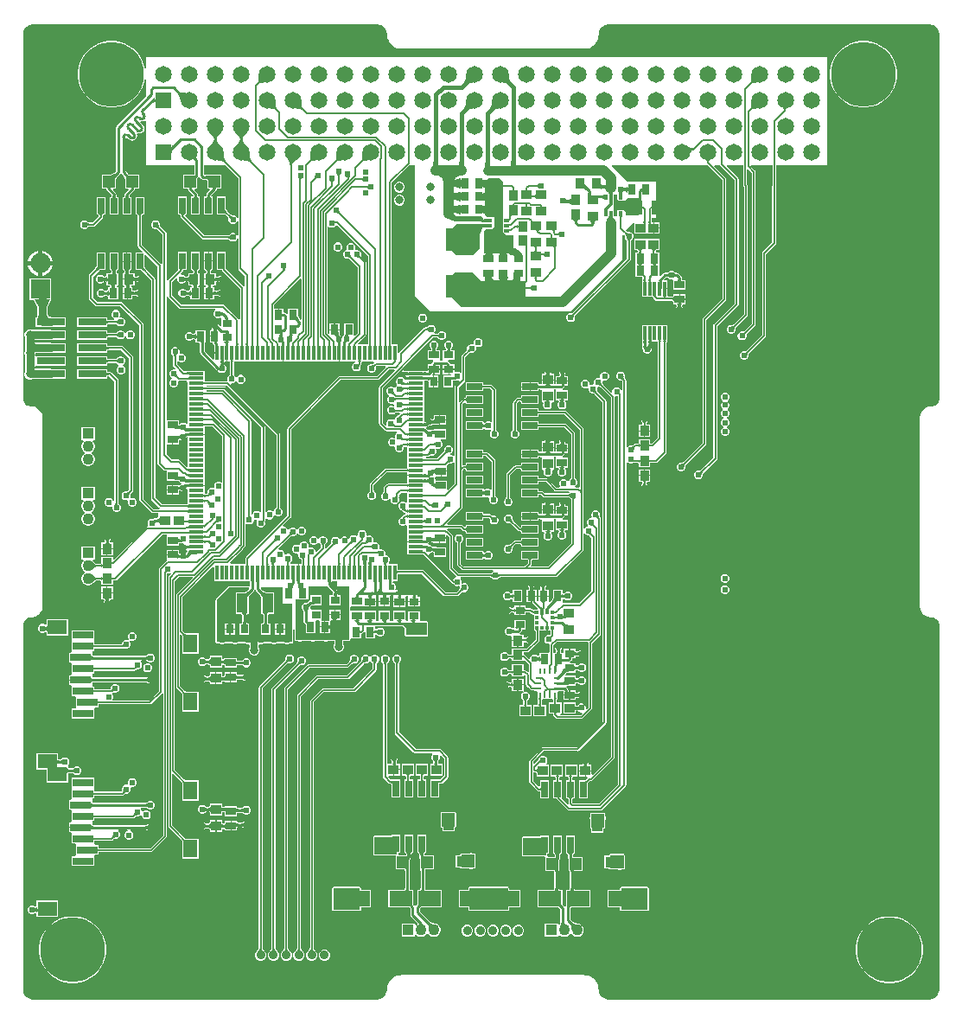
<source format=gtl>
G04*
G04 #@! TF.GenerationSoftware,Altium Limited,Altium Designer,25.0.2 (28)*
G04*
G04 Layer_Physical_Order=1*
G04 Layer_Color=255*
%FSLAX25Y25*%
%MOIN*%
G70*
G04*
G04 #@! TF.SameCoordinates,92B628A6-D60A-4015-8E16-F054796CA4EE*
G04*
G04*
G04 #@! TF.FilePolarity,Positive*
G04*
G01*
G75*
%ADD13C,0.00600*%
%ADD15R,0.03740X0.03937*%
%ADD16R,0.03071X0.03858*%
%ADD17R,0.03937X0.03543*%
%ADD18R,0.03937X0.05512*%
%ADD19R,0.03858X0.03071*%
%ADD20R,0.01181X0.05807*%
%ADD21R,0.02559X0.06016*%
%ADD22R,0.08661X0.06102*%
%ADD23R,0.01181X0.05512*%
%ADD24R,0.06016X0.02559*%
%ADD25R,0.03543X0.03937*%
%ADD26R,0.01181X0.01870*%
%ADD27R,0.05807X0.01181*%
%ADD28R,0.03937X0.03740*%
%ADD29R,0.03701X0.02953*%
%ADD30R,0.01870X0.00984*%
%ADD31R,0.00984X0.01870*%
%ADD32R,0.01378X0.01181*%
%ADD33R,0.01181X0.01378*%
%ADD34R,0.04528X0.04528*%
%ADD35R,0.07874X0.03150*%
%ADD36R,0.05512X0.07087*%
%ADD37R,0.07480X0.05512*%
%ADD38R,0.10984X0.02913*%
%ADD39R,0.02953X0.03701*%
%ADD40R,0.01870X0.01181*%
%ADD41R,0.04724X0.08858*%
%ADD42R,0.03543X0.03150*%
%ADD43R,0.04331X0.07480*%
%ADD81C,0.01000*%
%ADD82C,0.00800*%
%ADD83C,0.00500*%
%ADD84C,0.01181*%
%ADD85C,0.01500*%
%ADD86C,0.03000*%
%ADD87C,0.02500*%
%ADD88C,0.01100*%
%ADD89C,0.04000*%
%ADD90C,0.02000*%
%ADD91C,0.03500*%
%ADD92R,0.04331X0.04331*%
%ADD93C,0.04331*%
%ADD94C,0.03543*%
%ADD95R,0.04331X0.04331*%
%ADD96C,0.06496*%
%ADD97R,0.07677X0.07677*%
%ADD98C,0.07677*%
%ADD99R,0.06496X0.06496*%
%ADD100C,0.25000*%
%ADD101C,0.02382*%
%ADD102C,0.03201*%
G36*
X351419Y376566D02*
X352133Y376271D01*
X352776Y375841D01*
X353322Y375295D01*
X353751Y374653D01*
X354047Y373939D01*
X354197Y373182D01*
Y372795D01*
Y232461D01*
Y232167D01*
X354083Y231592D01*
X353858Y231051D01*
X353533Y230563D01*
X353118Y230148D01*
X352630Y229823D01*
X352089Y229598D01*
X351514Y229484D01*
X351220D01*
X351201Y229480D01*
X351181Y229483D01*
X350811Y229465D01*
X350753Y229450D01*
X350693D01*
X349967Y229306D01*
X349894Y229275D01*
X349816Y229260D01*
X349132Y228976D01*
X349066Y228933D01*
X348993Y228902D01*
X348377Y228491D01*
X348321Y228435D01*
X348255Y228391D01*
X347731Y227867D01*
X347687Y227801D01*
X347631Y227745D01*
X347220Y227129D01*
X347189Y227056D01*
X347146Y226990D01*
X346862Y226306D01*
X346847Y226228D01*
X346816Y226155D01*
X346672Y225429D01*
Y225369D01*
X346657Y225311D01*
X346639Y224941D01*
X346642Y224921D01*
X346638Y224902D01*
Y152657D01*
X346642Y152638D01*
X346639Y152618D01*
X346657Y152248D01*
X346672Y152190D01*
Y152130D01*
X346816Y151404D01*
X346847Y151331D01*
X346862Y151253D01*
X347146Y150569D01*
X347189Y150503D01*
X347220Y150430D01*
X347631Y149814D01*
X347687Y149758D01*
X347731Y149692D01*
X348255Y149168D01*
X348321Y149124D01*
X348377Y149068D01*
X348993Y148657D01*
X349066Y148626D01*
X349132Y148582D01*
X349816Y148299D01*
X349894Y148284D01*
X349967Y148253D01*
X350693Y148109D01*
X350753D01*
X350811Y148094D01*
X351181Y148076D01*
X351201Y148079D01*
X351220Y148075D01*
X351514D01*
X352089Y147961D01*
X352630Y147736D01*
X353118Y147411D01*
X353533Y146996D01*
X353858Y146509D01*
X354083Y145967D01*
X354197Y145392D01*
Y145098D01*
Y4724D01*
Y4338D01*
X354047Y3581D01*
X353751Y2867D01*
X353322Y2224D01*
X352776Y1678D01*
X352133Y1249D01*
X351419Y953D01*
X350662Y803D01*
X226346D01*
X225588Y953D01*
X224875Y1249D01*
X224232Y1678D01*
X223686Y2224D01*
X223257Y2867D01*
X222961Y3581D01*
X222811Y4338D01*
Y4724D01*
X222807Y4744D01*
X222810Y4764D01*
X222787Y5227D01*
X222773Y5285D01*
Y5344D01*
X222592Y6252D01*
X222562Y6325D01*
X222546Y6403D01*
X222192Y7259D01*
X222148Y7324D01*
X222117Y7397D01*
X221603Y8168D01*
X221547Y8223D01*
X221503Y8289D01*
X220848Y8944D01*
X220782Y8988D01*
X220727Y9044D01*
X219956Y9558D01*
X219883Y9589D01*
X219818Y9633D01*
X218962Y9987D01*
X218884Y10002D01*
X218811Y10033D01*
X217903Y10213D01*
X217844D01*
X217786Y10228D01*
X217323Y10251D01*
X217303Y10248D01*
X217284Y10252D01*
X146732Y10252D01*
X146713Y10248D01*
X146693Y10251D01*
X146230Y10228D01*
X146172Y10213D01*
X146113D01*
X145204Y10033D01*
X145131Y10002D01*
X145054Y9987D01*
X144198Y9633D01*
X144132Y9589D01*
X144059Y9558D01*
X143289Y9044D01*
X143233Y8988D01*
X143167Y8944D01*
X142513Y8289D01*
X142469Y8223D01*
X142413Y8168D01*
X141898Y7397D01*
X141868Y7324D01*
X141824Y7259D01*
X141470Y6403D01*
X141454Y6325D01*
X141424Y6252D01*
X141243Y5344D01*
Y5285D01*
X141229Y5227D01*
X141206Y4764D01*
X141209Y4744D01*
X141205Y4724D01*
Y4338D01*
X141054Y3581D01*
X140759Y2867D01*
X140330Y2224D01*
X139783Y1678D01*
X139141Y1249D01*
X138427Y953D01*
X137670Y803D01*
X4338D01*
X3581Y953D01*
X2867Y1249D01*
X2224Y1678D01*
X1678Y2224D01*
X1249Y2867D01*
X953Y3581D01*
X803Y4338D01*
Y4724D01*
Y145079D01*
Y145372D01*
X917Y145947D01*
X1142Y146489D01*
X1467Y146976D01*
X1882Y147391D01*
X2369Y147717D01*
X2911Y147941D01*
X3486Y148056D01*
X3779D01*
X3799Y148059D01*
X3819Y148056D01*
X4189Y148075D01*
X4247Y148089D01*
X4307D01*
X5033Y148234D01*
X5106Y148264D01*
X5184Y148279D01*
X5868Y148563D01*
X5934Y148607D01*
X6007Y148637D01*
X6623Y149049D01*
X6679Y149105D01*
X6745Y149148D01*
X7269Y149672D01*
X7313Y149738D01*
X7369Y149794D01*
X7780Y150410D01*
X7811Y150483D01*
X7854Y150549D01*
X8138Y151233D01*
X8153Y151311D01*
X8184Y151384D01*
X8328Y152111D01*
Y152170D01*
X8343Y152228D01*
X8361Y152598D01*
X8358Y152618D01*
X8362Y152638D01*
Y224882D01*
X8358Y224902D01*
X8361Y224921D01*
X8343Y225292D01*
X8328Y225349D01*
Y225409D01*
X8184Y226136D01*
X8153Y226209D01*
X8138Y226286D01*
X7854Y226971D01*
X7811Y227036D01*
X7780Y227110D01*
X7369Y227726D01*
X7313Y227782D01*
X7269Y227847D01*
X6745Y228371D01*
X6679Y228415D01*
X6623Y228471D01*
X6007Y228883D01*
X5934Y228913D01*
X5868Y228957D01*
X5184Y229240D01*
X5106Y229256D01*
X5033Y229286D01*
X4307Y229431D01*
X4247D01*
X4189Y229445D01*
X3819Y229463D01*
X3799Y229460D01*
X3779Y229464D01*
X3486D01*
X2911Y229579D01*
X2369Y229803D01*
X1882Y230129D01*
X1467Y230543D01*
X1142Y231031D01*
X917Y231573D01*
X803Y232148D01*
Y232441D01*
Y372795D01*
Y373182D01*
X953Y373939D01*
X1249Y374653D01*
X1678Y375295D01*
X2224Y375841D01*
X2867Y376271D01*
X3581Y376566D01*
X4338Y376717D01*
X137670D01*
X138427Y376566D01*
X139141Y376271D01*
X139783Y375841D01*
X140330Y375295D01*
X140759Y374653D01*
X141054Y373939D01*
X141205Y373182D01*
Y372795D01*
X141209Y372776D01*
X141206Y372756D01*
X141229Y372293D01*
X141243Y372235D01*
Y372176D01*
X141424Y371267D01*
X141454Y371194D01*
X141470Y371117D01*
X141824Y370261D01*
X141868Y370195D01*
X141898Y370122D01*
X142413Y369352D01*
X142469Y369296D01*
X142513Y369231D01*
X143167Y368576D01*
X143233Y368532D01*
X143289Y368476D01*
X144059Y367961D01*
X144132Y367931D01*
X144198Y367887D01*
X145054Y367533D01*
X145131Y367517D01*
X145204Y367487D01*
X146113Y367306D01*
X146172D01*
X146230Y367292D01*
X146693Y367269D01*
X146713Y367272D01*
X146732Y367268D01*
X217284Y367268D01*
X217303Y367272D01*
X217323Y367269D01*
X217786Y367292D01*
X217844Y367306D01*
X217903D01*
X218811Y367487D01*
X218884Y367517D01*
X218962Y367533D01*
X219818Y367887D01*
X219883Y367931D01*
X219956Y367961D01*
X220727Y368476D01*
X220782Y368532D01*
X220848Y368576D01*
X221503Y369231D01*
X221547Y369296D01*
X221603Y369352D01*
X222117Y370122D01*
X222148Y370195D01*
X222192Y370261D01*
X222546Y371117D01*
X222562Y371194D01*
X222592Y371267D01*
X222773Y372176D01*
Y372235D01*
X222787Y372293D01*
X222810Y372756D01*
X222807Y372776D01*
X222811Y372795D01*
X222811Y373182D01*
X222961Y373939D01*
X223257Y374653D01*
X223686Y375295D01*
X224232Y375841D01*
X224875Y376271D01*
X225588Y376566D01*
X226346Y376717D01*
X350662D01*
X351419Y376566D01*
D02*
G37*
%LPC*%
G36*
X326015Y370420D02*
X323985D01*
X321979Y370102D01*
X320048Y369475D01*
X318239Y368553D01*
X316596Y367359D01*
X315160Y365924D01*
X313967Y364281D01*
X313045Y362472D01*
X312418Y360541D01*
X312100Y358535D01*
Y356505D01*
X312418Y354499D01*
X313045Y352568D01*
X313967Y350759D01*
X315160Y349116D01*
X316596Y347680D01*
X318239Y346487D01*
X320048Y345565D01*
X321979Y344937D01*
X323985Y344620D01*
X326015D01*
X328021Y344937D01*
X329952Y345565D01*
X331761Y346487D01*
X333404Y347680D01*
X334840Y349116D01*
X336033Y350759D01*
X336955Y352568D01*
X337582Y354499D01*
X337900Y356505D01*
Y358535D01*
X337582Y360541D01*
X336955Y362472D01*
X336033Y364281D01*
X334840Y365924D01*
X333404Y367359D01*
X331761Y368553D01*
X329952Y369475D01*
X328021Y370102D01*
X326015Y370420D01*
D02*
G37*
G36*
X146418Y316100D02*
X145582D01*
X144810Y315781D01*
X144219Y315190D01*
X143900Y314418D01*
Y313582D01*
X144219Y312810D01*
X144810Y312219D01*
X145582Y311900D01*
X146418D01*
X147190Y312219D01*
X147781Y312810D01*
X148100Y313582D01*
Y314418D01*
X147781Y315190D01*
X147190Y315781D01*
X146418Y316100D01*
D02*
G37*
G36*
Y311100D02*
X145582D01*
X144810Y310781D01*
X144219Y310190D01*
X143900Y309418D01*
Y308582D01*
X144219Y307810D01*
X144810Y307219D01*
X145582Y306900D01*
X146418D01*
X147190Y307219D01*
X147781Y307810D01*
X148100Y308582D01*
Y309418D01*
X147781Y310190D01*
X147190Y310781D01*
X146418Y311100D01*
D02*
G37*
G36*
X32585Y310113D02*
X29226D01*
Y303297D01*
X29832D01*
X30090Y302773D01*
Y302743D01*
X27662Y300316D01*
X26390D01*
X26353Y300333D01*
X26260Y300336D01*
X26187Y300345D01*
X26117Y300359D01*
X26050Y300379D01*
X25984Y300405D01*
X25948Y300423D01*
X25934Y300458D01*
X25458Y300934D01*
X24836Y301191D01*
X24164D01*
X23542Y300934D01*
X23066Y300458D01*
X22809Y299836D01*
Y299164D01*
X23066Y298542D01*
X23542Y298066D01*
X24164Y297809D01*
X24836D01*
X25458Y298066D01*
X25934Y298542D01*
X25948Y298577D01*
X25984Y298595D01*
X26050Y298621D01*
X26117Y298641D01*
X26187Y298655D01*
X26260Y298664D01*
X26353Y298667D01*
X26390Y298684D01*
X28000D01*
X28000Y298684D01*
X28312Y298746D01*
X28577Y298923D01*
X31482Y301829D01*
X31482Y301829D01*
X31659Y302093D01*
X31721Y302406D01*
X31721Y302406D01*
Y302773D01*
X31979Y303297D01*
X32585D01*
Y310113D01*
D02*
G37*
G36*
X246369Y300321D02*
X244200D01*
Y298350D01*
X246369D01*
Y300321D01*
D02*
G37*
G36*
Y297950D02*
X244200D01*
Y295978D01*
X246369D01*
Y297950D01*
D02*
G37*
G36*
X74085Y288916D02*
X72606D01*
Y285709D01*
X74085D01*
Y288916D01*
D02*
G37*
G36*
X72206D02*
X70726D01*
Y285709D01*
X72206D01*
Y288916D01*
D02*
G37*
G36*
X42585Y288766D02*
X41106D01*
Y285558D01*
X42585D01*
Y288766D01*
D02*
G37*
G36*
X40706D02*
X39226D01*
Y285558D01*
X40706D01*
Y288766D01*
D02*
G37*
G36*
X8230Y289454D02*
Y285396D01*
X12289D01*
X11989Y286513D01*
X11352Y287617D01*
X10451Y288518D01*
X9348Y289155D01*
X8230Y289454D01*
D02*
G37*
G36*
X6730Y289454D02*
X5613Y289155D01*
X4509Y288518D01*
X3608Y287617D01*
X2971Y286513D01*
X2672Y285396D01*
X6730D01*
Y289454D01*
D02*
G37*
G36*
X12289Y283896D02*
X8230D01*
Y279837D01*
X9348Y280137D01*
X10451Y280774D01*
X11352Y281675D01*
X11989Y282778D01*
X12289Y283896D01*
D02*
G37*
G36*
X6730D02*
X2672D01*
X2971Y282778D01*
X3608Y281675D01*
X4509Y280774D01*
X5613Y280137D01*
X6730Y279837D01*
Y283896D01*
D02*
G37*
G36*
X37585Y288766D02*
X34226D01*
Y281950D01*
X34632D01*
X34913Y281382D01*
X34910Y281352D01*
X34695Y280900D01*
X32986D01*
Y279810D01*
X32300Y279467D01*
X32285Y279467D01*
X32197Y279475D01*
X32117Y279487D01*
X32045Y279503D01*
X31987Y279521D01*
X31544Y279965D01*
X30922Y280223D01*
X30249D01*
X29628Y279965D01*
X29152Y279489D01*
X28895Y278868D01*
Y278195D01*
X29152Y277574D01*
X29628Y277098D01*
X30249Y276841D01*
X30922D01*
X31544Y277098D01*
X31987Y277542D01*
X32045Y277559D01*
X32117Y277576D01*
X32197Y277588D01*
X32285Y277596D01*
X32300Y277596D01*
X32986Y277254D01*
Y276163D01*
X34154D01*
X34343Y275807D01*
X34071Y275361D01*
X33714D01*
Y274310D01*
X32993Y273949D01*
X32821D01*
X32787Y273964D01*
X32679Y273967D01*
X32591Y273975D01*
X32511Y273987D01*
X32439Y274004D01*
X32381Y274021D01*
X31937Y274465D01*
X31316Y274723D01*
X30643D01*
X30022Y274465D01*
X29546Y273989D01*
X29288Y273368D01*
Y272695D01*
X29546Y272074D01*
X30022Y271598D01*
X30643Y271341D01*
X31316D01*
X31937Y271598D01*
X32381Y272042D01*
X32439Y272059D01*
X32511Y272076D01*
X32591Y272088D01*
X32679Y272096D01*
X32787Y272099D01*
X32821Y272114D01*
X32993D01*
X33714Y271754D01*
Y270702D01*
X37585D01*
Y275361D01*
X37229D01*
X36956Y275807D01*
X37145Y276163D01*
X37526D01*
Y280900D01*
X37116D01*
X36902Y281352D01*
X36898Y281382D01*
X37179Y281950D01*
X37585D01*
Y288766D01*
D02*
G37*
G36*
X74085Y285309D02*
X72406D01*
X70726D01*
Y282101D01*
X71132D01*
X71471Y281416D01*
X71468Y281320D01*
X71456Y281178D01*
X71437Y281063D01*
X71414Y280978D01*
X71392Y280923D01*
X71384Y280909D01*
X71360Y280907D01*
X71348Y280900D01*
X70785D01*
Y278732D01*
X73055D01*
Y278332D01*
X70785D01*
Y276163D01*
X71166D01*
X71355Y275807D01*
X71082Y275361D01*
X70726D01*
Y273232D01*
X72661D01*
Y273032D01*
X72861D01*
Y270702D01*
X74597D01*
Y272042D01*
X74603Y272054D01*
X74606Y272078D01*
X74620Y272087D01*
X74674Y272109D01*
X74760Y272131D01*
X74875Y272150D01*
X75017Y272163D01*
X75196Y272167D01*
X75230Y272182D01*
X75559D01*
X75593Y272167D01*
X75700Y272164D01*
X75788Y272157D01*
X75868Y272144D01*
X75941Y272128D01*
X76005Y272108D01*
X76063Y272085D01*
X76114Y272059D01*
X76160Y272030D01*
X76202Y271998D01*
X76255Y271949D01*
X76403Y271894D01*
X76550Y271833D01*
X76558Y271837D01*
X76566Y271834D01*
X76710Y271900D01*
X76856Y271960D01*
X76859Y271968D01*
X76867Y271972D01*
X76922Y272120D01*
X76948Y272182D01*
X77400D01*
X77751Y272252D01*
X78049Y272451D01*
X78248Y272749D01*
X78318Y273100D01*
X78248Y273451D01*
X78049Y273749D01*
X77751Y273948D01*
X77400Y274018D01*
X76948D01*
X76922Y274080D01*
X76867Y274228D01*
X76859Y274232D01*
X76856Y274240D01*
X76710Y274300D01*
X76566Y274366D01*
X76558Y274363D01*
X76550Y274367D01*
X76403Y274306D01*
X76255Y274251D01*
X76202Y274202D01*
X76160Y274170D01*
X76114Y274141D01*
X76063Y274115D01*
X76005Y274092D01*
X75941Y274072D01*
X75868Y274056D01*
X75789Y274043D01*
X75700Y274036D01*
X75593Y274033D01*
X75559Y274018D01*
X75230D01*
X75196Y274033D01*
X75017Y274038D01*
X74875Y274050D01*
X74760Y274069D01*
X74674Y274092D01*
X74620Y274113D01*
X74606Y274122D01*
X74603Y274146D01*
X74597Y274158D01*
Y275361D01*
X74240D01*
X73968Y275807D01*
X74156Y276163D01*
X75325D01*
Y277474D01*
X75332Y277486D01*
X75334Y277509D01*
X75349Y277518D01*
X75403Y277540D01*
X75488Y277563D01*
X75603Y277582D01*
X75745Y277594D01*
X75921Y277599D01*
X76026Y277596D01*
X76114Y277588D01*
X76194Y277576D01*
X76266Y277559D01*
X76331Y277540D01*
X76388Y277517D01*
X76439Y277491D01*
X76485Y277462D01*
X76527Y277430D01*
X76580Y277380D01*
X76729Y277326D01*
X76875Y277265D01*
X76883Y277268D01*
X76891Y277265D01*
X77035Y277331D01*
X77181Y277392D01*
X77184Y277400D01*
X77192Y277403D01*
X77247Y277552D01*
X77273Y277614D01*
X77725D01*
X78076Y277684D01*
X78374Y277883D01*
X78573Y278180D01*
X78643Y278532D01*
X78573Y278883D01*
X78374Y279180D01*
X78076Y279379D01*
X77725Y279449D01*
X77273D01*
X77247Y279511D01*
X77192Y279660D01*
X77184Y279663D01*
X77181Y279671D01*
X77035Y279732D01*
X76891Y279798D01*
X76883Y279795D01*
X76875Y279798D01*
X76729Y279738D01*
X76580Y279683D01*
X76527Y279633D01*
X76485Y279601D01*
X76439Y279573D01*
X76388Y279547D01*
X76331Y279523D01*
X76266Y279504D01*
X76194Y279487D01*
X76114Y279475D01*
X76026Y279467D01*
X75921Y279464D01*
X75745Y279469D01*
X75603Y279481D01*
X75488Y279500D01*
X75403Y279523D01*
X75349Y279545D01*
X75334Y279554D01*
X75332Y279577D01*
X75325Y279589D01*
Y280900D01*
X73463D01*
X73451Y280907D01*
X73428Y280909D01*
X73419Y280923D01*
X73397Y280978D01*
X73374Y281063D01*
X73355Y281178D01*
X73343Y281320D01*
X73340Y281416D01*
X73679Y282101D01*
X74085D01*
Y285309D01*
D02*
G37*
G36*
X42585Y285158D02*
X40906D01*
X39226D01*
Y281950D01*
X39632D01*
X39913Y281382D01*
X39910Y281352D01*
X39695Y280900D01*
X39285D01*
Y278732D01*
X41555D01*
Y278332D01*
X39285D01*
Y276163D01*
X39666D01*
X39855Y275807D01*
X39582Y275361D01*
X39226D01*
Y273232D01*
X41161D01*
Y273032D01*
X41361D01*
Y270702D01*
X43097D01*
Y272042D01*
X43103Y272054D01*
X43106Y272078D01*
X43120Y272087D01*
X43174Y272109D01*
X43260Y272131D01*
X43375Y272150D01*
X43517Y272163D01*
X43696Y272167D01*
X43730Y272182D01*
X44059D01*
X44093Y272167D01*
X44200Y272164D01*
X44289Y272157D01*
X44368Y272144D01*
X44440Y272128D01*
X44505Y272108D01*
X44563Y272085D01*
X44614Y272059D01*
X44660Y272030D01*
X44702Y271998D01*
X44755Y271949D01*
X44903Y271894D01*
X45050Y271833D01*
X45058Y271837D01*
X45066Y271834D01*
X45210Y271900D01*
X45356Y271960D01*
X45359Y271968D01*
X45367Y271972D01*
X45422Y272120D01*
X45448Y272182D01*
X45900D01*
X46251Y272252D01*
X46549Y272451D01*
X46748Y272749D01*
X46818Y273100D01*
X46748Y273451D01*
X46549Y273749D01*
X46251Y273948D01*
X45900Y274018D01*
X45448D01*
X45422Y274080D01*
X45367Y274228D01*
X45359Y274232D01*
X45356Y274240D01*
X45210Y274300D01*
X45066Y274366D01*
X45058Y274363D01*
X45050Y274367D01*
X44903Y274306D01*
X44755Y274251D01*
X44702Y274202D01*
X44660Y274170D01*
X44614Y274141D01*
X44563Y274115D01*
X44505Y274092D01*
X44441Y274072D01*
X44368Y274056D01*
X44289Y274043D01*
X44200Y274036D01*
X44093Y274033D01*
X44059Y274018D01*
X43730D01*
X43696Y274033D01*
X43517Y274038D01*
X43375Y274050D01*
X43260Y274069D01*
X43174Y274092D01*
X43120Y274113D01*
X43106Y274122D01*
X43103Y274146D01*
X43097Y274158D01*
Y275361D01*
X42740D01*
X42468Y275807D01*
X42656Y276163D01*
X43825D01*
Y277474D01*
X43832Y277486D01*
X43834Y277509D01*
X43848Y277518D01*
X43903Y277540D01*
X43988Y277563D01*
X44103Y277582D01*
X44245Y277594D01*
X44421Y277599D01*
X44526Y277596D01*
X44614Y277588D01*
X44694Y277576D01*
X44766Y277559D01*
X44831Y277540D01*
X44888Y277517D01*
X44939Y277491D01*
X44985Y277462D01*
X45027Y277430D01*
X45080Y277380D01*
X45229Y277326D01*
X45375Y277265D01*
X45383Y277268D01*
X45391Y277265D01*
X45535Y277331D01*
X45681Y277392D01*
X45684Y277400D01*
X45692Y277403D01*
X45747Y277552D01*
X45773Y277614D01*
X46225D01*
X46576Y277684D01*
X46874Y277883D01*
X47073Y278180D01*
X47143Y278532D01*
X47073Y278883D01*
X46874Y279180D01*
X46576Y279379D01*
X46225Y279449D01*
X45773D01*
X45747Y279511D01*
X45692Y279660D01*
X45684Y279663D01*
X45681Y279671D01*
X45535Y279732D01*
X45391Y279798D01*
X45383Y279795D01*
X45375Y279798D01*
X45229Y279738D01*
X45080Y279683D01*
X45027Y279633D01*
X44985Y279601D01*
X44939Y279573D01*
X44888Y279547D01*
X44831Y279523D01*
X44766Y279504D01*
X44694Y279487D01*
X44614Y279475D01*
X44526Y279467D01*
X44421Y279464D01*
X44245Y279469D01*
X44103Y279481D01*
X43988Y279500D01*
X43903Y279523D01*
X43848Y279545D01*
X43834Y279554D01*
X43832Y279577D01*
X43825Y279589D01*
Y280900D01*
X42116D01*
X41901Y281352D01*
X41898Y281382D01*
X42179Y281950D01*
X42585D01*
Y285158D01*
D02*
G37*
G36*
X241369Y294022D02*
Y294022D01*
X241146Y294022D01*
X236632D01*
Y289679D01*
X237739D01*
X237997Y289155D01*
Y289070D01*
X237980Y289032D01*
X237976Y288891D01*
X237967Y288782D01*
X237953Y288697D01*
X237937Y288638D01*
X237935Y288632D01*
X236877D01*
Y284432D01*
X236877Y283974D01*
X236877D01*
Y283932D01*
X236877D01*
Y279274D01*
X239594D01*
X239684Y279184D01*
Y278542D01*
X239524Y278056D01*
X239509D01*
X239489Y277644D01*
X239508Y277596D01*
X239500Y277544D01*
X239510Y277532D01*
Y271744D01*
X243767D01*
X243803Y271567D01*
X243840Y271512D01*
X243874Y271340D01*
X244051Y271076D01*
X244746Y270380D01*
X244746Y270380D01*
X245011Y270203D01*
X245323Y270141D01*
X248500D01*
X248500Y270141D01*
X248500Y270141D01*
X251147D01*
X251671Y269883D01*
Y268809D01*
X252688D01*
X252971Y268243D01*
X252951Y268194D01*
X252925Y268143D01*
X252896Y268097D01*
X252864Y268055D01*
X252815Y268002D01*
X252760Y267854D01*
X252699Y267707D01*
X252703Y267699D01*
X252700Y267691D01*
X252766Y267547D01*
X252826Y267401D01*
X252834Y267398D01*
X252838Y267390D01*
X252986Y267335D01*
X253048Y267309D01*
Y266857D01*
X253118Y266506D01*
X253317Y266208D01*
X253615Y266009D01*
X253966Y265939D01*
X254317Y266009D01*
X254615Y266208D01*
X254814Y266506D01*
X254884Y266857D01*
Y267309D01*
X254946Y267335D01*
X255094Y267390D01*
X255098Y267398D01*
X255106Y267401D01*
X255166Y267547D01*
X255232Y267691D01*
X255229Y267699D01*
X255233Y267707D01*
X255172Y267854D01*
X255117Y268002D01*
X255068Y268055D01*
X255036Y268097D01*
X255007Y268143D01*
X254981Y268194D01*
X254961Y268243D01*
X255244Y268809D01*
X256329D01*
Y270544D01*
X254000D01*
Y270744D01*
X253800D01*
Y272680D01*
X251671D01*
Y272030D01*
X251147Y271772D01*
X249759D01*
X249574Y271912D01*
X249385Y272156D01*
X249365Y272207D01*
Y274700D01*
X248374D01*
Y275100D01*
X249365D01*
Y278056D01*
X248314D01*
X248123Y278518D01*
X248687Y279082D01*
X249159D01*
X249193Y279067D01*
X249300Y279064D01*
X249389Y279057D01*
X249468Y279044D01*
X249540Y279028D01*
X249599Y279010D01*
X250042Y278567D01*
X250664Y278309D01*
X251220D01*
X251369Y278270D01*
X251671Y277906D01*
Y274321D01*
X256329D01*
Y278191D01*
X255058D01*
X255046Y278198D01*
X255022Y278201D01*
X255013Y278215D01*
X254992Y278269D01*
X254969Y278354D01*
X254950Y278469D01*
X254938Y278612D01*
X254933Y278791D01*
X254918Y278825D01*
Y279000D01*
X254848Y279351D01*
X254649Y279649D01*
X253649Y280649D01*
X253351Y280848D01*
X253000Y280918D01*
X252841D01*
X252807Y280933D01*
X252700Y280936D01*
X252611Y280943D01*
X252532Y280956D01*
X252460Y280972D01*
X252401Y280990D01*
X251958Y281434D01*
X251336Y281691D01*
X250664D01*
X250042Y281434D01*
X249599Y280990D01*
X249541Y280972D01*
X249468Y280956D01*
X249389Y280943D01*
X249300Y280936D01*
X249193Y280933D01*
X249159Y280918D01*
X248307D01*
X247956Y280848D01*
X247658Y280649D01*
X246760Y279750D01*
X246260Y279958D01*
Y283932D01*
X246260Y283932D01*
Y283974D01*
X246260D01*
X246260Y284432D01*
Y288632D01*
X244878D01*
X244876Y288638D01*
X244860Y288697D01*
X244846Y288782D01*
X244836Y288891D01*
X244833Y289032D01*
X244816Y289070D01*
Y289155D01*
X245074Y289679D01*
X246369D01*
Y294022D01*
X241854D01*
X241632Y294022D01*
Y294022D01*
X241369D01*
D02*
G37*
G36*
X256329Y272680D02*
X254200D01*
Y270944D01*
X256329D01*
Y272680D01*
D02*
G37*
G36*
X72461Y272832D02*
X70726D01*
Y270702D01*
X72461D01*
Y272832D01*
D02*
G37*
G36*
X40961D02*
X39226D01*
Y270702D01*
X40961D01*
Y272832D01*
D02*
G37*
G36*
X11719Y278884D02*
X3242D01*
Y270407D01*
X5122D01*
X6463Y267725D01*
Y266284D01*
X6434Y265360D01*
X6394Y264936D01*
X6339Y264574D01*
X6272Y264283D01*
X6217Y264123D01*
X5864Y263825D01*
X5864D01*
Y263825D01*
X5643D01*
X5622Y263413D01*
X5638Y263375D01*
X5630Y263334D01*
X5643Y263313D01*
Y260112D01*
X8038D01*
X8443Y260031D01*
X11535D01*
X11940Y260112D01*
X17427D01*
Y263825D01*
X11940D01*
X11535Y263906D01*
X11105D01*
X11055Y263924D01*
X10918Y264015D01*
X10787Y264156D01*
X10663Y264359D01*
X10551Y264632D01*
X10459Y264975D01*
X10390Y265388D01*
X10347Y265868D01*
X10337Y266257D01*
Y267732D01*
X11592Y270407D01*
X11719Y270407D01*
X11740Y270819D01*
X11719Y270870D01*
X11719Y270907D01*
Y278884D01*
D02*
G37*
G36*
X36936Y266591D02*
X36264D01*
X35642Y266334D01*
X35166Y265858D01*
X34909Y265236D01*
Y264564D01*
X35166Y263942D01*
X35642Y263467D01*
X36006Y263316D01*
X35907Y262816D01*
X33889D01*
X33850Y262833D01*
X33709Y262837D01*
X33601Y262846D01*
X33516Y262860D01*
X33457Y262876D01*
X33451Y262878D01*
Y263825D01*
X21667D01*
Y260112D01*
X33451D01*
Y261122D01*
X33457Y261124D01*
X33516Y261140D01*
X33601Y261154D01*
X33709Y261163D01*
X33850Y261167D01*
X33889Y261184D01*
X36610D01*
X36647Y261167D01*
X36740Y261164D01*
X36813Y261155D01*
X36883Y261141D01*
X36950Y261121D01*
X37016Y261095D01*
X37052Y261077D01*
X37067Y261042D01*
X37542Y260566D01*
X38164Y260309D01*
X38836D01*
X39458Y260566D01*
X39933Y261042D01*
X40191Y261664D01*
Y262336D01*
X39933Y262958D01*
X39458Y263434D01*
X38836Y263691D01*
X38436D01*
X38131Y264177D01*
X38291Y264564D01*
Y265236D01*
X38034Y265858D01*
X37558Y266334D01*
X36936Y266591D01*
D02*
G37*
G36*
X155336Y265191D02*
X154664D01*
X154042Y264933D01*
X153567Y264458D01*
X153309Y263836D01*
Y263164D01*
X153567Y262542D01*
X154042Y262067D01*
X154664Y261809D01*
X155336D01*
X155958Y262067D01*
X156433Y262542D01*
X156691Y263164D01*
Y263836D01*
X156433Y264458D01*
X155958Y264933D01*
X155336Y265191D01*
D02*
G37*
G36*
X33451Y258825D02*
X21667D01*
Y255112D01*
X33451D01*
Y256122D01*
X33457Y256124D01*
X33516Y256140D01*
X33601Y256154D01*
X33709Y256164D01*
X33850Y256167D01*
X33889Y256184D01*
X36610D01*
X36647Y256167D01*
X36740Y256164D01*
X36813Y256155D01*
X36883Y256141D01*
X36950Y256121D01*
X37016Y256095D01*
X37052Y256077D01*
X37067Y256042D01*
X37542Y255567D01*
X38164Y255309D01*
X38836D01*
X39458Y255567D01*
X39933Y256042D01*
X40079Y256394D01*
X40621D01*
X40767Y256042D01*
X41242Y255567D01*
X41864Y255309D01*
X42536D01*
X43158Y255567D01*
X43633Y256042D01*
X43891Y256664D01*
Y257336D01*
X43633Y257958D01*
X43158Y258434D01*
X42536Y258691D01*
X41864D01*
X41242Y258434D01*
X40767Y257958D01*
X40621Y257606D01*
X40079D01*
X39933Y257958D01*
X39458Y258434D01*
X38836Y258691D01*
X38164D01*
X37542Y258434D01*
X37067Y257958D01*
X37052Y257923D01*
X37016Y257905D01*
X36950Y257879D01*
X36883Y257859D01*
X36813Y257845D01*
X36740Y257836D01*
X36647Y257833D01*
X36610Y257816D01*
X33889D01*
X33850Y257833D01*
X33709Y257837D01*
X33601Y257846D01*
X33516Y257860D01*
X33457Y257876D01*
X33451Y257878D01*
Y258825D01*
D02*
G37*
G36*
X3918Y259100D02*
X3082D01*
X2310Y258781D01*
X1719Y258190D01*
X1400Y257418D01*
Y256582D01*
X1563Y256188D01*
Y253500D01*
Y250812D01*
X1400Y250418D01*
Y249582D01*
X1563Y249188D01*
Y242812D01*
X1400Y242418D01*
Y241582D01*
X1719Y240810D01*
X2310Y240219D01*
X3082Y239900D01*
X3918D01*
X4312Y240063D01*
X11377D01*
X11535Y240031D01*
X11940Y240112D01*
X17427D01*
Y243825D01*
X12067D01*
X11504Y243937D01*
X5437D01*
Y244697D01*
X5643Y245112D01*
X5937Y245112D01*
X17427D01*
Y248825D01*
X5728Y248825D01*
X5463Y249251D01*
X5600Y249582D01*
Y250075D01*
X11318D01*
X11535Y250031D01*
X11940Y250112D01*
X17427D01*
Y253825D01*
X12115D01*
X11492Y253949D01*
X5791D01*
X5437Y254302D01*
Y255063D01*
X11377D01*
X11535Y255031D01*
X11940Y255112D01*
X17427D01*
Y258825D01*
X12067D01*
X11504Y258937D01*
X4312D01*
X3918Y259100D01*
D02*
G37*
G36*
X36015Y370420D02*
X33985D01*
X31979Y370102D01*
X30048Y369475D01*
X28239Y368553D01*
X26596Y367359D01*
X25160Y365924D01*
X23967Y364281D01*
X23045Y362472D01*
X22418Y360541D01*
X22100Y358535D01*
Y356505D01*
X22418Y354499D01*
X23045Y352568D01*
X23967Y350759D01*
X25160Y349116D01*
X26596Y347680D01*
X28239Y346487D01*
X30048Y345565D01*
X31979Y344937D01*
X33985Y344620D01*
X36015D01*
X38021Y344937D01*
X39952Y345565D01*
X41761Y346487D01*
X43404Y347680D01*
X44840Y349116D01*
X46033Y350759D01*
X46955Y352568D01*
X47582Y354499D01*
X47827Y356043D01*
X48327Y356003D01*
Y348953D01*
X36851Y337477D01*
X36652Y337180D01*
X36582Y336828D01*
Y320006D01*
X35912Y319336D01*
X34590Y318664D01*
X31210D01*
Y313336D01*
X32939D01*
X32941Y313226D01*
X32972Y313155D01*
X33026Y312885D01*
X33225Y312587D01*
X34988Y310824D01*
Y310746D01*
X34973Y310712D01*
X34968Y310533D01*
X34956Y310390D01*
X34937Y310276D01*
X34914Y310190D01*
X34892Y310136D01*
X34883Y310122D01*
X34860Y310119D01*
X34848Y310113D01*
X34226D01*
Y303297D01*
X37585D01*
Y310113D01*
X36963D01*
X36951Y310119D01*
X36928Y310122D01*
X36919Y310136D01*
X36897Y310190D01*
X36874Y310276D01*
X36855Y310390D01*
X36843Y310533D01*
X36838Y310712D01*
X36823Y310746D01*
Y311205D01*
X36753Y311556D01*
X36554Y311854D01*
X35534Y312874D01*
X35725Y313336D01*
X36538D01*
Y316716D01*
X37210Y318038D01*
X38149Y318977D01*
X38219Y319083D01*
X38781Y319083D01*
X38851Y318977D01*
X39790Y318038D01*
X40462Y316716D01*
Y313336D01*
X41275D01*
X41466Y312874D01*
X40257Y311665D01*
X40058Y311367D01*
X39988Y311016D01*
Y310746D01*
X39973Y310712D01*
X39968Y310533D01*
X39956Y310390D01*
X39937Y310276D01*
X39914Y310190D01*
X39892Y310136D01*
X39884Y310122D01*
X39860Y310119D01*
X39848Y310113D01*
X39226D01*
Y303297D01*
X42585D01*
Y310113D01*
X41963D01*
X41951Y310119D01*
X41928Y310122D01*
X41919Y310136D01*
X41897Y310190D01*
X41874Y310276D01*
X41855Y310390D01*
X41843Y310533D01*
X41840Y310652D01*
X43775Y312587D01*
X43974Y312885D01*
X44028Y313155D01*
X44059Y313226D01*
X44061Y313336D01*
X45790D01*
Y318664D01*
X42363D01*
X42357Y318667D01*
X42343Y318664D01*
X42310D01*
X42288Y318673D01*
X42267Y318664D01*
X41903D01*
X41846Y318697D01*
X41715Y318789D01*
X41371Y319081D01*
X41175Y319270D01*
X41139Y319284D01*
X40418Y320006D01*
Y331460D01*
Y332780D01*
X40918Y332987D01*
X41531Y332374D01*
X41531Y332374D01*
X41517Y332360D01*
X42146Y331940D01*
X42887Y331793D01*
X43628Y331940D01*
X44257Y332360D01*
X44257Y332360D01*
X44257Y332360D01*
X44677Y332989D01*
X44824Y333730D01*
X44700Y334352D01*
X44816Y334529D01*
X44917Y334629D01*
X45093Y334745D01*
X45715Y334621D01*
X46457Y334769D01*
X47085Y335189D01*
X47085Y335189D01*
X47085Y335189D01*
X47505Y335817D01*
X47653Y336559D01*
X47505Y337300D01*
X47085Y337928D01*
X47071Y337914D01*
X46116Y338870D01*
X46362Y339331D01*
X46737Y339256D01*
X47479Y339404D01*
X47827Y339636D01*
X48327Y339369D01*
Y322539D01*
X66830D01*
Y318730D01*
X66764Y318664D01*
X62710D01*
Y313336D01*
X64438D01*
X64441Y313226D01*
X64473Y313155D01*
X64526Y312885D01*
X64725Y312587D01*
X66472Y310840D01*
X66468Y310683D01*
X66456Y310541D01*
X66437Y310426D01*
X66414Y310341D01*
X66392Y310286D01*
X66383Y310272D01*
X66360Y310269D01*
X66348Y310263D01*
X65726D01*
Y303447D01*
X69085D01*
Y310263D01*
X68463D01*
X68451Y310269D01*
X68428Y310272D01*
X68419Y310286D01*
X68397Y310341D01*
X68374Y310426D01*
X68355Y310541D01*
X68343Y310683D01*
X68338Y310862D01*
X68323Y310896D01*
Y311205D01*
X68253Y311556D01*
X68054Y311853D01*
X67034Y312874D01*
X67225Y313336D01*
X68038D01*
Y317342D01*
X68397Y317701D01*
X68467Y317806D01*
X69029D01*
X69099Y317701D01*
X69685Y317115D01*
X69983Y316916D01*
X70334Y316846D01*
X71242D01*
X71962Y316490D01*
Y313336D01*
X72775D01*
X72966Y312874D01*
X71757Y311665D01*
X71558Y311367D01*
X71488Y311016D01*
Y310896D01*
X71473Y310862D01*
X71468Y310683D01*
X71456Y310541D01*
X71437Y310426D01*
X71414Y310341D01*
X71392Y310286D01*
X71384Y310272D01*
X71360Y310269D01*
X71348Y310263D01*
X70726D01*
Y303447D01*
X74085D01*
Y310263D01*
X73599D01*
X73447Y310737D01*
X73447Y310759D01*
X75275Y312587D01*
X75474Y312885D01*
X75528Y313155D01*
X75559Y313226D01*
X75561Y313336D01*
X77290D01*
Y318664D01*
X72951D01*
X72862Y318681D01*
X72387D01*
X72379Y318685D01*
X71379Y318697D01*
X71377Y318696D01*
X71374Y318697D01*
X71337Y318681D01*
X70714D01*
X70666Y318730D01*
Y322539D01*
X78827D01*
X83884Y317482D01*
Y302193D01*
X83384Y302094D01*
X83233Y302458D01*
X82758Y302934D01*
X82136Y303191D01*
X81464D01*
X81428Y303176D01*
X81391Y303189D01*
X81326Y303218D01*
X81264Y303251D01*
X81205Y303290D01*
X81147Y303336D01*
X81078Y303399D01*
X81040Y303413D01*
X79568Y304886D01*
X79553Y304925D01*
X79453Y305030D01*
X79374Y305124D01*
X79305Y305215D01*
X79248Y305302D01*
X79202Y305386D01*
X79166Y305466D01*
X79139Y305543D01*
X79121Y305617D01*
X79110Y305688D01*
X79106Y305780D01*
X79085Y305823D01*
Y310263D01*
X75726D01*
Y303447D01*
X78576D01*
X78599Y303433D01*
X78637Y303441D01*
X78673Y303426D01*
X78674Y303427D01*
X78836Y303284D01*
X78935Y303186D01*
X78976Y303170D01*
X79887Y302260D01*
X79901Y302222D01*
X79964Y302153D01*
X80010Y302095D01*
X80049Y302036D01*
X80082Y301974D01*
X80111Y301909D01*
X80124Y301871D01*
X80109Y301836D01*
Y301164D01*
X80366Y300542D01*
X80842Y300066D01*
X81464Y299809D01*
X82136D01*
X82758Y300066D01*
X83233Y300542D01*
X83384Y300906D01*
X83884Y300807D01*
Y295293D01*
X83384Y295194D01*
X83233Y295558D01*
X82758Y296034D01*
X82136Y296291D01*
X81464D01*
X80842Y296034D01*
X80366Y295558D01*
X80352Y295523D01*
X80316Y295505D01*
X80250Y295479D01*
X80183Y295459D01*
X80113Y295445D01*
X80040Y295436D01*
X79947Y295433D01*
X79910Y295416D01*
X70738D01*
X63224Y302929D01*
X63479Y303447D01*
X64085D01*
Y310263D01*
X60726D01*
Y303447D01*
X61332D01*
X61590Y302923D01*
Y302594D01*
X61590Y302594D01*
X61652Y302282D01*
X61829Y302018D01*
X69823Y294023D01*
X69823Y294023D01*
X70088Y293846D01*
X70400Y293784D01*
X79910D01*
X79947Y293767D01*
X80040Y293764D01*
X80113Y293755D01*
X80183Y293741D01*
X80250Y293721D01*
X80316Y293695D01*
X80352Y293677D01*
X80366Y293642D01*
X80842Y293166D01*
X81464Y292909D01*
X82136D01*
X82758Y293166D01*
X83233Y293642D01*
X83384Y294006D01*
X83884Y293907D01*
Y282600D01*
X83884Y282600D01*
X83946Y282288D01*
X84123Y282023D01*
X86332Y279815D01*
Y276005D01*
X86284Y275968D01*
X85832Y275822D01*
X79101Y282553D01*
Y284629D01*
X79085Y284708D01*
Y288916D01*
X75726D01*
Y282101D01*
X77492D01*
X77531Y281903D01*
X77708Y281638D01*
X84554Y274793D01*
Y263231D01*
X84054Y263080D01*
X83978Y263194D01*
X83978Y263194D01*
X78695Y268477D01*
X78430Y268654D01*
X78118Y268716D01*
X78118Y268716D01*
X61838D01*
X58316Y272238D01*
Y277262D01*
X59895Y278841D01*
X60395Y278634D01*
Y278195D01*
X60652Y277574D01*
X61128Y277098D01*
X61749Y276841D01*
X62422D01*
X63044Y277098D01*
X63487Y277542D01*
X63545Y277559D01*
X63617Y277576D01*
X63697Y277588D01*
X63785Y277596D01*
X63801Y277596D01*
X64486Y277254D01*
Y276163D01*
X65654D01*
X65843Y275807D01*
X65571Y275361D01*
X65214D01*
Y274310D01*
X64493Y273949D01*
X64321D01*
X64287Y273964D01*
X64179Y273967D01*
X64091Y273975D01*
X64011Y273987D01*
X63939Y274004D01*
X63881Y274021D01*
X63437Y274465D01*
X62816Y274723D01*
X62143D01*
X61522Y274465D01*
X61046Y273989D01*
X60788Y273368D01*
Y272695D01*
X61046Y272074D01*
X61522Y271598D01*
X62143Y271341D01*
X62816D01*
X63437Y271598D01*
X63881Y272042D01*
X63939Y272059D01*
X64011Y272076D01*
X64091Y272088D01*
X64179Y272096D01*
X64287Y272099D01*
X64321Y272114D01*
X64493D01*
X65214Y271754D01*
Y270702D01*
X69085D01*
Y275361D01*
X68729D01*
X68456Y275807D01*
X68645Y276163D01*
X69026D01*
Y280900D01*
X68463D01*
X68451Y280907D01*
X68428Y280909D01*
X68419Y280923D01*
X68397Y280978D01*
X68374Y281063D01*
X68355Y281178D01*
X68343Y281320D01*
X68340Y281416D01*
X68679Y282101D01*
X69085D01*
Y288916D01*
X65726D01*
Y282101D01*
X66132D01*
X66471Y281416D01*
X66468Y281320D01*
X66456Y281178D01*
X66437Y281063D01*
X66414Y280978D01*
X66392Y280923D01*
X66383Y280909D01*
X66360Y280907D01*
X66348Y280900D01*
X64486D01*
Y279810D01*
X63801Y279467D01*
X63785Y279467D01*
X63697Y279475D01*
X63617Y279487D01*
X63545Y279503D01*
X63487Y279521D01*
X63044Y279965D01*
X62422Y280223D01*
X61983D01*
X61776Y280722D01*
X62292Y281238D01*
X62292Y281238D01*
X62468Y281503D01*
X62493Y281627D01*
X62514Y281647D01*
X62704Y282101D01*
X64085D01*
Y288916D01*
X60726D01*
Y282618D01*
X60714Y282601D01*
X60723Y282553D01*
X60705Y282509D01*
X60726Y282101D01*
X60761Y282015D01*
X56923Y278177D01*
X56746Y277912D01*
X56699Y277674D01*
X56199Y277724D01*
Y296117D01*
X56137Y296429D01*
X55960Y296693D01*
X55960Y296693D01*
X53913Y298740D01*
X53899Y298778D01*
X53836Y298847D01*
X53790Y298905D01*
X53751Y298964D01*
X53718Y299026D01*
X53689Y299091D01*
X53676Y299129D01*
X53691Y299164D01*
Y299836D01*
X53434Y300458D01*
X52958Y300934D01*
X52336Y301191D01*
X51664D01*
X51042Y300934D01*
X50567Y300458D01*
X50309Y299836D01*
Y299164D01*
X50567Y298542D01*
X51042Y298066D01*
X51664Y297809D01*
X52336D01*
X52372Y297824D01*
X52409Y297811D01*
X52474Y297782D01*
X52536Y297749D01*
X52595Y297710D01*
X52653Y297664D01*
X52722Y297601D01*
X52760Y297587D01*
X54568Y295779D01*
Y284472D01*
X54106Y284317D01*
X54068Y284316D01*
X46721Y291663D01*
Y302773D01*
X46979Y303297D01*
X47585D01*
Y310113D01*
X44226D01*
Y303297D01*
X44832D01*
X45090Y302773D01*
Y291325D01*
X45090Y291325D01*
X45152Y291013D01*
X45329Y290748D01*
X46849Y289228D01*
X46657Y288766D01*
X44226D01*
Y281950D01*
X45949D01*
X45974Y281935D01*
X46009Y281943D01*
X46042Y281929D01*
X46092Y281950D01*
X46314D01*
X46353Y281928D01*
X46451Y281860D01*
X46718Y281634D01*
X46872Y281485D01*
X46913Y281469D01*
X50184Y278198D01*
Y194000D01*
X50184Y194000D01*
X50246Y193688D01*
X50423Y193423D01*
X53388Y190459D01*
X53388Y190459D01*
X53502Y190383D01*
X53350Y189883D01*
X51271D01*
X47316Y193838D01*
Y261000D01*
X47254Y261312D01*
X47077Y261577D01*
X47077Y261577D01*
X39177Y269477D01*
X38912Y269654D01*
X38600Y269716D01*
X38600Y269716D01*
X29538D01*
X27816Y271438D01*
Y279387D01*
X29895Y281466D01*
X29933Y281480D01*
X30240Y281766D01*
X30359Y281862D01*
X30463Y281934D01*
X30490Y281950D01*
X30748D01*
X30769Y281942D01*
X30791Y281950D01*
X30825D01*
X30839Y281947D01*
X30844Y281950D01*
X32585D01*
Y288766D01*
X29226D01*
Y283615D01*
X28692Y282570D01*
X26423Y280301D01*
X26246Y280037D01*
X26184Y279724D01*
X26184Y279724D01*
Y271100D01*
X26184Y271100D01*
X26246Y270788D01*
X26423Y270523D01*
X28623Y268323D01*
X28888Y268146D01*
X29200Y268084D01*
X29200Y268084D01*
X38262D01*
X45684Y260662D01*
Y193500D01*
X45684Y193500D01*
X45746Y193188D01*
X45923Y192923D01*
X50356Y188490D01*
X50621Y188313D01*
X50933Y188251D01*
X50933Y188251D01*
X53074D01*
X53120Y187770D01*
X53120D01*
Y186773D01*
X52399Y186418D01*
X51709D01*
X51358Y186348D01*
X51060Y186149D01*
X51024Y186113D01*
X50836Y186191D01*
X50164D01*
X49542Y185933D01*
X49066Y185458D01*
X48809Y184836D01*
Y184164D01*
X49066Y183542D01*
X49081Y183528D01*
X48874Y183028D01*
X48795D01*
X48522Y182974D01*
X48290Y182819D01*
X35932Y170461D01*
X35470Y170652D01*
Y171413D01*
X30930D01*
Y168901D01*
X30601Y168736D01*
X29438D01*
X29403Y168754D01*
X29289Y168764D01*
X29190Y168787D01*
X29070Y168831D01*
X28930Y168899D01*
X28773Y168992D01*
X28601Y169110D01*
X28418Y169252D01*
X28000Y169623D01*
X27775Y169846D01*
X27887Y170341D01*
X27903Y170379D01*
X28489D01*
Y175510D01*
X23358D01*
Y170379D01*
X23945D01*
X24152Y169879D01*
X23871Y169598D01*
X23533Y169013D01*
X23358Y168360D01*
Y167685D01*
X23533Y167033D01*
X23871Y166448D01*
X24348Y165970D01*
X24555Y165851D01*
Y165273D01*
X24348Y165154D01*
X23871Y164677D01*
X23533Y164092D01*
X23358Y163439D01*
Y162764D01*
X23533Y162111D01*
X23871Y161526D01*
X24348Y161049D01*
X24933Y160711D01*
X25586Y160536D01*
X26261D01*
X26914Y160711D01*
X27499Y161049D01*
X27661Y161211D01*
X27736Y161240D01*
X27968Y161460D01*
X28398Y161829D01*
X28586Y161970D01*
X28762Y162088D01*
X28922Y162180D01*
X29064Y162248D01*
X29185Y162292D01*
X29284Y162315D01*
X29396Y162325D01*
X29431Y162342D01*
X30602D01*
X30930Y162182D01*
Y160687D01*
X35470D01*
Y162310D01*
X35497Y162314D01*
X35569Y162320D01*
X35669Y162323D01*
X35712Y162342D01*
X36437D01*
X36710Y162397D01*
X36941Y162551D01*
X54578Y180189D01*
X56164D01*
X56171Y179691D01*
X56171D01*
Y175821D01*
X60829D01*
Y176698D01*
X60836Y176710D01*
X60838Y176734D01*
X60852Y176742D01*
X60907Y176764D01*
X60992Y176787D01*
X61107Y176806D01*
X61249Y176819D01*
X61428Y176823D01*
X61462Y176838D01*
X61558D01*
X61909Y176908D01*
X61915Y176912D01*
X62164Y176809D01*
X62507D01*
X62665Y176647D01*
X62821Y176309D01*
X62737Y176135D01*
X62439Y175936D01*
X62436Y175934D01*
X62299Y175906D01*
X62001Y175707D01*
X61803Y175409D01*
X61733Y175058D01*
X61803Y174707D01*
X62001Y174409D01*
X62299Y174211D01*
X62650Y174141D01*
X62859D01*
X63210Y174211D01*
X63387Y174056D01*
X63387Y174056D01*
X63391Y174055D01*
X63404Y174045D01*
X63556Y174014D01*
X63708Y173975D01*
X63742Y173964D01*
X63772Y173951D01*
X64148Y173712D01*
X64171Y173684D01*
X64181Y173623D01*
X64181Y173525D01*
X64172Y173477D01*
X64124Y173413D01*
X63916Y173171D01*
X63790Y173041D01*
X63776Y173006D01*
X63436Y172665D01*
X62748D01*
X62397Y172595D01*
X62056Y172740D01*
X61910Y172800D01*
X61766Y172866D01*
X61757Y172863D01*
X61750Y172866D01*
X61750Y172867D01*
X61603Y172806D01*
X61455Y172751D01*
X61402Y172702D01*
X61360Y172670D01*
X61314Y172641D01*
X61307Y172637D01*
X60829Y172873D01*
Y174180D01*
X58700D01*
Y172244D01*
X58500D01*
Y172044D01*
X56171D01*
Y170309D01*
X56171Y170309D01*
X56171D01*
X56134Y169824D01*
X56038Y169760D01*
X53531Y167253D01*
X53388Y167038D01*
X53337Y166784D01*
Y119774D01*
X49486Y115924D01*
X35536D01*
X35329Y116423D01*
X35348Y116442D01*
X35605Y117064D01*
Y117736D01*
X35348Y118358D01*
X35295Y118410D01*
X35321Y118628D01*
X35421Y118952D01*
X35876Y119187D01*
X36064Y119109D01*
X36736D01*
X37358Y119367D01*
X37833Y119842D01*
X38091Y120464D01*
Y121136D01*
X37833Y121758D01*
X37358Y122233D01*
X36736Y122491D01*
X36064D01*
X35442Y122233D01*
X34966Y121758D01*
X34709Y121136D01*
Y120464D01*
X34247Y120305D01*
X28496D01*
X28453Y120324D01*
X28350Y120327D01*
X28275Y120333D01*
X28254Y120337D01*
Y121566D01*
X27754D01*
X27467Y121947D01*
X27467Y122066D01*
Y122942D01*
X27473Y122954D01*
X27476Y122978D01*
X27490Y122987D01*
X27544Y123009D01*
X27630Y123031D01*
X27745Y123050D01*
X27887Y123063D01*
X28066Y123067D01*
X28100Y123082D01*
X48159D01*
X48193Y123067D01*
X48300Y123064D01*
X48388Y123056D01*
X48469Y123044D01*
X48540Y123028D01*
X48605Y123008D01*
X48663Y122985D01*
X48714Y122959D01*
X48760Y122930D01*
X48802Y122898D01*
X48855Y122849D01*
X49003Y122794D01*
X49150Y122733D01*
X49158Y122737D01*
X49166Y122734D01*
X49310Y122800D01*
X49456Y122860D01*
X49459Y122868D01*
X49467Y122872D01*
X49522Y123020D01*
X49548Y123082D01*
X50000D01*
X50351Y123152D01*
X50649Y123351D01*
X50848Y123649D01*
X50918Y124000D01*
X50848Y124351D01*
X50649Y124649D01*
X50351Y124848D01*
X50000Y124918D01*
X49548D01*
X49522Y124980D01*
X49467Y125128D01*
X49459Y125132D01*
X49456Y125140D01*
X49310Y125200D01*
X49166Y125266D01*
X49158Y125263D01*
X49150Y125267D01*
X49003Y125206D01*
X48855Y125151D01*
X48802Y125102D01*
X48760Y125070D01*
X48714Y125041D01*
X48663Y125015D01*
X48605Y124992D01*
X48541Y124972D01*
X48469Y124956D01*
X48389Y124943D01*
X48300Y124936D01*
X48193Y124933D01*
X48159Y124918D01*
X28100D01*
X28066Y124933D01*
X27887Y124937D01*
X27745Y124950D01*
X27630Y124969D01*
X27544Y124992D01*
X27490Y125013D01*
X27476Y125022D01*
X27473Y125046D01*
X27467Y125058D01*
Y125778D01*
X27467Y125897D01*
X27754Y126278D01*
X28254D01*
Y127507D01*
X28275Y127511D01*
X28350Y127517D01*
X28453Y127520D01*
X28496Y127539D01*
X43797D01*
X44071Y127593D01*
X44302Y127748D01*
X44726Y128172D01*
X44731Y128179D01*
X44734Y128181D01*
X44764Y128209D01*
X45436D01*
X46058Y128466D01*
X46534Y128942D01*
X46791Y129564D01*
Y130236D01*
X46534Y130858D01*
X46309Y131082D01*
X46516Y131582D01*
X48159D01*
X48193Y131567D01*
X48300Y131564D01*
X48388Y131556D01*
X48469Y131544D01*
X48540Y131528D01*
X48599Y131510D01*
X49042Y131067D01*
X49664Y130809D01*
X50336D01*
X50958Y131067D01*
X51433Y131542D01*
X51691Y132164D01*
Y132836D01*
X51433Y133458D01*
X50958Y133933D01*
X50336Y134191D01*
X49664D01*
X49042Y133933D01*
X48599Y133490D01*
X48541Y133472D01*
X48469Y133456D01*
X48389Y133443D01*
X48300Y133436D01*
X48193Y133433D01*
X48159Y133418D01*
X28100D01*
X28066Y133433D01*
X27887Y133438D01*
X27745Y133450D01*
X27630Y133469D01*
X27544Y133492D01*
X27490Y133513D01*
X27476Y133522D01*
X27473Y133546D01*
X27467Y133558D01*
Y134440D01*
X27467Y134558D01*
X27754Y134940D01*
X28254D01*
Y136169D01*
X28275Y136172D01*
X28350Y136179D01*
X28453Y136181D01*
X28496Y136201D01*
X39397D01*
X39670Y136255D01*
X39763Y136317D01*
X40264Y136109D01*
X40936D01*
X41558Y136366D01*
X42033Y136842D01*
X42291Y137464D01*
Y138136D01*
X42033Y138758D01*
X41973Y138818D01*
X42256Y139242D01*
X42578Y139109D01*
X43251D01*
X43872Y139366D01*
X44348Y139842D01*
X44605Y140464D01*
Y141136D01*
X44348Y141758D01*
X43872Y142234D01*
X43251Y142491D01*
X42578D01*
X41956Y142234D01*
X41481Y141758D01*
X41223Y141136D01*
Y140464D01*
X41481Y139842D01*
X41541Y139782D01*
X41258Y139358D01*
X40936Y139491D01*
X40264D01*
X39642Y139234D01*
X39167Y138758D01*
X38909Y138136D01*
Y137628D01*
X28741D01*
X28254Y138028D01*
Y138770D01*
X28254Y138889D01*
Y139270D01*
X28254Y139389D01*
Y143220D01*
X19580D01*
Y139389D01*
X19580Y139270D01*
Y138889D01*
X19580Y138770D01*
Y135058D01*
X19580Y134940D01*
X19293Y134558D01*
X18793D01*
Y130609D01*
X19293D01*
X19580Y130228D01*
Y126397D01*
X19580Y126278D01*
X19293Y125897D01*
X18793D01*
Y124122D01*
X23130D01*
Y123722D01*
X18793D01*
Y121947D01*
X19293D01*
X19580Y121566D01*
X19580Y121447D01*
Y117617D01*
X20868D01*
X21155Y117236D01*
Y113405D01*
X21155Y113286D01*
X20868Y112905D01*
X19580D01*
Y108955D01*
X28254D01*
Y112786D01*
X28254Y112905D01*
X28541Y113286D01*
X29829D01*
Y114575D01*
X29844Y114576D01*
X29928Y114578D01*
X29973Y114598D01*
X49761D01*
X50014Y114648D01*
X50229Y114792D01*
X54337Y118900D01*
X54837Y118714D01*
Y64025D01*
X50036Y59224D01*
X29973D01*
X29928Y59244D01*
X29844Y59246D01*
X29829Y59247D01*
Y60536D01*
X28541D01*
X28254Y60917D01*
X28254Y61036D01*
Y62146D01*
X28275Y62150D01*
X28350Y62156D01*
X28453Y62159D01*
X28496Y62178D01*
X35059D01*
X35332Y62232D01*
X35563Y62387D01*
X35684Y62507D01*
X35724Y62522D01*
X35781Y62572D01*
X35827Y62606D01*
X35881Y62638D01*
X35945Y62668D01*
X36019Y62696D01*
X36103Y62721D01*
X36125Y62725D01*
X36164Y62709D01*
X36836D01*
X37458Y62967D01*
X37933Y63442D01*
X38191Y64064D01*
Y64736D01*
X37933Y65358D01*
X37487Y65804D01*
X37498Y65946D01*
X37627Y66304D01*
X41056D01*
X41155Y65804D01*
X40742Y65633D01*
X40266Y65158D01*
X40009Y64536D01*
Y63864D01*
X40266Y63242D01*
X40742Y62766D01*
X41364Y62509D01*
X42036D01*
X42658Y62766D01*
X43134Y63242D01*
X43391Y63864D01*
Y64536D01*
X43134Y65158D01*
X42658Y65633D01*
X42245Y65804D01*
X42344Y66304D01*
X48081D01*
X48115Y66289D01*
X48223Y66286D01*
X48311Y66279D01*
X48391Y66267D01*
X48463Y66250D01*
X48527Y66230D01*
X48585Y66207D01*
X48636Y66181D01*
X48682Y66152D01*
X48724Y66120D01*
X48777Y66071D01*
X48926Y66016D01*
X49072Y65956D01*
X49080Y65959D01*
X49088Y65956D01*
X49232Y66022D01*
X49378Y66082D01*
X49381Y66090D01*
X49389Y66094D01*
X49444Y66242D01*
X49470Y66304D01*
X49922D01*
X50273Y66374D01*
X50571Y66573D01*
X50770Y66871D01*
X50840Y67222D01*
X50770Y67573D01*
X50571Y67871D01*
X50273Y68070D01*
X49922Y68140D01*
X49470D01*
X49444Y68202D01*
X49389Y68350D01*
X49381Y68354D01*
X49378Y68362D01*
X49232Y68423D01*
X49088Y68489D01*
X49080Y68485D01*
X49072Y68489D01*
X48926Y68428D01*
X48777Y68373D01*
X48724Y68324D01*
X48682Y68292D01*
X48636Y68263D01*
X48585Y68237D01*
X48527Y68214D01*
X48463Y68194D01*
X48391Y68178D01*
X48311Y68166D01*
X48222Y68158D01*
X48115Y68155D01*
X48081Y68140D01*
X28100D01*
X28066Y68155D01*
X27887Y68160D01*
X27745Y68172D01*
X27630Y68191D01*
X27544Y68214D01*
X27490Y68236D01*
X27476Y68244D01*
X27473Y68268D01*
X27467Y68280D01*
Y69078D01*
X27467Y69197D01*
X27754Y69578D01*
X28254D01*
Y70808D01*
X28275Y70811D01*
X28350Y70818D01*
X28453Y70820D01*
X28496Y70839D01*
X43453D01*
X43726Y70894D01*
X43958Y71048D01*
X44140Y71231D01*
X44181Y71245D01*
X44238Y71296D01*
X44283Y71329D01*
X44337Y71360D01*
X44398Y71388D01*
X44470Y71414D01*
X44551Y71436D01*
X44584Y71442D01*
X44664Y71409D01*
X45336D01*
X45958Y71667D01*
X46209Y71918D01*
X46709Y71711D01*
Y71664D01*
X46966Y71042D01*
X47442Y70566D01*
X48064Y70309D01*
X48736D01*
X49358Y70566D01*
X49834Y71042D01*
X50091Y71664D01*
Y72336D01*
X49834Y72958D01*
X49358Y73434D01*
X48736Y73691D01*
X48064D01*
X47442Y73434D01*
X47191Y73182D01*
X46691Y73389D01*
Y73436D01*
X46433Y74058D01*
X46187Y74304D01*
X46394Y74805D01*
X48081D01*
X48115Y74789D01*
X48223Y74786D01*
X48311Y74779D01*
X48391Y74766D01*
X48463Y74750D01*
X48521Y74732D01*
X48964Y74289D01*
X49586Y74031D01*
X50258D01*
X50880Y74289D01*
X51356Y74764D01*
X51613Y75386D01*
Y76059D01*
X51356Y76680D01*
X50880Y77156D01*
X50258Y77413D01*
X49586D01*
X48964Y77156D01*
X48521Y76712D01*
X48463Y76694D01*
X48391Y76678D01*
X48311Y76666D01*
X48222Y76658D01*
X48115Y76655D01*
X48081Y76640D01*
X28100D01*
X28066Y76655D01*
X27887Y76660D01*
X27745Y76672D01*
X27630Y76691D01*
X27544Y76714D01*
X27490Y76736D01*
X27476Y76744D01*
X27473Y76768D01*
X27467Y76780D01*
Y77740D01*
X27467Y77858D01*
X27754Y78240D01*
X28254D01*
Y79469D01*
X28275Y79472D01*
X28350Y79479D01*
X28453Y79482D01*
X28496Y79501D01*
X39231D01*
X39505Y79555D01*
X39736Y79710D01*
X39959Y79932D01*
X40000Y79947D01*
X40053Y79996D01*
X40101Y80031D01*
X40159Y80068D01*
X40224Y80102D01*
X40410Y80180D01*
X40499Y80209D01*
X40936D01*
X41558Y80467D01*
X42033Y80942D01*
X42291Y81564D01*
Y82236D01*
X42219Y82411D01*
X42564Y82809D01*
X43236D01*
X43858Y83066D01*
X44333Y83542D01*
X44591Y84164D01*
Y84836D01*
X44333Y85458D01*
X43858Y85934D01*
X43236Y86191D01*
X42564D01*
X41942Y85934D01*
X41467Y85458D01*
X41209Y84836D01*
Y84164D01*
X41281Y83989D01*
X40936Y83591D01*
X40264D01*
X39642Y83333D01*
X39167Y82858D01*
X38909Y82236D01*
Y81564D01*
X38977Y81399D01*
X38714Y80928D01*
X28741D01*
X28254Y81328D01*
Y82070D01*
X28254Y82189D01*
Y82570D01*
X28254Y82689D01*
Y86520D01*
X19580D01*
Y82689D01*
X19580Y82570D01*
Y82189D01*
X19580Y82070D01*
Y78358D01*
X19580Y78240D01*
X19293Y77858D01*
X18793D01*
Y73909D01*
X19293D01*
X19580Y73528D01*
X19580Y73409D01*
Y69697D01*
X19580Y69578D01*
X19293Y69197D01*
X18793D01*
Y67422D01*
X23130D01*
Y67022D01*
X18793D01*
Y65247D01*
X19293D01*
X19580Y64866D01*
X19580Y64747D01*
Y60917D01*
X20868D01*
X21155Y60536D01*
X21155Y60417D01*
Y56705D01*
X21155Y56586D01*
X20868Y56205D01*
X19580D01*
Y52255D01*
X28254D01*
Y56086D01*
X28254Y56205D01*
X28541Y56586D01*
X29829D01*
Y57875D01*
X29844Y57876D01*
X29928Y57878D01*
X29973Y57898D01*
X50311D01*
X50564Y57948D01*
X50779Y58092D01*
X55969Y63282D01*
X56112Y63497D01*
X56163Y63750D01*
Y164720D01*
X56455Y165140D01*
X57128D01*
X57749Y165397D01*
X58092Y165039D01*
X57031Y163978D01*
X56888Y163763D01*
X56837Y163510D01*
Y67655D01*
X56888Y67402D01*
X57031Y67187D01*
X61971Y62247D01*
X62297Y61595D01*
Y54972D01*
X68609D01*
Y62858D01*
X63560D01*
X62908Y63184D01*
X58163Y67930D01*
Y87789D01*
X58663Y87996D01*
X61971Y84688D01*
X62297Y84036D01*
Y77413D01*
X68609D01*
Y85299D01*
X63560D01*
X62908Y85625D01*
X59324Y89209D01*
Y162085D01*
X61068Y163829D01*
X66230D01*
X66422Y163367D01*
X60191Y157135D01*
X60047Y156921D01*
X60029Y156832D01*
X59888Y156620D01*
X59837Y156366D01*
Y121355D01*
X59888Y121101D01*
X60031Y120886D01*
X61971Y118947D01*
X62297Y118295D01*
Y111672D01*
X68609D01*
Y119558D01*
X63509D01*
X63483Y119574D01*
X63449Y119566D01*
X63416Y119579D01*
X63365Y119558D01*
X63303D01*
X63259Y119589D01*
X63102Y119722D01*
X63010Y119811D01*
X62962Y119830D01*
X61163Y121630D01*
Y141417D01*
X61663Y141624D01*
X61901Y141385D01*
X62297Y140595D01*
Y134113D01*
X68609D01*
Y141999D01*
X63650D01*
X63625Y142015D01*
X63590Y142007D01*
X63557Y142020D01*
X63507Y141999D01*
X63391D01*
X63381Y142005D01*
X63317Y142050D01*
X63122Y142214D01*
X63010Y142323D01*
X62965Y142341D01*
X62423Y142882D01*
Y155936D01*
X74074Y167588D01*
X74536Y167396D01*
Y162189D01*
X88326D01*
X88375Y161567D01*
X88389Y161539D01*
Y160439D01*
X88131Y160208D01*
X87889Y160122D01*
X87850Y160138D01*
X81465Y160138D01*
X81336Y160191D01*
X80664D01*
X80535Y160138D01*
X80405D01*
X80099Y160011D01*
X75194Y155106D01*
X75067Y154800D01*
Y152958D01*
X75067Y152958D01*
X74809Y152336D01*
Y151664D01*
X75067Y151042D01*
X75067Y151042D01*
Y147958D01*
X75067Y147958D01*
X74809Y147336D01*
Y146664D01*
X75067Y146042D01*
X75067Y146042D01*
Y143658D01*
X75067Y143658D01*
X74809Y143036D01*
Y142364D01*
X75067Y141742D01*
X75067Y141742D01*
Y138600D01*
X75194Y138294D01*
X75500Y138167D01*
X76442D01*
X76542Y138066D01*
X77164Y137809D01*
X77836D01*
X78458Y138066D01*
X78558Y138167D01*
X81442D01*
X81542Y138066D01*
X82164Y137809D01*
X82836D01*
X83458Y138066D01*
X83558Y138167D01*
X86442D01*
X86542Y138066D01*
X87164Y137809D01*
X87836D01*
X87902Y137836D01*
X88318Y137558D01*
Y136788D01*
X88219Y136690D01*
X87900Y135918D01*
Y135082D01*
X88219Y134310D01*
X88810Y133719D01*
X89582Y133400D01*
X90418D01*
X91190Y133719D01*
X91781Y134310D01*
X92100Y135082D01*
Y135918D01*
X91781Y136690D01*
X91682Y136788D01*
Y137558D01*
X92098Y137836D01*
X92164Y137809D01*
X92836D01*
X93458Y138066D01*
X93558Y138167D01*
X96442D01*
X96542Y138066D01*
X97164Y137809D01*
X97836D01*
X98458Y138066D01*
X98558Y138167D01*
X101442D01*
X101542Y138066D01*
X102164Y137809D01*
X102836D01*
X103458Y138066D01*
X103558Y138167D01*
X104500D01*
X104806Y138294D01*
X104933Y138600D01*
Y143398D01*
X105067Y143543D01*
X105567Y143346D01*
Y139500D01*
X105694Y139194D01*
X106000Y139067D01*
X106542D01*
X106542Y139067D01*
X107164Y138809D01*
X107836D01*
X108458Y139067D01*
X108458Y139067D01*
X111542D01*
X111542Y139067D01*
X112164Y138809D01*
X112836D01*
X113458Y139067D01*
X113458Y139067D01*
X116542D01*
X116542Y139067D01*
X117164Y138809D01*
X117836D01*
X118458Y139067D01*
X118458Y139067D01*
X120822D01*
Y137992D01*
X120819Y137990D01*
X120500Y137218D01*
Y136382D01*
X120819Y135610D01*
X121410Y135019D01*
X122182Y134700D01*
X123018D01*
X123790Y135019D01*
X124381Y135610D01*
X124700Y136382D01*
Y137218D01*
X124381Y137990D01*
X124187Y138184D01*
Y139067D01*
X126500D01*
X126806Y139194D01*
X126933Y139500D01*
Y139871D01*
X127309Y140171D01*
X127433Y140171D01*
X131180D01*
Y141667D01*
X131202Y141667D01*
X131282Y141701D01*
X131512Y141746D01*
X131777Y141923D01*
X132320Y142467D01*
X132820Y142260D01*
Y140171D01*
X136691D01*
Y141250D01*
X136732Y141315D01*
X136750Y141336D01*
X136822Y141369D01*
X137296Y141444D01*
X137673Y141067D01*
X138294Y140809D01*
X138967D01*
X139589Y141067D01*
X140064Y141542D01*
X140322Y142164D01*
Y142836D01*
X140064Y143458D01*
X139589Y143933D01*
X138967Y144191D01*
X138294D01*
X137673Y143933D01*
X137296Y143556D01*
X136822Y143631D01*
X136750Y143664D01*
X136732Y143685D01*
X136691Y143750D01*
Y144799D01*
X147208D01*
X147322Y144685D01*
X147339Y144661D01*
X147359Y144648D01*
X148067Y143940D01*
Y143018D01*
X147909Y142636D01*
Y141964D01*
X148067Y141582D01*
Y141300D01*
X148194Y140994D01*
X148500Y140867D01*
X148642D01*
X148642Y140866D01*
X149264Y140609D01*
X149936D01*
X150558Y140866D01*
X150558Y140867D01*
X151442D01*
X151442Y140866D01*
X152064Y140609D01*
X152736D01*
X153358Y140866D01*
X153358Y140867D01*
X154242D01*
X154242Y140866D01*
X154864Y140609D01*
X155536D01*
X156158Y140866D01*
X156158Y140867D01*
X156500D01*
X156806Y140994D01*
X156933Y141300D01*
Y146200D01*
X156806Y146506D01*
X156500Y146633D01*
X155918D01*
X155536Y146791D01*
X154864D01*
X154482Y146633D01*
X154379D01*
X153952Y146810D01*
Y150562D01*
X149451D01*
Y146810D01*
X149264Y146791D01*
X149264Y146791D01*
X148932Y146654D01*
X148808Y146653D01*
X148338Y147087D01*
X148331Y147110D01*
Y150577D01*
X143672D01*
Y146706D01*
X143202Y146634D01*
X142856D01*
X142452Y146865D01*
Y150618D01*
X137951D01*
Y146865D01*
X137547Y146634D01*
X137382D01*
X136931Y146750D01*
Y150621D01*
X132272D01*
Y150621D01*
X132029Y150680D01*
X132029Y150680D01*
X131797Y150680D01*
X127433D01*
X127371Y150680D01*
X126933Y150830D01*
Y152171D01*
X127371Y152320D01*
Y152320D01*
X129500D01*
Y154256D01*
X129900D01*
Y152320D01*
X132029D01*
Y152320D01*
X132272Y152262D01*
X132272Y152262D01*
X132505Y152262D01*
X134402D01*
Y154198D01*
X134601D01*
Y154398D01*
X136931D01*
Y156133D01*
X136931D01*
X137053Y156582D01*
X137836D01*
X137951Y156130D01*
X137951D01*
Y154454D01*
X142452D01*
Y156130D01*
X142452D01*
X142567Y156582D01*
X143657D01*
X143672Y156089D01*
X143672D01*
Y154353D01*
X148331D01*
Y156030D01*
X148357Y156090D01*
X148703Y156434D01*
X148864Y156429D01*
X149024Y156421D01*
X149157Y156333D01*
X149432Y156127D01*
X149455Y156082D01*
X149451Y156074D01*
X149451Y156055D01*
Y154398D01*
X153952D01*
Y156074D01*
X153173D01*
X153033Y156276D01*
X152968Y156574D01*
X152995Y156599D01*
X152996Y156613D01*
X153005Y156623D01*
X153001Y156777D01*
X153007Y156931D01*
X152998Y156940D01*
X152997Y156954D01*
X152977Y156973D01*
X152954Y157000D01*
X152114D01*
X152601Y156779D01*
X152525Y156745D01*
X152457Y156702D01*
X152397Y156648D01*
X152345Y156585D01*
X152301Y156511D01*
X152266Y156428D01*
X152237Y156334D01*
X152226Y156273D01*
X152247Y156146D01*
X152281Y156015D01*
X152327Y155903D01*
X152382Y155812D01*
X152447Y155741D01*
X152522Y155691D01*
X152606Y155660D01*
X152701Y155650D01*
X150701D01*
X150797Y155660D01*
X150882Y155691D01*
X150956Y155741D01*
X151022Y155812D01*
X151076Y155903D01*
X151122Y156015D01*
X151156Y156146D01*
X151181Y156298D01*
X151197Y156470D01*
X151201Y156631D01*
X151200Y156662D01*
X151182Y156954D01*
X151037Y156973D01*
X150725Y156993D01*
X150708Y156993D01*
X150439Y156973D01*
X150339Y156958D01*
X150157Y156918D01*
X150074Y156892D01*
X149997Y156864D01*
X149926Y156832D01*
X149986Y157000D01*
X148818D01*
X148879Y156829D01*
X148806Y156862D01*
X148728Y156891D01*
X148644Y156916D01*
X148460Y156957D01*
X148360Y156973D01*
X148027Y156998D01*
X148000Y156999D01*
X147973Y156998D01*
X147640Y156973D01*
X147540Y156957D01*
X147356Y156916D01*
X147272Y156891D01*
X147194Y156862D01*
X147121Y156829D01*
X147182Y157000D01*
X146432D01*
X146893Y156746D01*
X146819Y156720D01*
X146752Y156684D01*
X146694Y156637D01*
X146643Y156578D01*
X146599Y156509D01*
X146564Y156429D01*
X146537Y156338D01*
X146526Y156283D01*
X146547Y156161D01*
X146581Y156029D01*
X146626Y155918D01*
X146681Y155827D01*
X146747Y155756D01*
X146822Y155705D01*
X146906Y155675D01*
X147002Y155665D01*
X145001D01*
X145097Y155675D01*
X145182Y155705D01*
X145256Y155756D01*
X145322Y155827D01*
X145377Y155918D01*
X145422Y156029D01*
X145457Y156161D01*
X145482Y156313D01*
X145494Y156457D01*
X145482Y156967D01*
X145437Y156973D01*
X145125Y156993D01*
X144764Y157000D01*
X144699Y158000D01*
X144821Y158004D01*
X144935Y158016D01*
X145039Y158036D01*
X145135Y158064D01*
X145221Y158100D01*
X145299Y158144D01*
X145300Y158145D01*
Y158741D01*
X145259Y158704D01*
X145139Y158607D01*
X145123Y158578D01*
X144930Y158540D01*
X144912Y158538D01*
X144588Y158537D01*
X144493Y158640D01*
X144359Y158796D01*
X144309Y158918D01*
X144334Y158942D01*
X144591Y159564D01*
Y160236D01*
X144334Y160858D01*
X143858Y161334D01*
X143343Y161547D01*
X143331Y161569D01*
X143315Y161611D01*
X143302Y161664D01*
X143293Y161729D01*
X143472Y162189D01*
X145415D01*
Y164854D01*
X145442Y164858D01*
X145514Y164865D01*
X145614Y164867D01*
X145657Y164886D01*
X154704D01*
X163095Y156495D01*
X163327Y156341D01*
X163600Y156286D01*
X168267D01*
X168540Y156341D01*
X168771Y156495D01*
X169984Y157708D01*
X170025Y157723D01*
X170082Y157774D01*
X170127Y157807D01*
X170180Y157837D01*
X170242Y157866D01*
X170314Y157891D01*
X170395Y157913D01*
X170428Y157919D01*
X170508Y157886D01*
X171180D01*
X171802Y158144D01*
X172277Y158619D01*
X172535Y159241D01*
Y159914D01*
X172277Y160535D01*
X171802Y161011D01*
X171180Y161268D01*
X170508D01*
X170389Y161219D01*
X169991Y161564D01*
Y162236D01*
X169734Y162858D01*
X169519Y163072D01*
X169726Y163572D01*
X181071D01*
X181110Y163554D01*
X181186Y163549D01*
X181241Y163540D01*
X181300Y163525D01*
X181364Y163501D01*
X181433Y163469D01*
X181506Y163426D01*
X181533Y163408D01*
X181567Y163328D01*
X182042Y162852D01*
X182664Y162595D01*
X183336D01*
X183958Y162852D01*
X184433Y163328D01*
X184467Y163408D01*
X184494Y163426D01*
X184567Y163469D01*
X184636Y163501D01*
X184700Y163525D01*
X184759Y163540D01*
X184814Y163549D01*
X184890Y163554D01*
X184929Y163572D01*
X206286D01*
X206559Y163626D01*
X206790Y163781D01*
X216705Y173695D01*
X216859Y173927D01*
X216914Y174200D01*
Y180595D01*
X217414Y180694D01*
X217477Y180543D01*
X217952Y180067D01*
X218574Y179809D01*
X218855D01*
X219068Y179718D01*
X219150Y179677D01*
X219222Y179635D01*
X219283Y179595D01*
X219330Y179558D01*
X219381Y179512D01*
X219422Y179497D01*
X220118Y178802D01*
Y158379D01*
X215353Y153614D01*
X209519D01*
X209112Y153871D01*
X209112Y153871D01*
X209112Y153871D01*
X209028Y154087D01*
Y154990D01*
X209114Y155079D01*
X209569Y155239D01*
X209942Y154867D01*
X210564Y154609D01*
X211236D01*
X211858Y154867D01*
X212333Y155342D01*
X212591Y155964D01*
Y156636D01*
X212333Y157258D01*
X211858Y157734D01*
X211236Y157991D01*
X210564D01*
X209942Y157734D01*
X209569Y157361D01*
X209114Y157521D01*
X209028Y157610D01*
Y158576D01*
X205157D01*
Y155866D01*
X204485Y154543D01*
X204016Y154075D01*
X203516Y154282D01*
Y156047D01*
X201581D01*
X199645D01*
Y154668D01*
X199145Y154418D01*
X198944Y154568D01*
Y155112D01*
X198928Y155191D01*
Y156047D01*
X197193D01*
Y153918D01*
X197325D01*
X197375Y153668D01*
X197552Y153403D01*
X199366Y151589D01*
X199232Y151265D01*
Y150000D01*
X198832D01*
Y151089D01*
X198504D01*
X198453Y151110D01*
X198041Y151089D01*
X197564Y151145D01*
X197345Y151364D01*
X197080Y151541D01*
X196768Y151603D01*
X196768Y151603D01*
X195169D01*
X195130Y151620D01*
X194989Y151624D01*
X194881Y151633D01*
X194796Y151647D01*
X194736Y151663D01*
X194731Y151665D01*
Y152664D01*
X192681D01*
Y150787D01*
Y148911D01*
X194731D01*
Y149910D01*
X194736Y149912D01*
X194796Y149927D01*
X194881Y149942D01*
X194989Y149951D01*
X195130Y149955D01*
X195169Y149972D01*
X196430D01*
X196978Y149423D01*
X196978Y149423D01*
X197243Y149246D01*
X197504Y149195D01*
X197510Y149192D01*
X197511Y149191D01*
X197943Y149022D01*
X197943D01*
X197943Y149022D01*
Y145072D01*
X198041D01*
Y143005D01*
X198326D01*
X198486Y142678D01*
Y139504D01*
X195008Y136026D01*
X194149D01*
X194102Y136046D01*
X194098Y136044D01*
X194094Y136046D01*
X193494Y136033D01*
X193477Y136026D01*
X193214D01*
X193145Y136013D01*
X189374D01*
Y133878D01*
X189045Y133714D01*
X188473D01*
X188435Y133732D01*
X188358Y133736D01*
X188303Y133745D01*
X188244Y133761D01*
X188180Y133785D01*
X188111Y133817D01*
X188038Y133860D01*
X188011Y133878D01*
X187978Y133958D01*
X187502Y134433D01*
X186881Y134691D01*
X186208D01*
X185586Y134433D01*
X185111Y133958D01*
X184853Y133336D01*
Y132664D01*
X185111Y132042D01*
X185586Y131567D01*
X186208Y131309D01*
X186881D01*
X187502Y131567D01*
X187978Y132042D01*
X188011Y132122D01*
X188038Y132141D01*
X188111Y132183D01*
X188180Y132215D01*
X188244Y132239D01*
X188303Y132255D01*
X188358Y132264D01*
X188435Y132268D01*
X188473Y132286D01*
X189045D01*
X189374Y132122D01*
Y131276D01*
X193914D01*
Y131523D01*
X194376Y131714D01*
X195941Y130150D01*
Y127122D01*
X195479Y126931D01*
X194905Y127505D01*
X194673Y127659D01*
X194400Y127714D01*
X194157D01*
X194114Y127733D01*
X194013Y127735D01*
X193941Y127742D01*
X193914Y127746D01*
Y130025D01*
X189374D01*
Y127874D01*
X189046Y127714D01*
X188473D01*
X188435Y127732D01*
X188358Y127736D01*
X188303Y127745D01*
X188244Y127761D01*
X188180Y127785D01*
X188111Y127817D01*
X188038Y127859D01*
X188011Y127878D01*
X187978Y127958D01*
X187502Y128434D01*
X186881Y128691D01*
X186208D01*
X185586Y128434D01*
X185111Y127958D01*
X184853Y127336D01*
Y126664D01*
X185111Y126042D01*
X185586Y125566D01*
X186208Y125309D01*
X186881D01*
X187502Y125566D01*
X187978Y126042D01*
X188011Y126122D01*
X188038Y126140D01*
X188111Y126183D01*
X188180Y126215D01*
X188244Y126239D01*
X188303Y126255D01*
X188358Y126264D01*
X188435Y126268D01*
X188473Y126286D01*
X189046D01*
X189374Y126126D01*
Y125287D01*
X193914D01*
Y125769D01*
X194414Y125976D01*
X194759Y125632D01*
Y122296D01*
X194813Y122023D01*
X194968Y121792D01*
X195664Y121095D01*
X195758Y121032D01*
X196495Y120295D01*
X196727Y120141D01*
X197000Y120086D01*
X197728D01*
X198172Y119839D01*
X198584Y119818D01*
X198635Y119839D01*
X198672Y119839D01*
X198968D01*
X199255Y119458D01*
X199255Y119339D01*
Y117288D01*
X199255Y117251D01*
X199234Y117200D01*
X199236Y117157D01*
X199236Y117157D01*
X199255Y116788D01*
X199303Y116488D01*
X199316Y116357D01*
X199328Y116336D01*
X199331Y116312D01*
Y114913D01*
X199314Y114874D01*
X199311Y114735D01*
X199301Y114629D01*
X199288Y114547D01*
X199272Y114489D01*
X199266Y114475D01*
X197730D01*
Y109935D01*
X202467D01*
Y114475D01*
X201028D01*
X201022Y114489D01*
X201007Y114547D01*
X200993Y114629D01*
X200984Y114735D01*
X200980Y114874D01*
X200963Y114913D01*
Y116329D01*
X200978Y116357D01*
X200981Y116389D01*
X201224Y116788D01*
X201539Y116788D01*
X201916D01*
Y118123D01*
X202316D01*
Y116788D01*
X203008D01*
Y116788D01*
X203192D01*
X203192Y116788D01*
X203884D01*
Y118123D01*
X204284D01*
Y116788D01*
X204977D01*
X205339Y116456D01*
Y115712D01*
X205320Y115669D01*
X205317Y115566D01*
X205311Y115491D01*
X205307Y115470D01*
X203731D01*
Y110930D01*
X205222D01*
X205413Y110548D01*
X205417Y110544D01*
X205441Y110427D01*
X205595Y110195D01*
X206595Y109195D01*
X206827Y109041D01*
X207100Y108986D01*
X216209D01*
X216482Y109041D01*
X216713Y109195D01*
X220105Y112587D01*
X220259Y112818D01*
X220314Y113091D01*
Y138005D01*
X223536Y141228D01*
X223691Y141459D01*
X223745Y141732D01*
Y186220D01*
X223691Y186493D01*
X223568Y186677D01*
X223545Y186742D01*
X223494Y186799D01*
X223462Y186844D01*
X223432Y186896D01*
X223405Y186956D01*
X223382Y187025D01*
X223362Y187104D01*
X223356Y187144D01*
X223405Y187264D01*
Y187936D01*
X223148Y188558D01*
X222672Y189033D01*
X222050Y189291D01*
X221378D01*
X220756Y189033D01*
X220281Y188558D01*
X220023Y187936D01*
Y187264D01*
X220136Y186991D01*
X219802Y186491D01*
X219564D01*
X218942Y186233D01*
X218466Y185758D01*
X218209Y185136D01*
Y184464D01*
X218466Y183842D01*
X218617Y183691D01*
X218602Y183515D01*
X218458Y183143D01*
X217952Y182934D01*
X217477Y182458D01*
X217414Y182306D01*
X216914Y182406D01*
Y196384D01*
X216931Y196440D01*
X216914Y196473D01*
Y220800D01*
X216859Y221073D01*
X216705Y221305D01*
X210505Y227505D01*
X210273Y227659D01*
X210000Y227714D01*
X200023D01*
X199980Y227733D01*
X199877Y227735D01*
X199802Y227742D01*
X199781Y227745D01*
Y228679D01*
X192965D01*
Y225320D01*
X199781D01*
Y226255D01*
X199802Y226258D01*
X199877Y226265D01*
X199980Y226267D01*
X200023Y226286D01*
X209704D01*
X215486Y220504D01*
Y198639D01*
X215100Y198214D01*
X213830D01*
X213730Y198714D01*
X213858Y198767D01*
X214334Y199242D01*
X214591Y199864D01*
Y200536D01*
X214334Y201158D01*
X213858Y201634D01*
X213778Y201667D01*
X213759Y201694D01*
X213717Y201767D01*
X213685Y201836D01*
X213661Y201900D01*
X213645Y201959D01*
X213636Y202014D01*
X213632Y202090D01*
X213614Y202129D01*
Y219100D01*
X213559Y219373D01*
X213405Y219605D01*
X210505Y222505D01*
X210273Y222659D01*
X210000Y222714D01*
X200023D01*
X199980Y222733D01*
X199877Y222735D01*
X199802Y222742D01*
X199781Y222745D01*
Y223679D01*
X192965D01*
Y220320D01*
X199781D01*
Y221254D01*
X199802Y221258D01*
X199877Y221265D01*
X199980Y221267D01*
X200023Y221286D01*
X209704D01*
X212186Y218804D01*
Y202129D01*
X212168Y202090D01*
X212164Y202014D01*
X212155Y201959D01*
X212139Y201900D01*
X212115Y201836D01*
X212083Y201767D01*
X212040Y201694D01*
X212022Y201667D01*
X211942Y201634D01*
X211467Y201158D01*
X211317Y200797D01*
X211136Y200745D01*
X210752Y200739D01*
X210358Y201133D01*
X209736Y201391D01*
X209064D01*
X208442Y201133D01*
X207966Y200658D01*
X207709Y200036D01*
Y199364D01*
X207966Y198742D01*
X207995Y198714D01*
X207788Y198214D01*
X206596D01*
X203305Y201505D01*
X203073Y201659D01*
X202800Y201714D01*
X200023D01*
X199980Y201733D01*
X199877Y201735D01*
X199802Y201742D01*
X199781Y201745D01*
Y202679D01*
X192965D01*
Y199320D01*
X199781D01*
Y200255D01*
X199802Y200258D01*
X199877Y200265D01*
X199980Y200267D01*
X200023Y200286D01*
X202504D01*
X205795Y196995D01*
X206027Y196841D01*
X206300Y196786D01*
X211388D01*
X211579Y196325D01*
X211249Y195979D01*
X211200Y195961D01*
X211141Y195945D01*
X211086Y195936D01*
X211010Y195932D01*
X210971Y195914D01*
X202115D01*
X201524Y196505D01*
X201293Y196659D01*
X201020Y196714D01*
X200023D01*
X199980Y196733D01*
X199877Y196735D01*
X199802Y196742D01*
X199781Y196745D01*
Y197679D01*
X192965D01*
Y194320D01*
X199781D01*
Y195255D01*
X199802Y195258D01*
X199877Y195264D01*
X199980Y195267D01*
X200023Y195286D01*
X200724D01*
X201315Y194695D01*
X201547Y194541D01*
X201820Y194486D01*
X210971D01*
X211010Y194468D01*
X211086Y194464D01*
X211141Y194455D01*
X211200Y194439D01*
X211264Y194415D01*
X211333Y194383D01*
X211406Y194341D01*
X211433Y194322D01*
X211467Y194242D01*
X211942Y193766D01*
X212114Y193695D01*
X212143Y193657D01*
X212184Y193592D01*
X212216Y193531D01*
X212239Y193473D01*
X212255Y193418D01*
X212263Y193365D01*
X212268Y193288D01*
X212271Y193281D01*
X212269Y193274D01*
X212286Y193240D01*
Y176796D01*
X203204Y167714D01*
X196876D01*
X196685Y168176D01*
X196878Y168368D01*
X197032Y168600D01*
X197087Y168873D01*
Y169992D01*
X197251Y170320D01*
X199781D01*
Y173679D01*
X192965D01*
Y170320D01*
X195495D01*
X195659Y169992D01*
Y169169D01*
X194548Y168057D01*
X194505Y168041D01*
X194430Y167972D01*
X194366Y167920D01*
X194301Y167876D01*
X194234Y167838D01*
X194166Y167806D01*
X194095Y167780D01*
X194022Y167760D01*
X193944Y167745D01*
X193862Y167736D01*
X193760Y167733D01*
X193748Y167727D01*
X193735Y167731D01*
X193702Y167714D01*
X170796D01*
X169714Y168796D01*
Y176571D01*
X169732Y176610D01*
X169736Y176686D01*
X169745Y176741D01*
X169761Y176800D01*
X169785Y176864D01*
X169817Y176933D01*
X169860Y177006D01*
X169878Y177033D01*
X169958Y177067D01*
X170433Y177542D01*
X170691Y178164D01*
Y178836D01*
X170433Y179458D01*
X169958Y179934D01*
X169336Y180191D01*
X168664D01*
X168042Y179934D01*
X167567Y179458D01*
X167309Y178836D01*
Y178164D01*
X167567Y177542D01*
X168042Y177067D01*
X168122Y177033D01*
X168140Y177006D01*
X168183Y176933D01*
X168215Y176864D01*
X168239Y176800D01*
X168255Y176741D01*
X168264Y176686D01*
X168268Y176610D01*
X168286Y176571D01*
Y168500D01*
X168341Y168227D01*
X168495Y167995D01*
X169995Y166495D01*
X170227Y166341D01*
X170500Y166286D01*
X182104D01*
X182204Y165786D01*
X182042Y165719D01*
X181567Y165244D01*
X181533Y165164D01*
X181506Y165145D01*
X181433Y165103D01*
X181364Y165071D01*
X181300Y165047D01*
X181241Y165031D01*
X181186Y165022D01*
X181110Y165018D01*
X181071Y164999D01*
X169010D01*
X166714Y167296D01*
Y179258D01*
X166659Y179531D01*
X166505Y179763D01*
X165021Y181246D01*
X165021Y181246D01*
X164320Y181948D01*
X164335Y182099D01*
X164489Y182448D01*
X169543D01*
X170495Y181495D01*
X170727Y181341D01*
X171000Y181286D01*
X171291D01*
X171619Y181126D01*
Y180320D01*
X178435D01*
Y183679D01*
X171619D01*
Y183098D01*
X171119Y182890D01*
X170343Y183666D01*
X170112Y183821D01*
X169839Y183875D01*
X164538D01*
X164346Y184337D01*
X170005Y189995D01*
X170159Y190227D01*
X170214Y190500D01*
Y204202D01*
X170231Y204235D01*
X170227Y204248D01*
X170233Y204260D01*
X170236Y204362D01*
X170245Y204444D01*
X170260Y204522D01*
X170281Y204595D01*
X170306Y204666D01*
X170338Y204734D01*
X170376Y204801D01*
X170420Y204866D01*
X170472Y204930D01*
X170541Y205005D01*
X170557Y205048D01*
X170564Y205055D01*
X170597Y205079D01*
X170598Y205089D01*
X170796Y205286D01*
X171291D01*
X171619Y205126D01*
Y204320D01*
X178435D01*
Y207680D01*
X171619D01*
Y206874D01*
X171291Y206714D01*
X170500D01*
X170214Y207167D01*
Y230085D01*
X171119Y230991D01*
X171619Y230784D01*
Y230320D01*
X178435D01*
Y233680D01*
X171619D01*
Y232874D01*
X171291Y232714D01*
X171119D01*
X170846Y232659D01*
X170614Y232505D01*
X169314Y231204D01*
X168814Y231411D01*
Y236704D01*
X171205Y239095D01*
X171359Y239327D01*
X171414Y239600D01*
Y248404D01*
X172941Y249931D01*
X172981Y249945D01*
X173038Y249996D01*
X173083Y250029D01*
X173136Y250060D01*
X173198Y250088D01*
X173270Y250114D01*
X173351Y250136D01*
X173384Y250142D01*
X173464Y250109D01*
X174136D01*
X174758Y250366D01*
X175233Y250842D01*
X175491Y251464D01*
Y252005D01*
X175787Y252284D01*
X175939Y252361D01*
X176064Y252309D01*
X176736D01*
X177358Y252567D01*
X177833Y253042D01*
X178091Y253664D01*
Y254336D01*
X177833Y254958D01*
X177358Y255434D01*
X176736Y255691D01*
X176064D01*
X175442Y255434D01*
X174967Y254958D01*
X174709Y254336D01*
Y253795D01*
X174413Y253516D01*
X174261Y253439D01*
X174136Y253491D01*
X173464D01*
X172842Y253234D01*
X172366Y252758D01*
X172109Y252136D01*
Y251464D01*
X172142Y251384D01*
X172136Y251351D01*
X172114Y251270D01*
X172088Y251198D01*
X172060Y251136D01*
X172029Y251083D01*
X171996Y251038D01*
X171946Y250981D01*
X171931Y250940D01*
X170195Y249205D01*
X170041Y248973D01*
X169986Y248700D01*
Y242622D01*
X169486Y242415D01*
X169323Y242578D01*
X168702Y242836D01*
X168029D01*
X167750Y242720D01*
X167250Y243054D01*
Y243544D01*
X165200D01*
Y241868D01*
X165963D01*
X166265Y241368D01*
X166215Y241271D01*
X166207Y241268D01*
X165732D01*
X165644Y241250D01*
X162880D01*
Y236750D01*
X166632D01*
Y239271D01*
X166651Y239305D01*
X166653Y239330D01*
X166666Y239338D01*
X166719Y239359D01*
X166802Y239382D01*
X166915Y239401D01*
X167055Y239413D01*
X167232Y239418D01*
X167266Y239433D01*
X167362D01*
X167713Y239503D01*
X167789Y239553D01*
X168029Y239454D01*
X168702D01*
X168933Y239550D01*
X169217Y239126D01*
X167595Y237505D01*
X167441Y237273D01*
X167386Y237000D01*
Y210512D01*
X166886Y210305D01*
X166658Y210533D01*
X166036Y210791D01*
X165775D01*
X165675Y211291D01*
X165858Y211367D01*
X166333Y211842D01*
X166591Y212464D01*
Y213136D01*
X166333Y213758D01*
X165858Y214233D01*
X165236Y214491D01*
X164564D01*
X163942Y214233D01*
X163467Y213758D01*
X163209Y213136D01*
Y212464D01*
X163242Y212384D01*
X163236Y212351D01*
X163214Y212270D01*
X163188Y212198D01*
X163160Y212136D01*
X163129Y212083D01*
X163096Y212038D01*
X163046Y211981D01*
X163031Y211941D01*
X160556Y209466D01*
X156341D01*
X156144Y209966D01*
X156188Y210007D01*
X157021D01*
X157294Y210061D01*
X157525Y210216D01*
X157641Y210331D01*
X157681Y210345D01*
X157738Y210396D01*
X157783Y210429D01*
X157836Y210460D01*
X157898Y210488D01*
X157970Y210514D01*
X158051Y210536D01*
X158084Y210542D01*
X158164Y210509D01*
X158836D01*
X159458Y210767D01*
X159933Y211242D01*
X160191Y211864D01*
Y212536D01*
X160027Y212931D01*
X160410Y213314D01*
X160664Y213209D01*
X161336D01*
X161958Y213467D01*
X162434Y213942D01*
X162691Y214564D01*
Y215236D01*
X162434Y215858D01*
X161983Y216309D01*
X161991Y216434D01*
X162117Y216809D01*
X163829D01*
Y220680D01*
X159686D01*
X159666Y220692D01*
X159622Y220684D01*
X159580Y220701D01*
X159171Y220680D01*
Y220475D01*
X159145Y220469D01*
X159047Y220455D01*
X158755Y220435D01*
X158577Y220433D01*
X158541Y220418D01*
X157055D01*
X156359Y221114D01*
X156360Y221185D01*
X156395Y221421D01*
X156493Y221628D01*
X156774Y221684D01*
X157071Y221883D01*
X157476Y222287D01*
X157663Y222323D01*
X158016Y222273D01*
X158075Y222233D01*
X158075Y222233D01*
X158376Y222141D01*
X158385Y222146D01*
X158394Y222143D01*
X158531Y222220D01*
X158531D01*
X158537Y222223D01*
X158671Y222290D01*
X158679Y222300D01*
X159171Y222321D01*
X159580Y222300D01*
X159631Y222321D01*
X159636D01*
X159689Y222313D01*
X159699Y222321D01*
X161300D01*
Y224256D01*
Y226191D01*
X159171D01*
Y224714D01*
X158632Y224448D01*
X158625Y224450D01*
X158566Y224475D01*
X158512Y224503D01*
X158462Y224533D01*
X158403Y224577D01*
X158248Y224615D01*
X158095Y224658D01*
X158088Y224655D01*
X158081Y224657D01*
X157945Y224574D01*
X157806Y224496D01*
X157804Y224489D01*
X157797Y224485D01*
X157766Y224359D01*
X157318D01*
X156967Y224289D01*
X156669Y224090D01*
X156602Y223989D01*
X156542Y223949D01*
X156060Y223466D01*
X155555Y223476D01*
Y227446D01*
Y231383D01*
Y235320D01*
Y239288D01*
X155967Y239314D01*
X156144Y239315D01*
X156181Y239330D01*
X156648D01*
X157368Y238974D01*
Y236750D01*
X159044D01*
Y239000D01*
Y241250D01*
X158955D01*
X158688Y241750D01*
X158727Y241809D01*
X159100D01*
Y243544D01*
X156971D01*
Y243134D01*
X156186D01*
X156151Y243149D01*
X155555Y243161D01*
Y243207D01*
X155143Y243228D01*
X155092Y243207D01*
X152451D01*
Y242217D01*
X152051D01*
Y243207D01*
X149448D01*
X149410Y243207D01*
X149360Y243228D01*
X149327Y243226D01*
X149326Y243227D01*
X148948Y243207D01*
Y243197D01*
X148326Y243148D01*
X148323Y243147D01*
X148316Y243149D01*
X148204Y243151D01*
X147895Y243169D01*
X147822Y243179D01*
X147670Y243206D01*
X147615Y243220D01*
X147565Y243235D01*
X147509Y243257D01*
X147348Y243251D01*
X147187Y243250D01*
X147183Y243246D01*
X147178Y243246D01*
X147068Y243129D01*
X146955Y243014D01*
X146955Y243009D01*
X146951Y243005D01*
X146955Y242887D01*
X146922Y242865D01*
X146684Y242627D01*
X146547Y242600D01*
X146249Y242401D01*
X146050Y242104D01*
X145980Y241752D01*
X146050Y241401D01*
X146249Y241104D01*
X146037Y240609D01*
X146022D01*
X145401Y240351D01*
X144925Y239875D01*
X144667Y239254D01*
Y238581D01*
X144925Y237960D01*
X144937Y237948D01*
X144913Y237362D01*
X144567Y237016D01*
X144454Y236744D01*
X143864Y236627D01*
X143728Y236763D01*
X143107Y237020D01*
X142434D01*
X141813Y236763D01*
X141337Y236287D01*
X141079Y235666D01*
Y234993D01*
X141337Y234372D01*
X141813Y233896D01*
X141840Y233833D01*
X141878Y233328D01*
X141531Y232981D01*
X141273Y232360D01*
Y231687D01*
X141531Y231065D01*
X142007Y230590D01*
X142628Y230332D01*
X143301D01*
X143679Y230489D01*
X144099Y230221D01*
X144105Y229811D01*
X143703Y229539D01*
X143336Y229691D01*
X142664D01*
X142042Y229433D01*
X141567Y228958D01*
X141309Y228336D01*
Y227664D01*
X141567Y227042D01*
X142042Y226567D01*
X142664Y226309D01*
X143336D01*
X143958Y226567D01*
X144205Y226814D01*
X144412Y226904D01*
X144494Y226933D01*
X144573Y226955D01*
X144642Y226970D01*
X144702Y226978D01*
X144772Y226982D01*
X144812Y227000D01*
X146119D01*
X146167Y226885D01*
X146202Y226403D01*
X146029Y226245D01*
X145949Y226181D01*
X145748Y226037D01*
X145649Y225975D01*
X145559Y225925D01*
X145494D01*
X144873Y225668D01*
X144397Y225192D01*
X144140Y224571D01*
Y224500D01*
X143640Y224293D01*
X143623Y224311D01*
X143001Y224568D01*
X142328D01*
X141707Y224311D01*
X141231Y223835D01*
X140974Y223214D01*
Y222541D01*
X141043Y222373D01*
X140619Y222090D01*
X139514Y223196D01*
Y236504D01*
X158996Y255986D01*
X160471D01*
X160510Y255968D01*
X160586Y255964D01*
X160641Y255955D01*
X160700Y255939D01*
X160764Y255915D01*
X160833Y255883D01*
X160906Y255840D01*
X160933Y255822D01*
X160967Y255742D01*
X161442Y255266D01*
X162064Y255009D01*
X162736D01*
X163358Y255266D01*
X163833Y255742D01*
X164091Y256364D01*
Y257036D01*
X163833Y257658D01*
X163358Y258134D01*
X162736Y258391D01*
X162064D01*
X161442Y258134D01*
X160967Y257658D01*
X160933Y257578D01*
X160906Y257559D01*
X160833Y257517D01*
X160764Y257485D01*
X160700Y257461D01*
X160641Y257445D01*
X160586Y257436D01*
X160510Y257432D01*
X160471Y257414D01*
X159512D01*
X159305Y257914D01*
X159634Y258242D01*
X159891Y258864D01*
Y259536D01*
X159634Y260158D01*
X159158Y260633D01*
X158536Y260891D01*
X157864D01*
X157242Y260633D01*
X156766Y260158D01*
X156733Y260078D01*
X156706Y260059D01*
X156633Y260017D01*
X156564Y259985D01*
X156500Y259961D01*
X156441Y259945D01*
X156386Y259936D01*
X156310Y259932D01*
X156271Y259914D01*
X155900D01*
X155627Y259859D01*
X155395Y259705D01*
X146095Y250405D01*
X145941Y250173D01*
X145915Y250044D01*
X145415Y250093D01*
Y253347D01*
X143142D01*
X143141Y253362D01*
X143139Y253446D01*
X143119Y253491D01*
Y315681D01*
X149967Y322529D01*
X149973Y322539D01*
X152000D01*
Y272000D01*
X158000Y266000D01*
X212000D01*
X232000Y286000D01*
Y295421D01*
X232481Y295831D01*
X232595Y295823D01*
X232833Y295394D01*
X232809Y295336D01*
Y294664D01*
X233067Y294042D01*
X233542Y293566D01*
X233622Y293533D01*
X233641Y293506D01*
X233683Y293433D01*
X233715Y293364D01*
X233739Y293300D01*
X233755Y293241D01*
X233764Y293186D01*
X233768Y293110D01*
X233786Y293071D01*
Y286396D01*
X212905Y265514D01*
X212864Y265500D01*
X212808Y265449D01*
X212762Y265416D01*
X212709Y265386D01*
X212648Y265357D01*
X212576Y265332D01*
X212494Y265310D01*
X212462Y265303D01*
X212382Y265336D01*
X211709D01*
X211088Y265079D01*
X210612Y264603D01*
X210355Y263982D01*
Y263309D01*
X210612Y262688D01*
X211088Y262212D01*
X211709Y261955D01*
X212382D01*
X213003Y262212D01*
X213479Y262688D01*
X213737Y263309D01*
Y263982D01*
X213703Y264062D01*
X213710Y264094D01*
X213732Y264176D01*
X213757Y264247D01*
X213786Y264309D01*
X213816Y264362D01*
X213849Y264408D01*
X213900Y264464D01*
X213914Y264505D01*
X235005Y285595D01*
X235159Y285827D01*
X235214Y286100D01*
Y293071D01*
X235232Y293110D01*
X235236Y293186D01*
X235245Y293241D01*
X235261Y293300D01*
X235285Y293364D01*
X235317Y293433D01*
X235360Y293506D01*
X235378Y293533D01*
X235458Y293566D01*
X235933Y294042D01*
X236191Y294664D01*
Y295336D01*
X235933Y295958D01*
X235458Y296433D01*
X234836Y296691D01*
X234164D01*
X234084Y296658D01*
X234051Y296664D01*
X233970Y296686D01*
X233898Y296712D01*
X233836Y296740D01*
X233783Y296771D01*
X233738Y296804D01*
X233681Y296855D01*
X233641Y296869D01*
X233255Y297255D01*
X236132Y300132D01*
X236632Y299924D01*
Y295978D01*
X241369D01*
Y295978D01*
X241632D01*
Y295978D01*
X243800D01*
Y298150D01*
Y300321D01*
X243381D01*
X243375Y300336D01*
X243360Y300393D01*
X243346Y300476D01*
X243337Y300582D01*
X243333Y300721D01*
X243316Y300759D01*
Y302000D01*
X245000D01*
Y304789D01*
X245080Y304920D01*
X244104Y305896D01*
Y306104D01*
X245080Y307080D01*
X245000Y307211D01*
Y316000D01*
X234000D01*
X227923Y322077D01*
X228114Y322539D01*
X264855D01*
X270690Y316704D01*
Y271010D01*
X263176Y263497D01*
X263022Y263265D01*
X262967Y262992D01*
Y215453D01*
X255486Y207971D01*
X255445Y207957D01*
X255388Y207906D01*
X255343Y207873D01*
X255290Y207842D01*
X255228Y207814D01*
X255156Y207788D01*
X255075Y207767D01*
X255042Y207760D01*
X254962Y207793D01*
X254290D01*
X253668Y207536D01*
X253192Y207060D01*
X252935Y206439D01*
Y205766D01*
X253192Y205145D01*
X253668Y204669D01*
X254290Y204411D01*
X254962D01*
X255584Y204669D01*
X256060Y205145D01*
X256317Y205766D01*
Y206439D01*
X256284Y206519D01*
X256290Y206551D01*
X256312Y206633D01*
X256338Y206704D01*
X256366Y206766D01*
X256397Y206819D01*
X256430Y206865D01*
X256481Y206921D01*
X256495Y206962D01*
X264186Y214653D01*
X264340Y214884D01*
X264395Y215158D01*
Y262697D01*
X271908Y270210D01*
X272063Y270442D01*
X272117Y270715D01*
Y317000D01*
X272063Y317273D01*
X271908Y317505D01*
X267336Y322077D01*
X267527Y322539D01*
X269558D01*
X269598Y322336D01*
X269775Y322071D01*
X275184Y316662D01*
Y269153D01*
X267238Y261207D01*
X267061Y260942D01*
X266999Y260630D01*
X266999Y260630D01*
Y209787D01*
X262079Y204866D01*
X262041Y204852D01*
X261972Y204789D01*
X261914Y204743D01*
X261855Y204704D01*
X261793Y204671D01*
X261728Y204642D01*
X261690Y204629D01*
X261655Y204644D01*
X260982D01*
X260361Y204386D01*
X259885Y203911D01*
X259628Y203289D01*
Y202616D01*
X259885Y201995D01*
X260361Y201519D01*
X260982Y201262D01*
X261655D01*
X262277Y201519D01*
X262752Y201995D01*
X263010Y202616D01*
Y203289D01*
X262995Y203324D01*
X263008Y203362D01*
X263037Y203427D01*
X263070Y203489D01*
X263109Y203548D01*
X263155Y203606D01*
X263218Y203675D01*
X263232Y203713D01*
X268392Y208872D01*
X268392Y208872D01*
X268568Y209137D01*
X268631Y209449D01*
X268631Y209449D01*
Y260292D01*
X276577Y268238D01*
X276577Y268238D01*
X276754Y268503D01*
X276816Y268815D01*
Y317000D01*
X276816Y317000D01*
X276754Y317312D01*
X276577Y317577D01*
X276577Y317577D01*
X272076Y322077D01*
X272268Y322539D01*
X278570D01*
Y314768D01*
X278620Y314514D01*
X278764Y314299D01*
X278934Y314129D01*
Y265081D01*
X274875Y261022D01*
X274835Y261008D01*
X274778Y260957D01*
X274732Y260924D01*
X274679Y260894D01*
X274618Y260865D01*
X274546Y260840D01*
X274464Y260818D01*
X274432Y260811D01*
X274352Y260844D01*
X273679D01*
X273058Y260587D01*
X272582Y260111D01*
X272325Y259490D01*
Y258817D01*
X272582Y258196D01*
X273058Y257720D01*
X273679Y257463D01*
X274352D01*
X274974Y257720D01*
X275449Y258196D01*
X275707Y258817D01*
Y259490D01*
X275674Y259570D01*
X275680Y259602D01*
X275702Y259684D01*
X275727Y259755D01*
X275756Y259817D01*
X275786Y259870D01*
X275819Y259916D01*
X275870Y259972D01*
X275885Y260013D01*
X280152Y264281D01*
X280307Y264512D01*
X280361Y264785D01*
Y314352D01*
X280307Y314626D01*
X280152Y314857D01*
X279935Y315002D01*
X279895Y315042D01*
Y320921D01*
X280395Y321128D01*
X281986Y319537D01*
Y261440D01*
X279009Y258463D01*
X278969Y258449D01*
X278912Y258398D01*
X278866Y258365D01*
X278813Y258334D01*
X278751Y258306D01*
X278680Y258281D01*
X278598Y258259D01*
X278566Y258252D01*
X278486Y258285D01*
X277813D01*
X277192Y258028D01*
X276716Y257552D01*
X276459Y256931D01*
Y256258D01*
X276716Y255637D01*
X277192Y255161D01*
X277813Y254904D01*
X278486D01*
X279107Y255161D01*
X279583Y255637D01*
X279840Y256258D01*
Y256931D01*
X279807Y257011D01*
X279814Y257043D01*
X279836Y257125D01*
X279861Y257196D01*
X279890Y257258D01*
X279920Y257311D01*
X279953Y257357D01*
X280004Y257413D01*
X280018Y257454D01*
X283205Y260640D01*
X283359Y260872D01*
X283414Y261145D01*
Y319761D01*
X283359Y320034D01*
X283205Y320265D01*
X282987Y320410D01*
X281359Y322039D01*
X281566Y322539D01*
X289839D01*
Y314654D01*
X289788Y314398D01*
Y292698D01*
X286011Y288920D01*
X285856Y288689D01*
X285802Y288416D01*
Y256890D01*
X279797Y250885D01*
X279756Y250870D01*
X279699Y250819D01*
X279654Y250786D01*
X279601Y250756D01*
X279539Y250727D01*
X279467Y250702D01*
X279386Y250680D01*
X279353Y250674D01*
X279273Y250707D01*
X278601D01*
X277979Y250449D01*
X277503Y249974D01*
X277246Y249352D01*
Y248679D01*
X277503Y248058D01*
X277979Y247582D01*
X278601Y247325D01*
X279273D01*
X279895Y247582D01*
X280370Y248058D01*
X280628Y248679D01*
Y249352D01*
X280595Y249432D01*
X280601Y249464D01*
X280623Y249546D01*
X280649Y249618D01*
X280677Y249679D01*
X280708Y249732D01*
X280741Y249778D01*
X280792Y249835D01*
X280806Y249875D01*
X287020Y256090D01*
X287175Y256321D01*
X287229Y256594D01*
Y288120D01*
X291007Y291897D01*
X291161Y292129D01*
X291216Y292402D01*
Y314398D01*
X291165Y314654D01*
Y322539D01*
X311024D01*
Y363976D01*
X48327D01*
Y359036D01*
X47827Y358997D01*
X47582Y360541D01*
X46955Y362472D01*
X46033Y364281D01*
X44840Y365924D01*
X43404Y367359D01*
X41761Y368553D01*
X39952Y369475D01*
X38021Y370102D01*
X36015Y370420D01*
D02*
G37*
G36*
X165336Y254791D02*
X164664D01*
X164042Y254534D01*
X163567Y254058D01*
X163309Y253436D01*
Y252764D01*
X163567Y252142D01*
X164010Y251698D01*
X164028Y251641D01*
X164033Y251620D01*
X164018Y251532D01*
X163768Y251183D01*
X163721Y251132D01*
X162750D01*
Y247618D01*
X162750Y247380D01*
X162358Y247118D01*
X162045D01*
X161629Y247321D01*
X161629Y247618D01*
Y251191D01*
X160594D01*
X160463Y251338D01*
X160296Y251603D01*
X160285Y251684D01*
X160290Y251698D01*
X160733Y252142D01*
X160991Y252764D01*
Y253436D01*
X160733Y254058D01*
X160258Y254534D01*
X159636Y254791D01*
X158964D01*
X158342Y254534D01*
X157867Y254058D01*
X157609Y253436D01*
Y252764D01*
X157867Y252142D01*
X158310Y251698D01*
X158315Y251684D01*
X158304Y251603D01*
X158137Y251338D01*
X158006Y251191D01*
X156971D01*
Y247321D01*
X158857D01*
X159013Y246941D01*
X159023Y246820D01*
X158651Y246449D01*
X158452Y246151D01*
X158397Y245876D01*
X158367Y245805D01*
X158366Y245680D01*
X156971D01*
Y243944D01*
X159300D01*
X161629D01*
Y245282D01*
X162750D01*
Y243944D01*
X165000D01*
X167250D01*
Y245620D01*
X165616D01*
X165548Y245965D01*
X165349Y246263D01*
X164763Y246849D01*
X164717Y246880D01*
X164869Y247380D01*
X167250D01*
Y251132D01*
X166279D01*
X166232Y251183D01*
X165982Y251532D01*
X165967Y251620D01*
X165972Y251641D01*
X165990Y251698D01*
X166434Y252142D01*
X166691Y252764D01*
Y253436D01*
X166434Y254058D01*
X165958Y254534D01*
X165336Y254791D01*
D02*
G37*
G36*
X164800Y243544D02*
X162750D01*
Y241868D01*
X164800D01*
Y243544D01*
D02*
G37*
G36*
X33451Y248825D02*
X21667D01*
Y245112D01*
X33451D01*
Y246122D01*
X33457Y246124D01*
X33516Y246140D01*
X33601Y246154D01*
X33709Y246164D01*
X33850Y246167D01*
X33889Y246184D01*
X36610D01*
X36647Y246167D01*
X36740Y246164D01*
X36813Y246155D01*
X36883Y246141D01*
X36950Y246121D01*
X37016Y246095D01*
X37052Y246077D01*
X37067Y246042D01*
X37542Y245567D01*
X37753Y245479D01*
Y244938D01*
X37742Y244934D01*
X37266Y244458D01*
X37009Y243836D01*
Y243164D01*
X37266Y242542D01*
X37742Y242067D01*
X38364Y241809D01*
X39036D01*
X39658Y242067D01*
X40134Y242542D01*
X40391Y243164D01*
Y243836D01*
X40134Y244458D01*
X39658Y244934D01*
X39447Y245021D01*
Y245562D01*
X39458Y245567D01*
X39933Y246042D01*
X40191Y246664D01*
Y247336D01*
X39933Y247958D01*
X39458Y248433D01*
X38836Y248691D01*
X38164D01*
X37542Y248433D01*
X37067Y247958D01*
X37052Y247923D01*
X37016Y247905D01*
X36950Y247879D01*
X36883Y247859D01*
X36813Y247845D01*
X36740Y247836D01*
X36647Y247833D01*
X36610Y247816D01*
X33889D01*
X33850Y247833D01*
X33709Y247836D01*
X33601Y247846D01*
X33516Y247860D01*
X33457Y247876D01*
X33451Y247878D01*
Y248825D01*
D02*
G37*
G36*
X161629Y243544D02*
X159500D01*
Y241809D01*
X161629D01*
Y243544D01*
D02*
G37*
G36*
X203200Y244189D02*
X202849Y244119D01*
X202551Y243920D01*
X202352Y243623D01*
X202282Y243272D01*
Y242819D01*
X202220Y242794D01*
X202072Y242739D01*
X202068Y242731D01*
X202060Y242727D01*
X202000Y242581D01*
X201934Y242437D01*
X201937Y242429D01*
X201933Y242421D01*
X201934Y242420D01*
X201763Y242061D01*
X201611Y241920D01*
X200832D01*
Y239850D01*
X205569D01*
Y241920D01*
X204789D01*
X204637Y242061D01*
X204466Y242420D01*
X204467Y242421D01*
X204463Y242429D01*
X204466Y242437D01*
X204400Y242581D01*
X204340Y242727D01*
X204332Y242731D01*
X204328Y242739D01*
X204180Y242794D01*
X204118Y242819D01*
Y243272D01*
X204048Y243623D01*
X203849Y243920D01*
X203551Y244119D01*
X203200Y244189D01*
D02*
G37*
G36*
X208807D02*
X208456Y244119D01*
X208158Y243920D01*
X207959Y243623D01*
X207890Y243272D01*
Y242819D01*
X207827Y242794D01*
X207679Y242739D01*
X207675Y242731D01*
X207667Y242727D01*
X207607Y242581D01*
X207541Y242437D01*
X207544Y242429D01*
X207540Y242421D01*
X207601Y242275D01*
X207656Y242127D01*
X207705Y242073D01*
X207737Y242032D01*
X207766Y241986D01*
X207792Y241934D01*
X207815Y241877D01*
X207835Y241812D01*
X207852Y241740D01*
X207864Y241660D01*
X207865Y241643D01*
X207633Y241191D01*
X206371D01*
Y239456D01*
X211029D01*
Y241191D01*
X209981D01*
X209749Y241643D01*
X209751Y241660D01*
X209763Y241740D01*
X209779Y241812D01*
X209799Y241877D01*
X209822Y241934D01*
X209848Y241986D01*
X209877Y242032D01*
X209909Y242073D01*
X209958Y242127D01*
X210013Y242275D01*
X210074Y242421D01*
X210070Y242429D01*
X210073Y242437D01*
X210008Y242581D01*
X209947Y242727D01*
X209939Y242731D01*
X209935Y242739D01*
X209787Y242794D01*
X209725Y242819D01*
Y243272D01*
X209655Y243623D01*
X209456Y243920D01*
X209158Y244119D01*
X208807Y244189D01*
D02*
G37*
G36*
X161120Y241250D02*
X159444D01*
Y239200D01*
X161120D01*
Y241250D01*
D02*
G37*
G36*
X205569Y239450D02*
X200832D01*
Y238149D01*
X200428Y237956D01*
X200331Y237934D01*
X200201Y237937D01*
X200059Y237950D01*
X199944Y237969D01*
X199859Y237991D01*
X199804Y238013D01*
X199790Y238022D01*
X199787Y238046D01*
X199781Y238058D01*
Y238680D01*
X196573D01*
Y237000D01*
Y235320D01*
X199781D01*
Y235942D01*
X199787Y235954D01*
X199790Y235978D01*
X199804Y235986D01*
X199859Y236008D01*
X199944Y236031D01*
X200059Y236050D01*
X200201Y236063D01*
X200380Y236067D01*
X200794Y235811D01*
X200832Y235620D01*
X200832Y235582D01*
Y231080D01*
X201132D01*
X201466Y230580D01*
X201365Y230336D01*
Y229664D01*
X201622Y229042D01*
X202098Y228566D01*
X202719Y228309D01*
X203392D01*
X204013Y228566D01*
X204489Y229042D01*
X204747Y229664D01*
Y230336D01*
X204645Y230580D01*
X204979Y231080D01*
X205569D01*
Y235582D01*
X205569Y235620D01*
X205661Y236082D01*
X206136D01*
X206371Y235680D01*
X206371Y235582D01*
Y231809D01*
X207422D01*
X207654Y231345D01*
X207266Y230958D01*
X207009Y230336D01*
Y229664D01*
X207266Y229042D01*
X207742Y228566D01*
X208364Y228309D01*
X209036D01*
X209658Y228566D01*
X210133Y229042D01*
X210391Y229664D01*
Y230336D01*
X210133Y230958D01*
X209746Y231345D01*
X209978Y231809D01*
X211029D01*
Y235680D01*
X209121D01*
X209066Y235760D01*
X209063Y236351D01*
X209456Y236744D01*
X209655Y237042D01*
X209710Y237320D01*
X211029D01*
Y239056D01*
X206371D01*
Y237918D01*
X205569D01*
Y239450D01*
D02*
G37*
G36*
X196173Y238680D02*
X192965D01*
Y237200D01*
X196173D01*
Y238680D01*
D02*
G37*
G36*
X161120Y238800D02*
X159444D01*
Y236750D01*
X161120D01*
Y238800D01*
D02*
G37*
G36*
X196173Y236800D02*
X192965D01*
Y235320D01*
X196173D01*
Y236800D01*
D02*
G37*
G36*
X199781Y233680D02*
X192965D01*
Y232874D01*
X192638Y232714D01*
X191700D01*
X191427Y232659D01*
X191195Y232505D01*
X189995Y231305D01*
X189841Y231073D01*
X189786Y230800D01*
Y220629D01*
X189768Y220590D01*
X189764Y220514D01*
X189755Y220459D01*
X189739Y220400D01*
X189715Y220336D01*
X189683Y220267D01*
X189640Y220194D01*
X189622Y220167D01*
X189542Y220133D01*
X189067Y219658D01*
X188809Y219036D01*
Y218364D01*
X189067Y217742D01*
X189542Y217267D01*
X190164Y217009D01*
X190836D01*
X191458Y217267D01*
X191934Y217742D01*
X192191Y218364D01*
Y219036D01*
X191934Y219658D01*
X191458Y220133D01*
X191378Y220167D01*
X191359Y220194D01*
X191317Y220267D01*
X191285Y220336D01*
X191261Y220400D01*
X191245Y220459D01*
X191236Y220514D01*
X191232Y220590D01*
X191214Y220629D01*
Y230504D01*
X191996Y231286D01*
X192638D01*
X192965Y231126D01*
Y230320D01*
X199781D01*
Y233680D01*
D02*
G37*
G36*
X178435Y228679D02*
X171619D01*
Y225320D01*
X178435D01*
Y228679D01*
D02*
G37*
G36*
X163829Y226191D02*
X161700D01*
Y224456D01*
X163829D01*
Y226191D01*
D02*
G37*
G36*
X178435Y238680D02*
X171619D01*
Y235320D01*
X178435D01*
Y236255D01*
X178456Y236258D01*
X178531Y236264D01*
X178634Y236267D01*
X178677Y236286D01*
X181104D01*
X181786Y235604D01*
Y223512D01*
X181286Y223305D01*
X181158Y223433D01*
X180536Y223691D01*
X179864D01*
X179242Y223433D01*
X178935Y223126D01*
X178476Y223303D01*
X178435Y223354D01*
Y223679D01*
X171619D01*
Y220320D01*
X178435D01*
Y220646D01*
X178476Y220698D01*
X178935Y220874D01*
X179242Y220567D01*
X179864Y220309D01*
X180536D01*
X181044Y220519D01*
X181064Y220517D01*
X181383Y220357D01*
X181441Y220033D01*
X181067Y219658D01*
X180809Y219036D01*
Y218364D01*
X181067Y217742D01*
X181542Y217267D01*
X182164Y217009D01*
X182836D01*
X183458Y217267D01*
X183933Y217742D01*
X184191Y218364D01*
Y219036D01*
X183933Y219658D01*
X183458Y220133D01*
X183378Y220167D01*
X183360Y220194D01*
X183317Y220267D01*
X183285Y220336D01*
X183261Y220400D01*
X183245Y220459D01*
X183236Y220514D01*
X183232Y220590D01*
X183214Y220629D01*
Y235900D01*
X183159Y236173D01*
X183005Y236405D01*
X181905Y237505D01*
X181673Y237659D01*
X181400Y237714D01*
X178677D01*
X178634Y237733D01*
X178531Y237735D01*
X178456Y237742D01*
X178435Y237745D01*
Y238680D01*
D02*
G37*
G36*
X163829Y224056D02*
X161700D01*
Y222321D01*
X163829D01*
Y224056D01*
D02*
G37*
G36*
X240500Y225340D02*
X240227Y225285D01*
X239995Y225131D01*
X239841Y224899D01*
X239786Y224626D01*
Y224208D01*
X239666D01*
X239516Y224146D01*
X239516Y224146D01*
X239516Y224146D01*
X239365Y224086D01*
X239363Y224083D01*
X239360Y224082D01*
X239298Y223931D01*
X239233Y223782D01*
X239235Y223779D01*
X239233Y223776D01*
X239296Y223625D01*
X239356Y223474D01*
X239449Y223378D01*
X239524Y223292D01*
X239588Y223210D01*
X239640Y223132D01*
X239683Y223059D01*
X239715Y222990D01*
X239739Y222926D01*
X239755Y222867D01*
X239763Y222812D01*
X239633Y222522D01*
X239510Y222324D01*
X238230D01*
Y220156D01*
X240500D01*
X242770D01*
Y222324D01*
X241490D01*
X241367Y222522D01*
X241236Y222812D01*
X241245Y222867D01*
X241261Y222926D01*
X241285Y222990D01*
X241317Y223059D01*
X241359Y223132D01*
X241412Y223210D01*
X241476Y223292D01*
X241551Y223378D01*
X241644Y223474D01*
X241704Y223625D01*
X241767Y223776D01*
X241765Y223779D01*
X241767Y223782D01*
X241702Y223931D01*
X241640Y224082D01*
X241637Y224083D01*
X241635Y224086D01*
X241484Y224146D01*
X241484Y224146D01*
X241484Y224146D01*
X241334Y224208D01*
X241214D01*
Y224626D01*
X241159Y224899D01*
X241005Y225131D01*
X240773Y225285D01*
X240500Y225340D01*
D02*
G37*
G36*
X271990Y234762D02*
X271317D01*
X270696Y234504D01*
X270220Y234029D01*
X269963Y233407D01*
Y232734D01*
X270220Y232113D01*
X270513Y231820D01*
X270640Y231496D01*
X270513Y231172D01*
X270220Y230879D01*
X269963Y230258D01*
Y229585D01*
X270220Y228963D01*
X270513Y228671D01*
X270640Y228346D01*
X270513Y228022D01*
X270220Y227730D01*
X269963Y227108D01*
Y226435D01*
X270220Y225814D01*
X270696Y225338D01*
X270859Y225271D01*
Y224729D01*
X270696Y224662D01*
X270220Y224186D01*
X269963Y223565D01*
Y222892D01*
X270220Y222270D01*
X270696Y221795D01*
X270859Y221727D01*
Y221186D01*
X270696Y221119D01*
X270220Y220643D01*
X269963Y220021D01*
Y219349D01*
X270220Y218727D01*
X270696Y218251D01*
X271317Y217994D01*
X271990D01*
X272611Y218251D01*
X273087Y218727D01*
X273344Y219349D01*
Y220021D01*
X273087Y220643D01*
X272611Y221119D01*
X272448Y221186D01*
Y221727D01*
X272611Y221795D01*
X273087Y222270D01*
X273344Y222892D01*
Y223565D01*
X273087Y224186D01*
X272611Y224662D01*
X272448Y224729D01*
Y225271D01*
X272611Y225338D01*
X273087Y225814D01*
X273344Y226435D01*
Y227108D01*
X273087Y227730D01*
X272794Y228022D01*
X272667Y228346D01*
X272794Y228671D01*
X273087Y228963D01*
X273344Y229585D01*
Y230258D01*
X273087Y230879D01*
X272794Y231172D01*
X272667Y231496D01*
X272794Y231820D01*
X273087Y232113D01*
X273344Y232734D01*
Y233407D01*
X273087Y234029D01*
X272611Y234504D01*
X271990Y234762D01*
D02*
G37*
G36*
X242770Y219756D02*
X240700D01*
Y217587D01*
X242770D01*
Y219756D01*
D02*
G37*
G36*
X240300D02*
X238230D01*
Y217587D01*
X240300D01*
Y219756D01*
D02*
G37*
G36*
X249365Y260733D02*
X239510D01*
Y254921D01*
X239509Y254884D01*
X239489Y254833D01*
X239490Y254800D01*
X239490Y254799D01*
X239509Y254421D01*
X239520D01*
X239568Y253799D01*
X239582Y253772D01*
Y252789D01*
X239578Y252764D01*
X239582Y252746D01*
Y252086D01*
X239652Y251735D01*
X239809Y251500D01*
Y251164D01*
X240067Y250542D01*
X240542Y250066D01*
X241164Y249809D01*
X241836D01*
X242458Y250066D01*
X242934Y250542D01*
X243191Y251164D01*
Y251500D01*
X243348Y251735D01*
X243418Y252086D01*
Y252500D01*
X243386Y252659D01*
Y252789D01*
X243392Y252820D01*
X243386Y252853D01*
Y253772D01*
X243400Y253799D01*
X243449Y254421D01*
X245541D01*
X245692Y254096D01*
Y217401D01*
X243448Y215158D01*
X243012D01*
X242969Y215177D01*
X242866Y215179D01*
X242791Y215186D01*
X242770Y215190D01*
Y216813D01*
X238230D01*
Y215322D01*
X237901Y215158D01*
X237044D01*
X236771Y215103D01*
X236539Y214949D01*
X236159Y214569D01*
X236119Y214555D01*
X236062Y214504D01*
X236017Y214471D01*
X235964Y214440D01*
X235902Y214412D01*
X235830Y214386D01*
X235749Y214364D01*
X235716Y214358D01*
X235636Y214391D01*
X234964D01*
X234342Y214134D01*
X233989Y213781D01*
X233489Y213954D01*
Y239407D01*
X233435Y239681D01*
X233280Y239912D01*
X233063Y240129D01*
X233059Y240149D01*
X233033Y240166D01*
X233022Y240196D01*
X232970Y240255D01*
X232940Y240297D01*
X232915Y240343D01*
X232895Y240393D01*
X232879Y240451D01*
X232869Y240516D01*
X232865Y240561D01*
X232991Y240864D01*
Y241536D01*
X232733Y242158D01*
X232258Y242634D01*
X231636Y242891D01*
X230964D01*
X230342Y242634D01*
X229867Y242158D01*
X229609Y241536D01*
Y240864D01*
X229867Y240242D01*
X230342Y239767D01*
X230964Y239509D01*
X231392D01*
X231500Y239476D01*
X231589Y239442D01*
X231670Y239405D01*
X231740Y239368D01*
X231799Y239331D01*
X231847Y239295D01*
X231900Y239247D01*
X231941Y239232D01*
X232062Y239112D01*
Y235030D01*
X231623Y234806D01*
X231562Y234814D01*
X231491Y234917D01*
Y235536D01*
X231234Y236158D01*
X230758Y236633D01*
X230136Y236891D01*
X229464D01*
X228842Y236633D01*
X228366Y236158D01*
X228109Y235536D01*
Y235007D01*
X227678Y234769D01*
X227647Y234762D01*
X224569Y237841D01*
X224555Y237881D01*
X224504Y237938D01*
X224471Y237983D01*
X224440Y238036D01*
X224412Y238098D01*
X224386Y238170D01*
X224364Y238251D01*
X224358Y238284D01*
X224391Y238364D01*
Y239036D01*
X224373Y239081D01*
X224755Y239463D01*
X224799Y239445D01*
X225472D01*
X226094Y239702D01*
X226569Y240178D01*
X226827Y240799D01*
Y241472D01*
X226569Y242094D01*
X226094Y242569D01*
X225472Y242827D01*
X224799D01*
X224178Y242569D01*
X223702Y242094D01*
X223445Y241472D01*
Y240799D01*
X223463Y240755D01*
X223081Y240373D01*
X223036Y240391D01*
X222364D01*
X221742Y240134D01*
X221267Y239658D01*
X221009Y239036D01*
Y238364D01*
X221029Y238315D01*
X221029Y238314D01*
X220679Y237853D01*
X220264D01*
X219753Y237641D01*
X219729Y237647D01*
X219411Y237829D01*
X219291Y237950D01*
Y238422D01*
X219034Y239044D01*
X218558Y239519D01*
X217936Y239777D01*
X217264D01*
X216642Y239519D01*
X216166Y239044D01*
X215909Y238422D01*
Y237750D01*
X216166Y237128D01*
X216642Y236652D01*
X217264Y236395D01*
X217936D01*
X218447Y236606D01*
X218471Y236601D01*
X218789Y236419D01*
X218909Y236298D01*
Y235825D01*
X219166Y235204D01*
X219642Y234728D01*
X220264Y234471D01*
X220763D01*
X220841Y234447D01*
X220933Y234414D01*
X221013Y234379D01*
X221081Y234344D01*
X221139Y234308D01*
X221187Y234272D01*
X221241Y234223D01*
X221282Y234209D01*
X224386Y231104D01*
Y107896D01*
X214506Y98016D01*
X201402D01*
X201129Y97961D01*
X200897Y97807D01*
X196295Y93205D01*
X196141Y92973D01*
X196086Y92700D01*
Y84800D01*
X196141Y84527D01*
X196295Y84295D01*
X199222Y81368D01*
X199454Y81214D01*
X199727Y81159D01*
X199954D01*
X200283Y80995D01*
Y78465D01*
X203642D01*
Y85281D01*
X200283D01*
Y83034D01*
X199783Y82827D01*
X197514Y85096D01*
Y88170D01*
X197678Y88310D01*
X197802Y88367D01*
X198014Y88416D01*
X198127Y88341D01*
X198400Y88286D01*
X198510D01*
X198838Y88126D01*
Y86730D01*
X203575D01*
Y91270D01*
X202768D01*
X202561Y91770D01*
X202834Y92042D01*
X203091Y92664D01*
Y93336D01*
X202834Y93958D01*
X202358Y94433D01*
X201736Y94691D01*
X201064D01*
X200442Y94433D01*
X199967Y93958D01*
X199771Y93487D01*
X199751Y93460D01*
X199296Y92935D01*
X199196Y92832D01*
X199178Y92787D01*
X197976Y91585D01*
X197514Y91776D01*
Y92404D01*
X201698Y96588D01*
X214631D01*
X214774Y96560D01*
X215047Y96614D01*
X215278Y96769D01*
X225605Y107095D01*
X225759Y107327D01*
X225814Y107600D01*
Y231400D01*
X225759Y231673D01*
X225605Y231905D01*
X222382Y235127D01*
X222376Y235153D01*
X222356Y235165D01*
X222347Y235188D01*
X222295Y235246D01*
X222265Y235289D01*
X222239Y235336D01*
X222218Y235389D01*
X222200Y235449D01*
X222188Y235518D01*
X222183Y235566D01*
X222291Y235825D01*
Y236498D01*
X222271Y236547D01*
X222271Y236548D01*
X222621Y237009D01*
X223036D01*
X223116Y237042D01*
X223149Y237036D01*
X223230Y237014D01*
X223302Y236988D01*
X223364Y236960D01*
X223417Y236929D01*
X223462Y236896D01*
X223519Y236845D01*
X223559Y236831D01*
X227486Y232904D01*
X227486Y94401D01*
X220549Y87463D01*
X220087Y87655D01*
Y88800D01*
X217918D01*
Y86730D01*
X218392D01*
X218518Y86527D01*
X218581Y86230D01*
X217977Y85626D01*
X217935Y85610D01*
X217706Y85398D01*
X217623Y85330D01*
X217553Y85281D01*
X217403D01*
X217381Y85290D01*
X217359Y85281D01*
X217325D01*
X217311Y85284D01*
X217306Y85281D01*
X215283D01*
Y78465D01*
X218642D01*
Y83945D01*
X218645Y83950D01*
X218642Y83964D01*
Y83999D01*
X218651Y84021D01*
X218642Y84042D01*
Y84193D01*
X218687Y84257D01*
X218855Y84454D01*
X218965Y84568D01*
X218983Y84613D01*
X219456Y85086D01*
X219895D01*
X220168Y85141D01*
X220399Y85295D01*
X228705Y93601D01*
X228859Y93832D01*
X228914Y94105D01*
X228914Y233200D01*
X229353Y233555D01*
X229464Y233509D01*
X230136D01*
X230290Y233406D01*
Y83614D01*
X223039Y76362D01*
X213047D01*
X212676Y76733D01*
Y78138D01*
X212837Y78465D01*
X213642D01*
Y85281D01*
X212708D01*
X212704Y85302D01*
X212698Y85377D01*
X212695Y85480D01*
X212676Y85523D01*
Y86401D01*
X212840Y86730D01*
X214575D01*
Y91270D01*
X209838D01*
Y86730D01*
X211084D01*
X211248Y86401D01*
Y85523D01*
X211229Y85480D01*
X211227Y85377D01*
X211220Y85302D01*
X211217Y85281D01*
X210283D01*
Y78465D01*
X211088D01*
X211248Y78138D01*
Y76438D01*
X211277Y76294D01*
X210844Y76020D01*
X208830Y78034D01*
X208642Y78465D01*
X208642D01*
X208642Y78465D01*
Y85281D01*
X207708D01*
X207704Y85302D01*
X207698Y85377D01*
X207695Y85480D01*
X207676Y85523D01*
Y86402D01*
X207837Y86730D01*
X209087D01*
Y91270D01*
X204350D01*
Y86730D01*
X206088D01*
X206248Y86402D01*
Y85523D01*
X206229Y85480D01*
X206227Y85377D01*
X206220Y85302D01*
X206217Y85281D01*
X205283D01*
Y78465D01*
X206625D01*
X206639Y78402D01*
X206678Y78345D01*
X206703Y78219D01*
X206857Y77988D01*
X210950Y73895D01*
X211181Y73741D01*
X211454Y73686D01*
X223641D01*
X223915Y73741D01*
X224146Y73895D01*
X233280Y83030D01*
X233435Y83261D01*
X233489Y83534D01*
Y207846D01*
X233989Y208019D01*
X234342Y207666D01*
X234964Y207409D01*
X235636D01*
X236120Y207610D01*
X236237Y207586D01*
X237902D01*
X238230Y207426D01*
Y205987D01*
X242770D01*
Y207610D01*
X242797Y207614D01*
X242869Y207621D01*
X242969Y207623D01*
X243012Y207642D01*
X244956D01*
X245229Y207697D01*
X245461Y207851D01*
X248879Y211269D01*
X249033Y211501D01*
X249088Y211774D01*
Y253984D01*
X249365Y254421D01*
X249385Y254833D01*
X249365Y254884D01*
X249365Y254921D01*
Y260733D01*
D02*
G37*
G36*
X203200Y217761D02*
X202849Y217691D01*
X202551Y217492D01*
X202352Y217194D01*
X202282Y216843D01*
Y216553D01*
X202267Y216519D01*
X202264Y216383D01*
X202220Y216365D01*
X202072Y216310D01*
X202072Y216309D01*
X202068Y216302D01*
X202060Y216299D01*
X202000Y216153D01*
X201934Y216009D01*
X201468Y215920D01*
X200832D01*
Y213850D01*
X205569D01*
Y215920D01*
X204932D01*
X204466Y216009D01*
X204400Y216152D01*
X204340Y216299D01*
X204332Y216302D01*
X204328Y216309D01*
X204328Y216310D01*
X204180Y216365D01*
X204136Y216383D01*
X204133Y216519D01*
X204118Y216553D01*
Y216843D01*
X204048Y217194D01*
X203849Y217492D01*
X203551Y217691D01*
X203200Y217761D01*
D02*
G37*
G36*
X208807D02*
X208456Y217691D01*
X208158Y217492D01*
X207959Y217194D01*
X207890Y216843D01*
Y216391D01*
X207827Y216365D01*
X207679Y216310D01*
X207675Y216302D01*
X207667Y216299D01*
X207607Y216153D01*
X207541Y216009D01*
X207544Y216001D01*
X207540Y215992D01*
X207601Y215846D01*
X207656Y215698D01*
X207499Y215258D01*
X207487Y215248D01*
X207395Y215191D01*
X206371D01*
Y213456D01*
X211029D01*
Y215191D01*
X210220D01*
X210127Y215248D01*
X210115Y215258D01*
X209958Y215698D01*
X210013Y215846D01*
X210074Y215992D01*
X210070Y216001D01*
X210073Y216009D01*
X210008Y216152D01*
X209947Y216299D01*
X209939Y216302D01*
X209935Y216310D01*
X209787Y216365D01*
X209725Y216391D01*
Y216843D01*
X209655Y217194D01*
X209456Y217492D01*
X209158Y217691D01*
X208807Y217761D01*
D02*
G37*
G36*
X205569Y213450D02*
X200832D01*
Y212149D01*
X200428Y211956D01*
X200331Y211934D01*
X200201Y211937D01*
X200059Y211950D01*
X199944Y211969D01*
X199859Y211992D01*
X199804Y212013D01*
X199790Y212022D01*
X199787Y212046D01*
X199781Y212058D01*
Y212680D01*
X196573D01*
Y211000D01*
Y209320D01*
X199781D01*
Y209942D01*
X199787Y209954D01*
X199790Y209978D01*
X199804Y209986D01*
X199859Y210008D01*
X199944Y210031D01*
X200059Y210050D01*
X200201Y210063D01*
X200380Y210067D01*
X200794Y209811D01*
X200832Y209620D01*
X200832Y209582D01*
Y205080D01*
X201240D01*
X201574Y204580D01*
X201509Y204422D01*
Y203749D01*
X201766Y203128D01*
X202242Y202652D01*
X202864Y202395D01*
X203536D01*
X204158Y202652D01*
X204633Y203128D01*
X204891Y203749D01*
Y204422D01*
X204825Y204580D01*
X205159Y205080D01*
X205569D01*
Y209582D01*
X205569Y209620D01*
X205661Y210082D01*
X206136D01*
X206371Y209680D01*
X206371Y209582D01*
Y205809D01*
X207399D01*
X207609Y205386D01*
X207266Y205044D01*
X207009Y204422D01*
Y203749D01*
X207266Y203128D01*
X207742Y202652D01*
X208364Y202395D01*
X209036D01*
X209658Y202652D01*
X210133Y203128D01*
X210391Y203749D01*
Y204422D01*
X210133Y205044D01*
X209791Y205386D01*
X210001Y205809D01*
X211029D01*
Y209680D01*
X209121D01*
X209066Y209760D01*
X209063Y210351D01*
X209456Y210744D01*
X209655Y211042D01*
X209710Y211320D01*
X211029D01*
Y213056D01*
X206371D01*
Y211918D01*
X205569D01*
Y213450D01*
D02*
G37*
G36*
X196173Y212680D02*
X192965D01*
Y211200D01*
X196173D01*
Y212680D01*
D02*
G37*
G36*
Y210800D02*
X192965D01*
Y209320D01*
X196173D01*
Y210800D01*
D02*
G37*
G36*
X28489Y221487D02*
X23358D01*
Y216356D01*
X23945D01*
X24152Y215856D01*
X23871Y215575D01*
X23533Y214990D01*
X23358Y214338D01*
Y213662D01*
X23533Y213010D01*
X23871Y212425D01*
X24348Y211947D01*
X24555Y211828D01*
Y211251D01*
X24348Y211132D01*
X23871Y210654D01*
X23533Y210069D01*
X23358Y209417D01*
Y208741D01*
X23533Y208089D01*
X23871Y207504D01*
X24348Y207026D01*
X24933Y206688D01*
X25586Y206513D01*
X26261D01*
X26914Y206688D01*
X27499Y207026D01*
X27976Y207504D01*
X28314Y208089D01*
X28489Y208741D01*
Y209417D01*
X28314Y210069D01*
X27976Y210654D01*
X27499Y211132D01*
X27292Y211251D01*
Y211828D01*
X27499Y211947D01*
X27976Y212425D01*
X28314Y213010D01*
X28489Y213662D01*
Y214338D01*
X28314Y214990D01*
X27976Y215575D01*
X27695Y215856D01*
X27903Y216356D01*
X28489D01*
Y221487D01*
D02*
G37*
G36*
X199781Y207680D02*
X192965D01*
Y206874D01*
X192638Y206714D01*
X190800D01*
X190527Y206659D01*
X190295Y206505D01*
X187395Y203605D01*
X187241Y203373D01*
X187186Y203100D01*
Y194529D01*
X187168Y194490D01*
X187164Y194414D01*
X187155Y194359D01*
X187139Y194300D01*
X187115Y194236D01*
X187083Y194167D01*
X187040Y194094D01*
X187022Y194067D01*
X186942Y194034D01*
X186467Y193558D01*
X186209Y192936D01*
Y192264D01*
X186467Y191642D01*
X186942Y191166D01*
X187564Y190909D01*
X188236D01*
X188858Y191166D01*
X189333Y191642D01*
X189591Y192264D01*
Y192936D01*
X189333Y193558D01*
X188858Y194034D01*
X188778Y194067D01*
X188760Y194094D01*
X188717Y194167D01*
X188685Y194236D01*
X188661Y194300D01*
X188645Y194359D01*
X188636Y194414D01*
X188632Y194490D01*
X188614Y194529D01*
Y202804D01*
X191096Y205286D01*
X192638D01*
X192965Y205126D01*
Y204320D01*
X199781D01*
Y207680D01*
D02*
G37*
G36*
X242770Y205213D02*
X240700D01*
Y203044D01*
X242770D01*
Y205213D01*
D02*
G37*
G36*
X240300D02*
X238230D01*
Y203044D01*
X240300D01*
Y205213D01*
D02*
G37*
G36*
X178435Y202679D02*
X171619D01*
Y199320D01*
X178435D01*
Y202679D01*
D02*
G37*
G36*
X242770Y202644D02*
X240500D01*
X238230D01*
Y200476D01*
X239510D01*
X239684Y200198D01*
X239766Y200034D01*
X239764Y199988D01*
X239755Y199933D01*
X239739Y199873D01*
X239715Y199810D01*
X239683Y199741D01*
X239641Y199668D01*
X239588Y199590D01*
X239524Y199508D01*
X239449Y199422D01*
X239356Y199326D01*
X239296Y199175D01*
X239233Y199024D01*
X239235Y199021D01*
X239233Y199018D01*
X239298Y198869D01*
X239360Y198718D01*
X239363Y198717D01*
X239365Y198714D01*
X239516Y198654D01*
X239516Y198654D01*
X239516Y198654D01*
X239666Y198591D01*
X239786D01*
Y198174D01*
X239841Y197901D01*
X239995Y197669D01*
X240227Y197515D01*
X240500Y197460D01*
X240773Y197515D01*
X241005Y197669D01*
X241159Y197901D01*
X241214Y198174D01*
Y198591D01*
X241334D01*
X241484Y198654D01*
X241484Y198654D01*
X241484Y198654D01*
X241635Y198714D01*
X241637Y198717D01*
X241640Y198718D01*
X241702Y198869D01*
X241767Y199018D01*
X241765Y199021D01*
X241767Y199024D01*
X241704Y199175D01*
X241644Y199326D01*
X241551Y199422D01*
X241476Y199508D01*
X241412Y199590D01*
X241359Y199668D01*
X241317Y199741D01*
X241285Y199810D01*
X241261Y199874D01*
X241245Y199933D01*
X241236Y199988D01*
X241234Y200034D01*
X241316Y200198D01*
X241491Y200476D01*
X242770D01*
Y202644D01*
D02*
G37*
G36*
X178435Y212680D02*
X171619D01*
Y209320D01*
X178435D01*
Y210255D01*
X178456Y210258D01*
X178531Y210264D01*
X178634Y210267D01*
X178677Y210286D01*
X179443D01*
X181586Y208143D01*
Y197450D01*
X181086Y197243D01*
X180895Y197433D01*
X180274Y197691D01*
X179601D01*
X178980Y197433D01*
X178935Y197388D01*
X178435Y197596D01*
Y197679D01*
X171619D01*
Y194320D01*
X178435D01*
Y194404D01*
X178935Y194612D01*
X178980Y194566D01*
X179601Y194309D01*
X180274D01*
X180312Y194325D01*
X180694Y193942D01*
X180609Y193736D01*
Y193064D01*
X180867Y192442D01*
X181342Y191966D01*
X181964Y191709D01*
X182636D01*
X183258Y191966D01*
X183733Y192442D01*
X183991Y193064D01*
Y193736D01*
X183733Y194358D01*
X183258Y194834D01*
X183178Y194867D01*
X183159Y194894D01*
X183117Y194967D01*
X183085Y195036D01*
X183061Y195100D01*
X183045Y195159D01*
X183036Y195214D01*
X183032Y195290D01*
X183014Y195329D01*
Y208438D01*
X182959Y208712D01*
X182805Y208943D01*
X180243Y211505D01*
X180011Y211659D01*
X179738Y211714D01*
X178677D01*
X178634Y211733D01*
X178531Y211735D01*
X178456Y211742D01*
X178435Y211745D01*
Y212680D01*
D02*
G37*
G36*
X33451Y253825D02*
X21667D01*
Y250112D01*
X33451D01*
Y251091D01*
X33457Y251093D01*
X33516Y251109D01*
X33601Y251123D01*
X33709Y251132D01*
X33850Y251136D01*
X33889Y251153D01*
X38694D01*
X41684Y248162D01*
Y197338D01*
X41260Y196913D01*
X41222Y196899D01*
X41153Y196836D01*
X41095Y196791D01*
X41036Y196751D01*
X40974Y196718D01*
X40909Y196689D01*
X40872Y196676D01*
X40836Y196691D01*
X40164D01*
X39542Y196433D01*
X39066Y195958D01*
X38809Y195336D01*
Y194664D01*
X39066Y194042D01*
X39542Y193567D01*
X40164Y193309D01*
X40836D01*
X40990Y193373D01*
X41373Y192990D01*
X41309Y192836D01*
Y192164D01*
X41567Y191542D01*
X42042Y191067D01*
X42664Y190809D01*
X43336D01*
X43958Y191067D01*
X44434Y191542D01*
X44691Y192164D01*
Y192836D01*
X44434Y193458D01*
X43958Y193933D01*
X43336Y194191D01*
X42664D01*
X42510Y194127D01*
X42127Y194510D01*
X42191Y194664D01*
Y195336D01*
X42176Y195371D01*
X42189Y195409D01*
X42218Y195474D01*
X42251Y195536D01*
X42290Y195595D01*
X42336Y195653D01*
X42399Y195722D01*
X42413Y195760D01*
X43077Y196423D01*
X43077Y196423D01*
X43254Y196688D01*
X43316Y197000D01*
X43316Y197000D01*
Y248500D01*
X43316Y248500D01*
X43254Y248812D01*
X43077Y249077D01*
X39608Y252545D01*
X39344Y252722D01*
X39031Y252784D01*
X39031Y252784D01*
X33889D01*
X33850Y252801D01*
X33709Y252805D01*
X33601Y252814D01*
X33516Y252828D01*
X33457Y252844D01*
X33451Y252846D01*
Y253825D01*
D02*
G37*
G36*
Y243825D02*
X21667D01*
Y240112D01*
X33451D01*
Y241091D01*
X33457Y241093D01*
X33516Y241109D01*
X33601Y241123D01*
X33709Y241132D01*
X33850Y241136D01*
X33889Y241153D01*
X34094D01*
X36084Y239162D01*
Y193193D01*
X35584Y193094D01*
X35434Y193458D01*
X34958Y193933D01*
X34336Y194191D01*
X33664D01*
X33042Y193933D01*
X32566Y193458D01*
X32309Y192836D01*
Y192164D01*
X32566Y191542D01*
X33042Y191067D01*
X33664Y190809D01*
X34336D01*
X34773Y190990D01*
X34980Y190869D01*
X35209Y190664D01*
Y190064D01*
X35467Y189442D01*
X35942Y188967D01*
X36564Y188709D01*
X37236D01*
X37858Y188967D01*
X38333Y189442D01*
X38591Y190064D01*
Y190736D01*
X38333Y191358D01*
X37858Y191833D01*
X37823Y191848D01*
X37805Y191884D01*
X37779Y191950D01*
X37759Y192017D01*
X37745Y192087D01*
X37736Y192160D01*
X37733Y192253D01*
X37716Y192290D01*
Y239500D01*
X37716Y239500D01*
X37654Y239812D01*
X37477Y240077D01*
X37477Y240077D01*
X35008Y242545D01*
X34744Y242722D01*
X34431Y242784D01*
X34431Y242784D01*
X33889D01*
X33850Y242801D01*
X33709Y242805D01*
X33601Y242814D01*
X33516Y242828D01*
X33457Y242844D01*
X33451Y242846D01*
Y243825D01*
D02*
G37*
G36*
X203200Y193761D02*
X202849Y193691D01*
X202551Y193492D01*
X202352Y193194D01*
X202282Y192843D01*
Y192553D01*
X202267Y192519D01*
X202264Y192383D01*
X202220Y192365D01*
X202072Y192310D01*
X202072Y192309D01*
X202068Y192302D01*
X202060Y192299D01*
X202000Y192153D01*
X201934Y192009D01*
X201468Y191920D01*
X200831D01*
Y189849D01*
X205568D01*
Y191920D01*
X204932D01*
X204466Y192009D01*
X204400Y192152D01*
X204340Y192299D01*
X204332Y192302D01*
X204328Y192309D01*
X204328Y192310D01*
X204180Y192365D01*
X204136Y192383D01*
X204133Y192519D01*
X204118Y192553D01*
Y192843D01*
X204048Y193194D01*
X203849Y193492D01*
X203551Y193691D01*
X203200Y193761D01*
D02*
G37*
G36*
X208807D02*
X208456Y193691D01*
X208158Y193492D01*
X207959Y193194D01*
X207890Y192843D01*
Y192391D01*
X207827Y192365D01*
X207679Y192310D01*
X207675Y192302D01*
X207667Y192299D01*
X207607Y192153D01*
X207541Y192009D01*
X207544Y192000D01*
X207540Y191992D01*
X207601Y191846D01*
X207656Y191698D01*
X207499Y191258D01*
X207487Y191248D01*
X207395Y191191D01*
X206371D01*
Y189456D01*
X211029D01*
Y191191D01*
X210220D01*
X210127Y191248D01*
X210115Y191258D01*
X209958Y191698D01*
X210013Y191846D01*
X210074Y191992D01*
X210070Y192000D01*
X210073Y192009D01*
X210008Y192152D01*
X209947Y192299D01*
X209939Y192302D01*
X209935Y192310D01*
X209787Y192365D01*
X209725Y192391D01*
Y192843D01*
X209655Y193194D01*
X209456Y193492D01*
X209158Y193691D01*
X208807Y193761D01*
D02*
G37*
G36*
X205568Y189450D02*
X200831D01*
Y188149D01*
X200428Y187956D01*
X200331Y187934D01*
X200201Y187937D01*
X200059Y187950D01*
X199944Y187969D01*
X199859Y187991D01*
X199804Y188013D01*
X199790Y188022D01*
X199787Y188046D01*
X199781Y188058D01*
Y188680D01*
X196573D01*
Y187000D01*
Y185320D01*
X199781D01*
Y185942D01*
X199787Y185954D01*
X199790Y185978D01*
X199804Y185986D01*
X199859Y186008D01*
X199944Y186031D01*
X200059Y186050D01*
X200201Y186063D01*
X200380Y186067D01*
X200794Y185811D01*
X200831Y185620D01*
X200831Y185582D01*
Y181080D01*
X201675D01*
X201883Y180580D01*
X201766Y180464D01*
X201509Y179843D01*
Y179170D01*
X201766Y178549D01*
X202242Y178073D01*
X202864Y177815D01*
X203536D01*
X204158Y178073D01*
X204633Y178549D01*
X204891Y179170D01*
Y179843D01*
X204633Y180464D01*
X204517Y180580D01*
X204724Y181080D01*
X205568D01*
Y185582D01*
X205569Y185620D01*
X205661Y186082D01*
X206136D01*
X206371Y185680D01*
X206371Y185582D01*
Y181809D01*
X207422D01*
X207687Y181279D01*
X207266Y180858D01*
X207009Y180236D01*
Y179564D01*
X207266Y178942D01*
X207742Y178467D01*
X208364Y178209D01*
X209036D01*
X209658Y178467D01*
X210133Y178942D01*
X210391Y179564D01*
Y180236D01*
X210133Y180858D01*
X209713Y181279D01*
X209978Y181809D01*
X211029D01*
Y185680D01*
X209121D01*
X209066Y185760D01*
X209063Y186351D01*
X209456Y186744D01*
X209655Y187042D01*
X209710Y187320D01*
X211029D01*
Y189056D01*
X206371D01*
Y187918D01*
X205568D01*
Y189450D01*
D02*
G37*
G36*
X196173Y188680D02*
X192965D01*
Y187200D01*
X196173D01*
Y188680D01*
D02*
G37*
G36*
Y186800D02*
X192965D01*
Y185320D01*
X196173D01*
Y186800D01*
D02*
G37*
G36*
X178435Y188680D02*
X171619D01*
Y185320D01*
X178435D01*
Y186455D01*
X178456Y186458D01*
X178531Y186465D01*
X178634Y186467D01*
X178677Y186486D01*
X180604D01*
X180631Y186460D01*
X180646Y186419D01*
X180696Y186362D01*
X180729Y186317D01*
X180760Y186264D01*
X180788Y186202D01*
X180814Y186130D01*
X180836Y186049D01*
X180842Y186016D01*
X180809Y185936D01*
Y185264D01*
X181067Y184642D01*
X181542Y184167D01*
X182164Y183909D01*
X182836D01*
X183458Y184167D01*
X183933Y184642D01*
X184191Y185264D01*
Y185936D01*
X183933Y186558D01*
X183458Y187033D01*
X182836Y187291D01*
X182164D01*
X182084Y187258D01*
X182051Y187264D01*
X181970Y187286D01*
X181898Y187312D01*
X181836Y187340D01*
X181783Y187371D01*
X181738Y187404D01*
X181681Y187454D01*
X181641Y187469D01*
X181405Y187705D01*
X181173Y187859D01*
X180900Y187914D01*
X178677D01*
X178634Y187933D01*
X178531Y187935D01*
X178456Y187942D01*
X178435Y187945D01*
Y188680D01*
D02*
G37*
G36*
X28489Y198522D02*
X23358D01*
Y193391D01*
X23945D01*
X24152Y192891D01*
X23871Y192611D01*
X23533Y192025D01*
X23358Y191373D01*
Y190698D01*
X23533Y190045D01*
X23871Y189460D01*
X24348Y188983D01*
X24555Y188863D01*
Y188286D01*
X24348Y188167D01*
X23871Y187689D01*
X23533Y187104D01*
X23358Y186452D01*
Y185776D01*
X23533Y185124D01*
X23871Y184539D01*
X24348Y184061D01*
X24933Y183724D01*
X25586Y183549D01*
X26261D01*
X26914Y183724D01*
X27499Y184061D01*
X27976Y184539D01*
X28314Y185124D01*
X28489Y185776D01*
Y186452D01*
X28314Y187104D01*
X27976Y187689D01*
X27499Y188167D01*
X27292Y188286D01*
Y188863D01*
X27499Y188983D01*
X27976Y189460D01*
X28314Y190045D01*
X28489Y190698D01*
Y191373D01*
X28314Y192025D01*
X27976Y192611D01*
X27695Y192891D01*
X27903Y193391D01*
X28489D01*
Y198522D01*
D02*
G37*
G36*
X188436Y187891D02*
X187764D01*
X187142Y187634D01*
X186667Y187158D01*
X186409Y186536D01*
Y185864D01*
X186667Y185242D01*
X187142Y184766D01*
X187764Y184509D01*
X188436D01*
X188516Y184542D01*
X188549Y184536D01*
X188630Y184514D01*
X188702Y184488D01*
X188764Y184460D01*
X188817Y184429D01*
X188862Y184396D01*
X188919Y184345D01*
X188960Y184331D01*
X191795Y181495D01*
X192027Y181341D01*
X192300Y181286D01*
X192638D01*
X192965Y181126D01*
Y180320D01*
X199781D01*
Y183679D01*
X192965D01*
Y183028D01*
X192487Y182823D01*
X189969Y185340D01*
X189954Y185381D01*
X189904Y185438D01*
X189871Y185483D01*
X189840Y185537D01*
X189812Y185598D01*
X189786Y185670D01*
X189764Y185751D01*
X189758Y185784D01*
X189791Y185864D01*
Y186536D01*
X189533Y187158D01*
X189058Y187634D01*
X188436Y187891D01*
D02*
G37*
G36*
X199781Y178680D02*
X192965D01*
Y177874D01*
X192638Y177714D01*
X190500D01*
X190227Y177659D01*
X189995Y177505D01*
X188859Y176369D01*
X188819Y176355D01*
X188762Y176304D01*
X188717Y176271D01*
X188663Y176240D01*
X188602Y176212D01*
X188530Y176186D01*
X188449Y176164D01*
X188416Y176158D01*
X188336Y176191D01*
X187664D01*
X187042Y175934D01*
X186566Y175458D01*
X186309Y174836D01*
Y174164D01*
X186566Y173542D01*
X187042Y173066D01*
X187664Y172809D01*
X188336D01*
X188958Y173066D01*
X189434Y173542D01*
X189691Y174164D01*
Y174836D01*
X189658Y174916D01*
X189664Y174949D01*
X189686Y175030D01*
X189712Y175102D01*
X189740Y175164D01*
X189771Y175217D01*
X189804Y175262D01*
X189855Y175319D01*
X189869Y175359D01*
X190796Y176286D01*
X192638D01*
X192965Y176126D01*
Y175320D01*
X199781D01*
Y178680D01*
D02*
G37*
G36*
X178435D02*
X171619D01*
Y175320D01*
X178435D01*
Y178680D01*
D02*
G37*
G36*
X33400Y179918D02*
X33049Y179848D01*
X32751Y179649D01*
X32552Y179351D01*
X32482Y179000D01*
Y178548D01*
X32420Y178522D01*
X32272Y178467D01*
X32268Y178459D01*
X32260Y178456D01*
X32200Y178310D01*
X32134Y178166D01*
X32137Y178158D01*
X32133Y178149D01*
X32194Y178003D01*
X32249Y177855D01*
X32298Y177802D01*
X32330Y177760D01*
X32359Y177714D01*
X32385Y177663D01*
X32408Y177605D01*
X32428Y177541D01*
X32444Y177469D01*
X32456Y177392D01*
X32451Y177364D01*
X32219Y176924D01*
X30930D01*
Y174756D01*
X33200D01*
X35470D01*
Y176924D01*
X34581D01*
X34349Y177364D01*
X34344Y177392D01*
X34356Y177469D01*
X34372Y177541D01*
X34392Y177605D01*
X34415Y177663D01*
X34441Y177714D01*
X34470Y177760D01*
X34502Y177802D01*
X34551Y177855D01*
X34606Y178003D01*
X34667Y178149D01*
X34663Y178157D01*
X34666Y178166D01*
X34600Y178310D01*
X34540Y178456D01*
X34532Y178459D01*
X34528Y178467D01*
X34380Y178522D01*
X34318Y178548D01*
Y179000D01*
X34248Y179351D01*
X34049Y179649D01*
X33751Y179848D01*
X33400Y179918D01*
D02*
G37*
G36*
X180536Y173691D02*
X179864D01*
X179242Y173433D01*
X178935Y173126D01*
X178476Y173302D01*
X178435Y173354D01*
Y173679D01*
X171619D01*
Y170320D01*
X178435D01*
Y170646D01*
X178476Y170698D01*
X178935Y170874D01*
X179242Y170566D01*
X179864Y170309D01*
X180536D01*
X181158Y170566D01*
X181633Y171042D01*
X181891Y171664D01*
Y172336D01*
X181633Y172958D01*
X181158Y173433D01*
X180536Y173691D01*
D02*
G37*
G36*
X58300Y174180D02*
X56171D01*
Y172444D01*
X58300D01*
Y174180D01*
D02*
G37*
G36*
X35470Y174356D02*
X33400D01*
Y172187D01*
X35470D01*
Y174356D01*
D02*
G37*
G36*
X33000D02*
X30930D01*
Y172187D01*
X33000D01*
Y174356D01*
D02*
G37*
G36*
X271836Y164877D02*
X271164D01*
X270542Y164619D01*
X270066Y164144D01*
X269809Y163522D01*
Y162849D01*
X270066Y162228D01*
X270542Y161752D01*
X271164Y161495D01*
X271836D01*
X272458Y161752D01*
X272934Y162228D01*
X273191Y162849D01*
Y163522D01*
X272934Y164144D01*
X272458Y164619D01*
X271836Y164877D01*
D02*
G37*
G36*
X35470Y159913D02*
X33400D01*
Y157744D01*
X35470D01*
Y159913D01*
D02*
G37*
G36*
X33000D02*
X30930D01*
Y157744D01*
X33000D01*
Y159913D01*
D02*
G37*
G36*
X193416Y158576D02*
X189546D01*
Y157439D01*
X189356Y157327D01*
X189033Y157258D01*
X188558Y157734D01*
X187936Y157991D01*
X187264D01*
X186642Y157734D01*
X186167Y157258D01*
X185909Y156636D01*
Y155964D01*
X186167Y155342D01*
X186642Y154867D01*
X187264Y154609D01*
X187936D01*
X188558Y154867D01*
X189033Y155342D01*
X189356Y155273D01*
X189546Y155161D01*
Y153918D01*
X193416D01*
Y158576D01*
D02*
G37*
G36*
X271836Y160505D02*
X271164D01*
X270542Y160248D01*
X270066Y159772D01*
X269809Y159151D01*
Y158478D01*
X270066Y157856D01*
X270542Y157381D01*
X271164Y157123D01*
X271836D01*
X272458Y157381D01*
X272934Y157856D01*
X273191Y158478D01*
Y159151D01*
X272934Y159772D01*
X272458Y160248D01*
X271836Y160505D01*
D02*
G37*
G36*
X196800Y161918D02*
X196449Y161848D01*
X196151Y161649D01*
X195952Y161351D01*
X195882Y161000D01*
Y160548D01*
X195820Y160522D01*
X195672Y160467D01*
X195668Y160459D01*
X195660Y160456D01*
X195600Y160309D01*
X195534Y160166D01*
X195537Y160158D01*
X195533Y160150D01*
X195594Y160003D01*
X195649Y159855D01*
X195698Y159802D01*
X195730Y159760D01*
X195759Y159714D01*
X195785Y159663D01*
X195808Y159605D01*
X195828Y159541D01*
X195844Y159468D01*
X195856Y159389D01*
X195864Y159300D01*
X195867Y159193D01*
X195871Y159184D01*
X195867Y159176D01*
X195862Y158996D01*
X195850Y158854D01*
X195831Y158739D01*
X195808Y158654D01*
X195787Y158600D01*
X195778Y158585D01*
X195754Y158583D01*
X195742Y158576D01*
X195057D01*
Y156447D01*
X196993D01*
X198928D01*
Y158576D01*
X197858D01*
X197846Y158583D01*
X197822Y158585D01*
X197813Y158600D01*
X197792Y158654D01*
X197769Y158739D01*
X197750Y158854D01*
X197738Y158996D01*
X197733Y159176D01*
X197729Y159184D01*
X197733Y159193D01*
X197736Y159300D01*
X197743Y159389D01*
X197756Y159468D01*
X197772Y159540D01*
X197792Y159605D01*
X197815Y159663D01*
X197841Y159714D01*
X197870Y159760D01*
X197902Y159802D01*
X197951Y159855D01*
X198006Y160003D01*
X198067Y160150D01*
X198063Y160158D01*
X198066Y160166D01*
X198000Y160310D01*
X197940Y160456D01*
X197932Y160459D01*
X197928Y160467D01*
X197780Y160522D01*
X197718Y160548D01*
Y161000D01*
X197648Y161351D01*
X197449Y161649D01*
X197151Y161848D01*
X196800Y161918D01*
D02*
G37*
G36*
X201388D02*
X201037Y161848D01*
X200739Y161649D01*
X200540Y161351D01*
X200470Y161000D01*
Y160548D01*
X200408Y160522D01*
X200260Y160467D01*
X200256Y160459D01*
X200248Y160456D01*
X200188Y160309D01*
X200122Y160166D01*
X200125Y160158D01*
X200121Y160150D01*
X200182Y160003D01*
X200237Y159855D01*
X200286Y159802D01*
X200318Y159760D01*
X200347Y159714D01*
X200373Y159663D01*
X200396Y159605D01*
X200416Y159541D01*
X200432Y159468D01*
X200445Y159389D01*
X200452Y159300D01*
X200455Y159193D01*
X200459Y159184D01*
X200455Y159176D01*
X200450Y158996D01*
X200438Y158854D01*
X200419Y158739D01*
X200396Y158654D01*
X200375Y158600D01*
X200366Y158585D01*
X200342Y158583D01*
X200330Y158576D01*
X199645D01*
Y156447D01*
X201581D01*
X203516D01*
Y158576D01*
X202446D01*
X202434Y158583D01*
X202410Y158585D01*
X202401Y158600D01*
X202379Y158654D01*
X202357Y158739D01*
X202338Y158854D01*
X202326Y158996D01*
X202321Y159176D01*
X202317Y159184D01*
X202321Y159193D01*
X202324Y159300D01*
X202331Y159389D01*
X202344Y159468D01*
X202360Y159540D01*
X202380Y159605D01*
X202403Y159663D01*
X202429Y159714D01*
X202458Y159760D01*
X202490Y159802D01*
X202539Y159855D01*
X202594Y160003D01*
X202655Y160150D01*
X202651Y160158D01*
X202654Y160166D01*
X202588Y160310D01*
X202528Y160456D01*
X202520Y160459D01*
X202516Y160467D01*
X202368Y160522D01*
X202306Y160548D01*
Y161000D01*
X202236Y161351D01*
X202037Y161649D01*
X201739Y161848D01*
X201388Y161918D01*
D02*
G37*
G36*
X196793Y156047D02*
X195057D01*
Y153918D01*
X196793D01*
Y156047D01*
D02*
G37*
G36*
X35470Y157344D02*
X33200D01*
X30930D01*
Y155176D01*
X31927D01*
X32188Y154646D01*
X32185Y154637D01*
X32159Y154586D01*
X32130Y154540D01*
X32098Y154498D01*
X32049Y154445D01*
X31994Y154297D01*
X31933Y154150D01*
X31937Y154142D01*
X31934Y154134D01*
X31999Y153991D01*
X32060Y153844D01*
X32068Y153841D01*
X32072Y153833D01*
X32220Y153778D01*
X32282Y153752D01*
Y153300D01*
X32352Y152949D01*
X32551Y152651D01*
X32849Y152452D01*
X33200Y152382D01*
X33551Y152452D01*
X33849Y152651D01*
X34048Y152949D01*
X34118Y153300D01*
Y153752D01*
X34180Y153778D01*
X34328Y153833D01*
X34332Y153841D01*
X34340Y153844D01*
X34400Y153990D01*
X34466Y154134D01*
X34463Y154142D01*
X34467Y154150D01*
X34406Y154297D01*
X34351Y154445D01*
X34302Y154498D01*
X34270Y154540D01*
X34241Y154586D01*
X34215Y154637D01*
X34212Y154646D01*
X34473Y155176D01*
X35470D01*
Y157344D01*
D02*
G37*
G36*
X142452Y154054D02*
X140402D01*
Y152377D01*
X142452D01*
Y154054D01*
D02*
G37*
G36*
X140002D02*
X137951D01*
Y152377D01*
X140002D01*
Y154054D01*
D02*
G37*
G36*
X153952Y153998D02*
X151901D01*
Y152321D01*
X153952D01*
Y153998D01*
D02*
G37*
G36*
X151502D02*
X149451D01*
Y152321D01*
X151502D01*
Y153998D01*
D02*
G37*
G36*
X136931D02*
X134801D01*
Y152262D01*
X136931D01*
Y153998D01*
D02*
G37*
G36*
X148331Y153954D02*
X146202D01*
Y152218D01*
X148331D01*
Y153954D01*
D02*
G37*
G36*
X145801D02*
X143672D01*
Y152218D01*
X145801D01*
Y153954D01*
D02*
G37*
G36*
X192281Y152664D02*
X190230D01*
Y151905D01*
X189707Y151647D01*
X189527D01*
X189490Y151664D01*
X189397Y151668D01*
X189324Y151676D01*
X189254Y151691D01*
X189187Y151711D01*
X189120Y151737D01*
X189056Y151769D01*
X188991Y151807D01*
X188926Y151853D01*
X188861Y151907D01*
X188786Y151978D01*
X188636Y152036D01*
X188487Y152098D01*
X188482Y152096D01*
X188477Y152098D01*
X188330Y152033D01*
X188181Y151971D01*
X188179Y151966D01*
X188174Y151964D01*
X188116Y151814D01*
X188054Y151665D01*
Y151647D01*
X187637D01*
X187325Y151585D01*
X187060Y151408D01*
X186883Y151144D01*
X186821Y150831D01*
X186883Y150519D01*
X187060Y150255D01*
X187325Y150078D01*
X187637Y150016D01*
X188054D01*
Y149998D01*
X188116Y149849D01*
X188174Y149699D01*
X188179Y149697D01*
X188181Y149692D01*
X188330Y149630D01*
X188477Y149565D01*
X188482Y149567D01*
X188487Y149565D01*
X188636Y149626D01*
X188786Y149685D01*
X188861Y149756D01*
X188926Y149810D01*
X188991Y149856D01*
X189056Y149894D01*
X189120Y149926D01*
X189187Y149952D01*
X189254Y149972D01*
X189324Y149986D01*
X189397Y149995D01*
X189490Y149999D01*
X189527Y150016D01*
X189707D01*
X190230Y149758D01*
Y148911D01*
X192281D01*
Y150787D01*
Y152664D01*
D02*
G37*
G36*
X18215Y147511D02*
X9935D01*
Y145353D01*
X9452Y145128D01*
X9250Y145330D01*
X8629Y145588D01*
X7956D01*
X7334Y145330D01*
X6859Y144855D01*
X6601Y144233D01*
Y143560D01*
X6859Y142939D01*
X7334Y142463D01*
X7956Y142206D01*
X8629D01*
X9250Y142463D01*
X9452Y142665D01*
X9935Y142441D01*
Y141199D01*
X18215D01*
Y147511D01*
D02*
G37*
G36*
X194731Y147152D02*
X190230D01*
Y144388D01*
X190213Y144299D01*
X189830Y143978D01*
X189647Y143945D01*
X189358Y144234D01*
X188736Y144491D01*
X188064D01*
X187442Y144234D01*
X186967Y143758D01*
X186709Y143136D01*
Y142464D01*
X186967Y141842D01*
X187442Y141367D01*
X188064Y141109D01*
X188736D01*
X188874Y141166D01*
X189374Y140832D01*
Y139356D01*
X191644D01*
Y139156D01*
X191844D01*
Y136787D01*
X193914D01*
Y138522D01*
X193920Y138524D01*
X193979Y138540D01*
X194064Y138554D01*
X194172Y138564D01*
X194313Y138567D01*
X194352Y138584D01*
X194410D01*
X194447Y138567D01*
X194540Y138564D01*
X194613Y138555D01*
X194683Y138541D01*
X194750Y138521D01*
X194816Y138495D01*
X194881Y138463D01*
X194946Y138424D01*
X195010Y138379D01*
X195075Y138325D01*
X195151Y138253D01*
X195301Y138195D01*
X195449Y138133D01*
X195455Y138136D01*
X195460Y138134D01*
X195607Y138198D01*
X195756Y138260D01*
X195758Y138265D01*
X195763Y138268D01*
X195821Y138418D01*
X195882Y138566D01*
Y138584D01*
X196300D01*
X196612Y138646D01*
X196877Y138823D01*
X197054Y139088D01*
X197116Y139400D01*
X197054Y139712D01*
X196877Y139977D01*
X196612Y140154D01*
X196300Y140216D01*
X195882D01*
Y140234D01*
X195821Y140382D01*
X195763Y140533D01*
X195758Y140535D01*
X195756Y140540D01*
X195607Y140602D01*
X195460Y140666D01*
X195455Y140665D01*
X195449Y140667D01*
X195301Y140605D01*
X195151Y140547D01*
X195075Y140475D01*
X195010Y140421D01*
X194946Y140376D01*
X194881Y140337D01*
X194816Y140305D01*
X194750Y140279D01*
X194683Y140259D01*
X194613Y140245D01*
X194540Y140236D01*
X194447Y140233D01*
X194410Y140216D01*
X194352D01*
X194313Y140233D01*
X194172Y140236D01*
X194064Y140246D01*
X193979Y140260D01*
X193920Y140276D01*
X193914Y140278D01*
Y141525D01*
X192530D01*
X192378Y142025D01*
X192544Y142135D01*
X193060Y142651D01*
X193259Y142949D01*
X193313Y143219D01*
X193344Y143290D01*
X193347Y143399D01*
X194731D01*
Y147152D01*
D02*
G37*
G36*
X191444Y138956D02*
X189374D01*
Y136787D01*
X191444D01*
Y138956D01*
D02*
G37*
G36*
X136781Y133691D02*
X136109D01*
X135487Y133433D01*
X135011Y132958D01*
X134993Y132914D01*
X134452D01*
X134433Y132958D01*
X133958Y133433D01*
X133336Y133691D01*
X132664D01*
X132042Y133433D01*
X131567Y132958D01*
X131309Y132336D01*
Y131664D01*
X131342Y131584D01*
X131336Y131551D01*
X131314Y131470D01*
X131288Y131398D01*
X131260Y131336D01*
X131229Y131283D01*
X131196Y131238D01*
X131146Y131181D01*
X131131Y131140D01*
X125704Y125714D01*
X114400D01*
X114127Y125659D01*
X113895Y125505D01*
X106759Y118368D01*
X106604Y118137D01*
X106550Y117864D01*
Y20794D01*
X106532Y20758D01*
X106525Y20659D01*
X106508Y20579D01*
X106476Y20485D01*
X106426Y20377D01*
X106358Y20256D01*
X106271Y20125D01*
X106166Y19987D01*
X105883Y19670D01*
X105713Y19501D01*
X105680Y19422D01*
X105402Y19143D01*
X105071Y18345D01*
Y17481D01*
X105402Y16683D01*
X106012Y16072D01*
X106810Y15742D01*
X107675D01*
X108473Y16072D01*
X109084Y16683D01*
X109414Y17481D01*
Y18345D01*
X109084Y19143D01*
X108840Y19387D01*
X108810Y19464D01*
X108641Y19639D01*
X108361Y19967D01*
X108256Y20109D01*
X108169Y20244D01*
X108101Y20367D01*
X108052Y20477D01*
X108020Y20573D01*
X108003Y20653D01*
X107996Y20751D01*
X107977Y20786D01*
Y117568D01*
X114696Y124286D01*
X126000D01*
X126273Y124341D01*
X126505Y124495D01*
X132141Y130131D01*
X132181Y130146D01*
X132238Y130196D01*
X132283Y130229D01*
X132336Y130260D01*
X132398Y130288D01*
X132470Y130314D01*
X132551Y130336D01*
X132584Y130342D01*
X132664Y130309D01*
X133336D01*
X133958Y130567D01*
X134433Y131042D01*
X134452Y131086D01*
X134993D01*
X135011Y131042D01*
X135487Y130567D01*
X135567Y130533D01*
X135585Y130506D01*
X135628Y130433D01*
X135660Y130364D01*
X135684Y130300D01*
X135699Y130241D01*
X135708Y130186D01*
X135713Y130110D01*
X135731Y130071D01*
Y128241D01*
X128204Y120714D01*
X116500D01*
X116227Y120659D01*
X115995Y120505D01*
X111680Y116190D01*
X111526Y115958D01*
X111471Y115685D01*
Y20794D01*
X111453Y20758D01*
X111446Y20659D01*
X111429Y20579D01*
X111397Y20485D01*
X111348Y20377D01*
X111279Y20256D01*
X111192Y20125D01*
X111087Y19987D01*
X110804Y19670D01*
X110634Y19501D01*
X110601Y19422D01*
X110323Y19143D01*
X109992Y18345D01*
Y17481D01*
X110323Y16683D01*
X110934Y16072D01*
X111732Y15742D01*
X112596D01*
X113394Y16072D01*
X114005Y16683D01*
X114335Y17481D01*
Y18345D01*
X114005Y19143D01*
X113761Y19387D01*
X113731Y19464D01*
X113562Y19639D01*
X113282Y19967D01*
X113178Y20109D01*
X113090Y20244D01*
X113022Y20367D01*
X112973Y20477D01*
X112941Y20573D01*
X112924Y20653D01*
X112917Y20751D01*
X112899Y20786D01*
Y115389D01*
X116796Y119286D01*
X128500D01*
X128773Y119341D01*
X129005Y119495D01*
X136950Y127440D01*
X137104Y127672D01*
X137159Y127945D01*
Y130071D01*
X137177Y130110D01*
X137181Y130186D01*
X137190Y130241D01*
X137206Y130300D01*
X137230Y130364D01*
X137262Y130433D01*
X137304Y130506D01*
X137323Y130533D01*
X137403Y130567D01*
X137878Y131042D01*
X138136Y131664D01*
Y132336D01*
X137878Y132958D01*
X137403Y133433D01*
X136781Y133691D01*
D02*
G37*
G36*
X77586Y133250D02*
X72849D01*
Y132253D01*
X72128Y131897D01*
X71887D01*
X71853Y131912D01*
X71745Y131915D01*
X71657Y131923D01*
X71577Y131935D01*
X71505Y131951D01*
X71447Y131969D01*
X71004Y132413D01*
X70382Y132670D01*
X69709D01*
X69088Y132413D01*
X68612Y131937D01*
X68355Y131316D01*
Y130643D01*
X68612Y130022D01*
X69088Y129546D01*
X69709Y129289D01*
X70382D01*
X71004Y129546D01*
X71447Y129990D01*
X71505Y130008D01*
X71577Y130024D01*
X71657Y130036D01*
X71745Y130044D01*
X71853Y130047D01*
X71887Y130062D01*
X72128D01*
X72849Y129706D01*
Y128709D01*
X77586D01*
Y129718D01*
X78060Y129958D01*
X78076Y129959D01*
X78588Y129706D01*
Y128650D01*
X83246D01*
Y129528D01*
X83253Y129540D01*
X83255Y129564D01*
X83270Y129572D01*
X83324Y129594D01*
X83409Y129617D01*
X83524Y129636D01*
X83666Y129648D01*
X83846Y129653D01*
X83880Y129668D01*
X85084D01*
X85118Y129653D01*
X85226Y129650D01*
X85314Y129642D01*
X85394Y129630D01*
X85466Y129614D01*
X85524Y129596D01*
X85968Y129152D01*
X86589Y128895D01*
X87262D01*
X87884Y129152D01*
X88359Y129628D01*
X88617Y130250D01*
Y130922D01*
X88359Y131544D01*
X87884Y132019D01*
X87262Y132277D01*
X86589D01*
X85968Y132019D01*
X85524Y131576D01*
X85466Y131558D01*
X85394Y131542D01*
X85314Y131529D01*
X85226Y131522D01*
X85118Y131519D01*
X85084Y131503D01*
X83880D01*
X83846Y131519D01*
X83666Y131523D01*
X83524Y131536D01*
X83409Y131555D01*
X83324Y131577D01*
X83270Y131599D01*
X83255Y131608D01*
X83253Y131632D01*
X83246Y131644D01*
Y132521D01*
X78588D01*
Y132253D01*
X78076Y132000D01*
X78060Y132001D01*
X77586Y132240D01*
Y133250D01*
D02*
G37*
G36*
X104036Y133891D02*
X103364D01*
X102742Y133633D01*
X102267Y133158D01*
X102009Y132536D01*
Y131864D01*
X102017Y131844D01*
X102014Y131829D01*
X101988Y131744D01*
X101959Y131668D01*
X101927Y131604D01*
X101895Y131548D01*
X101861Y131502D01*
X101811Y131446D01*
X101796Y131405D01*
X91995Y121605D01*
X91841Y121373D01*
X91786Y121100D01*
Y20794D01*
X91768Y20758D01*
X91761Y20659D01*
X91744Y20579D01*
X91712Y20485D01*
X91663Y20377D01*
X91594Y20256D01*
X91507Y20125D01*
X91402Y19987D01*
X91119Y19670D01*
X90949Y19501D01*
X90916Y19422D01*
X90638Y19143D01*
X90307Y18345D01*
Y17481D01*
X90638Y16683D01*
X91249Y16072D01*
X92047Y15742D01*
X92911D01*
X93709Y16072D01*
X94320Y16683D01*
X94650Y17481D01*
Y18345D01*
X94320Y19143D01*
X94076Y19387D01*
X94046Y19464D01*
X93877Y19639D01*
X93597Y19967D01*
X93493Y20109D01*
X93405Y20244D01*
X93337Y20367D01*
X93288Y20477D01*
X93256Y20573D01*
X93239Y20653D01*
X93232Y20751D01*
X93214Y20786D01*
Y120804D01*
X102778Y130368D01*
X102817Y130382D01*
X102818Y130383D01*
X102819Y130384D01*
X102877Y130435D01*
X102921Y130467D01*
X102972Y130496D01*
X103031Y130522D01*
X103098Y130544D01*
X103175Y130562D01*
X103219Y130569D01*
X103364Y130509D01*
X104036D01*
X104658Y130766D01*
X105133Y131242D01*
X105391Y131864D01*
Y132536D01*
X105133Y133158D01*
X104658Y133633D01*
X104036Y133891D01*
D02*
G37*
G36*
X128836Y133691D02*
X128164D01*
X127542Y133433D01*
X127067Y132958D01*
X126809Y132336D01*
Y131664D01*
X126842Y131584D01*
X126836Y131551D01*
X126814Y131470D01*
X126788Y131398D01*
X126760Y131336D01*
X126729Y131283D01*
X126696Y131238D01*
X126646Y131181D01*
X126631Y131140D01*
X125619Y130128D01*
X111014D01*
X110741Y130074D01*
X110510Y129919D01*
X101838Y121247D01*
X101683Y121016D01*
X101629Y120742D01*
Y20794D01*
X101611Y20758D01*
X101603Y20659D01*
X101586Y20579D01*
X101555Y20485D01*
X101505Y20377D01*
X101437Y20256D01*
X101349Y20125D01*
X101244Y19987D01*
X100962Y19670D01*
X100792Y19501D01*
X100758Y19422D01*
X100480Y19143D01*
X100150Y18345D01*
Y17481D01*
X100480Y16683D01*
X101091Y16072D01*
X101889Y15742D01*
X102753D01*
X103551Y16072D01*
X104162Y16683D01*
X104493Y17481D01*
Y18345D01*
X104162Y19143D01*
X103918Y19387D01*
X103888Y19464D01*
X103720Y19639D01*
X103440Y19967D01*
X103335Y20109D01*
X103248Y20244D01*
X103180Y20367D01*
X103130Y20477D01*
X103098Y20573D01*
X103082Y20653D01*
X103074Y20751D01*
X103056Y20786D01*
Y120447D01*
X111310Y128700D01*
X125914D01*
X126187Y128755D01*
X126419Y128910D01*
X127640Y130131D01*
X127681Y130146D01*
X127738Y130196D01*
X127783Y130229D01*
X127837Y130260D01*
X127898Y130288D01*
X127970Y130314D01*
X128051Y130336D01*
X128084Y130342D01*
X128164Y130309D01*
X128836D01*
X129458Y130567D01*
X129934Y131042D01*
X130191Y131664D01*
Y132336D01*
X129934Y132958D01*
X129458Y133433D01*
X128836Y133691D01*
D02*
G37*
G36*
X108536Y133005D02*
X107864D01*
X107242Y132748D01*
X106766Y132272D01*
X106509Y131650D01*
Y130978D01*
X106542Y130898D01*
X106536Y130866D01*
X106514Y130784D01*
X106488Y130712D01*
X106460Y130651D01*
X106429Y130597D01*
X106396Y130552D01*
X106345Y130495D01*
X106331Y130455D01*
X96917Y121040D01*
X96762Y120809D01*
X96708Y120535D01*
Y20794D01*
X96689Y20758D01*
X96682Y20659D01*
X96665Y20579D01*
X96633Y20485D01*
X96584Y20377D01*
X96516Y20256D01*
X96428Y20125D01*
X96323Y19987D01*
X96040Y19670D01*
X95870Y19501D01*
X95837Y19422D01*
X95559Y19143D01*
X95228Y18345D01*
Y17481D01*
X95559Y16683D01*
X96170Y16072D01*
X96968Y15742D01*
X97832D01*
X98630Y16072D01*
X99241Y16683D01*
X99572Y17481D01*
Y18345D01*
X99241Y19143D01*
X98997Y19387D01*
X98967Y19464D01*
X98799Y19639D01*
X98518Y19967D01*
X98414Y20109D01*
X98326Y20244D01*
X98258Y20367D01*
X98209Y20477D01*
X98177Y20573D01*
X98160Y20653D01*
X98153Y20751D01*
X98135Y20786D01*
Y120240D01*
X107341Y129445D01*
X107381Y129460D01*
X107438Y129510D01*
X107483Y129543D01*
X107536Y129574D01*
X107598Y129603D01*
X107670Y129628D01*
X107751Y129650D01*
X107784Y129656D01*
X107864Y129623D01*
X108536D01*
X109158Y129881D01*
X109634Y130356D01*
X109891Y130978D01*
Y131650D01*
X109634Y132272D01*
X109158Y132748D01*
X108536Y133005D01*
D02*
G37*
G36*
X49192Y130350D02*
X48520D01*
X47898Y130093D01*
X47423Y129617D01*
X47165Y128996D01*
Y128323D01*
X47423Y127701D01*
X47898Y127226D01*
X48520Y126968D01*
X49192D01*
X49814Y127226D01*
X50290Y127701D01*
X50547Y128323D01*
Y128996D01*
X50290Y129617D01*
X49814Y130093D01*
X49192Y130350D01*
D02*
G37*
G36*
X80717Y127009D02*
X78588D01*
Y125773D01*
X78076Y125520D01*
X78060Y125521D01*
X77586Y125761D01*
Y126950D01*
X75417D01*
Y124680D01*
Y122410D01*
X77586D01*
Y123442D01*
X77592Y123454D01*
X77595Y123478D01*
X77609Y123487D01*
X77663Y123509D01*
X77749Y123531D01*
X77864Y123550D01*
X78006Y123563D01*
X78092Y123565D01*
X78168Y123563D01*
X78588Y123363D01*
Y123363D01*
X78588D01*
X78588Y123139D01*
X78997Y123118D01*
X79009Y123122D01*
X79050Y123121D01*
X79083Y123139D01*
X80717D01*
Y125074D01*
Y127009D01*
D02*
G37*
G36*
X75017Y126950D02*
X72849D01*
Y125773D01*
X72128Y125418D01*
X71841D01*
X71807Y125433D01*
X71700Y125436D01*
X71611Y125443D01*
X71531Y125456D01*
X71460Y125472D01*
X71395Y125492D01*
X71337Y125515D01*
X71286Y125541D01*
X71240Y125570D01*
X71198Y125602D01*
X71145Y125651D01*
X70997Y125706D01*
X70850Y125767D01*
X70842Y125763D01*
X70834Y125766D01*
X70690Y125700D01*
X70544Y125640D01*
X70541Y125632D01*
X70533Y125628D01*
X70478Y125480D01*
X70452Y125418D01*
X70000D01*
X69649Y125348D01*
X69351Y125149D01*
X69152Y124851D01*
X69082Y124500D01*
X69152Y124149D01*
X69351Y123851D01*
X69649Y123652D01*
X70000Y123582D01*
X70452D01*
X70478Y123520D01*
X70533Y123372D01*
X70541Y123368D01*
X70544Y123360D01*
X70691Y123300D01*
X70834Y123234D01*
X70842Y123237D01*
X70850Y123233D01*
X70997Y123294D01*
X71145Y123349D01*
X71198Y123398D01*
X71240Y123430D01*
X71286Y123459D01*
X71337Y123485D01*
X71395Y123508D01*
X71459Y123528D01*
X71531Y123544D01*
X71611Y123556D01*
X71700Y123564D01*
X71807Y123567D01*
X71841Y123582D01*
X72128D01*
X72849Y123227D01*
Y122410D01*
X75017D01*
Y124680D01*
Y126950D01*
D02*
G37*
G36*
X83246Y127009D02*
X81117D01*
Y125074D01*
Y123139D01*
X83246D01*
Y123942D01*
X83253Y123954D01*
X83255Y123978D01*
X83270Y123987D01*
X83324Y124009D01*
X83409Y124031D01*
X83524Y124050D01*
X83666Y124063D01*
X83846Y124067D01*
X83880Y124082D01*
X85159D01*
X85193Y124067D01*
X85300Y124064D01*
X85388Y124056D01*
X85469Y124044D01*
X85540Y124028D01*
X85605Y124008D01*
X85663Y123985D01*
X85714Y123959D01*
X85760Y123930D01*
X85802Y123898D01*
X85855Y123849D01*
X86003Y123794D01*
X86150Y123733D01*
X86158Y123737D01*
X86166Y123734D01*
X86309Y123800D01*
X86456Y123860D01*
X86459Y123868D01*
X86467Y123872D01*
X86522Y124020D01*
X86548Y124082D01*
X87000D01*
X87351Y124152D01*
X87649Y124351D01*
X87848Y124649D01*
X87918Y125000D01*
X87848Y125351D01*
X87649Y125649D01*
X87351Y125848D01*
X87000Y125918D01*
X86548D01*
X86522Y125980D01*
X86467Y126128D01*
X86459Y126132D01*
X86456Y126140D01*
X86309Y126200D01*
X86166Y126266D01*
X86158Y126263D01*
X86150Y126267D01*
X86003Y126206D01*
X85855Y126151D01*
X85802Y126102D01*
X85760Y126070D01*
X85714Y126041D01*
X85663Y126015D01*
X85605Y125992D01*
X85541Y125972D01*
X85469Y125956D01*
X85389Y125944D01*
X85300Y125936D01*
X85193Y125933D01*
X85159Y125918D01*
X83880D01*
X83846Y125933D01*
X83666Y125937D01*
X83524Y125950D01*
X83409Y125969D01*
X83324Y125991D01*
X83270Y126013D01*
X83255Y126022D01*
X83253Y126046D01*
X83246Y126058D01*
Y127009D01*
D02*
G37*
G36*
X191444Y124513D02*
X189374D01*
Y123262D01*
X188850Y123004D01*
X188690D01*
X188653Y123021D01*
X188560Y123024D01*
X188487Y123033D01*
X188417Y123048D01*
X188350Y123068D01*
X188284Y123093D01*
X188219Y123125D01*
X188154Y123164D01*
X188090Y123210D01*
X188025Y123263D01*
X187949Y123335D01*
X187799Y123393D01*
X187651Y123455D01*
X187645Y123453D01*
X187640Y123455D01*
X187493Y123390D01*
X187344Y123328D01*
X187342Y123323D01*
X187337Y123321D01*
X187279Y123170D01*
X187217Y123022D01*
Y123004D01*
X186800D01*
X186488Y122942D01*
X186223Y122765D01*
X186046Y122500D01*
X185984Y122188D01*
X186046Y121876D01*
X186223Y121611D01*
X186488Y121435D01*
X186800Y121372D01*
X187217D01*
Y121354D01*
X187279Y121206D01*
X187337Y121056D01*
X187342Y121053D01*
X187344Y121048D01*
X187493Y120987D01*
X187640Y120922D01*
X187645Y120924D01*
X187651Y120922D01*
X187799Y120983D01*
X187949Y121041D01*
X188025Y121113D01*
X188090Y121167D01*
X188154Y121213D01*
X188219Y121251D01*
X188284Y121283D01*
X188350Y121309D01*
X188417Y121329D01*
X188487Y121343D01*
X188560Y121352D01*
X188653Y121356D01*
X188690Y121372D01*
X188850D01*
X189374Y121114D01*
Y119776D01*
X191444D01*
Y122144D01*
Y124513D01*
D02*
G37*
G36*
X193914D02*
X191844D01*
Y122344D01*
X193914D01*
Y124513D01*
D02*
G37*
G36*
Y121944D02*
X191844D01*
Y119776D01*
X193451D01*
X193461Y119776D01*
X193461Y119776D01*
X193645Y119776D01*
X193703Y119755D01*
X193799Y119276D01*
X193583Y119186D01*
X193107Y118711D01*
X192850Y118089D01*
Y117416D01*
X193107Y116795D01*
X193583Y116319D01*
X193661Y116287D01*
X193683Y116244D01*
X193709Y116181D01*
X193728Y116116D01*
X193743Y116049D01*
X193752Y115977D01*
X193755Y115883D01*
X193756Y115883D01*
X193756Y115883D01*
X193772Y115846D01*
Y114913D01*
X193755Y114874D01*
X193752Y114735D01*
X193742Y114629D01*
X193729Y114547D01*
X193713Y114489D01*
X193707Y114475D01*
X192218D01*
Y109935D01*
X196955D01*
Y114475D01*
X195469D01*
X195463Y114489D01*
X195448Y114547D01*
X195434Y114629D01*
X195425Y114735D01*
X195421Y114874D01*
X195404Y114913D01*
Y115881D01*
X195421Y115918D01*
X195424Y116011D01*
X195433Y116085D01*
X195447Y116157D01*
X195467Y116227D01*
X195493Y116296D01*
X195508Y116329D01*
X195974Y116795D01*
X196232Y117416D01*
Y118089D01*
X195974Y118711D01*
X195499Y119186D01*
X194877Y119444D01*
X194737D01*
X194275Y119445D01*
X193966Y119789D01*
X193914Y119865D01*
X193914Y120204D01*
Y121944D01*
D02*
G37*
G36*
X217718Y93612D02*
X217367Y93542D01*
X217069Y93343D01*
X216870Y93045D01*
X216800Y92694D01*
Y92242D01*
X216738Y92216D01*
X216590Y92161D01*
X216586Y92153D01*
X216578Y92150D01*
X216518Y92004D01*
X216452Y91860D01*
X216455Y91852D01*
X216452Y91844D01*
X216482Y91770D01*
X216388Y91529D01*
X216216Y91297D01*
X216178Y91270D01*
X215350D01*
Y89200D01*
X220087D01*
Y91270D01*
X219258D01*
X219220Y91297D01*
X219049Y91530D01*
X218954Y91770D01*
X218985Y91844D01*
X218982Y91852D01*
X218985Y91860D01*
X218918Y92004D01*
X218858Y92150D01*
X218850Y92153D01*
X218846Y92161D01*
X218698Y92216D01*
X218636Y92242D01*
Y92694D01*
X218566Y93045D01*
X218367Y93343D01*
X218069Y93542D01*
X217718Y93612D01*
D02*
G37*
G36*
X14278Y95740D02*
X5998D01*
Y89428D01*
X9935D01*
Y84499D01*
X18215D01*
Y87942D01*
X18222Y87954D01*
X18224Y87978D01*
X18238Y87987D01*
X18293Y88008D01*
X18378Y88031D01*
X18493Y88050D01*
X18635Y88063D01*
X18814Y88067D01*
X18848Y88082D01*
X19729D01*
X19762Y88067D01*
X19870Y88064D01*
X19959Y88056D01*
X20039Y88044D01*
X20110Y88028D01*
X20168Y88010D01*
X20612Y87567D01*
X21234Y87309D01*
X21906D01*
X22528Y87567D01*
X23004Y88042D01*
X23261Y88664D01*
Y89336D01*
X23004Y89958D01*
X22528Y90434D01*
X21906Y90691D01*
X21234D01*
X20612Y90434D01*
X20168Y89990D01*
X20110Y89972D01*
X20039Y89956D01*
X19959Y89943D01*
X19870Y89936D01*
X19762Y89933D01*
X19729Y89918D01*
X18848D01*
X18814Y89933D01*
X18635Y89938D01*
X18493Y89950D01*
X18378Y89969D01*
X18293Y89991D01*
X18238Y90013D01*
X18224Y90022D01*
X18222Y90046D01*
X18215Y90058D01*
Y90811D01*
X18215Y90811D01*
X18215D01*
X18256Y91294D01*
X18504Y91542D01*
X18761Y92164D01*
Y92836D01*
X18504Y93458D01*
X18028Y93933D01*
X17406Y94191D01*
X16734D01*
X16112Y93933D01*
X15668Y93490D01*
X15610Y93472D01*
X15539Y93456D01*
X15459Y93444D01*
X15370Y93436D01*
X15262Y93433D01*
X15229Y93418D01*
X14911D01*
X14877Y93433D01*
X14698Y93437D01*
X14556Y93450D01*
X14441Y93469D01*
X14356Y93492D01*
X14301Y93513D01*
X14287Y93522D01*
X14285Y93546D01*
X14278Y93558D01*
Y95740D01*
D02*
G37*
G36*
X146138Y89300D02*
X143969D01*
Y87230D01*
X146138D01*
Y89300D01*
D02*
G37*
G36*
X217518Y88800D02*
X215350D01*
Y86730D01*
X217518D01*
Y88800D01*
D02*
G37*
G36*
X145336Y133691D02*
X144664D01*
X144042Y133433D01*
X143567Y132958D01*
X143309Y132336D01*
Y131664D01*
X143567Y131042D01*
X144042Y130567D01*
X144077Y130552D01*
X144095Y130516D01*
X144121Y130450D01*
X144141Y130383D01*
X144155Y130313D01*
X144164Y130240D01*
X144167Y130147D01*
X144184Y130110D01*
Y103600D01*
X144184Y103600D01*
X144246Y103288D01*
X144423Y103023D01*
X151323Y96123D01*
X151323Y96123D01*
X151588Y95946D01*
X151900Y95884D01*
X158586D01*
X158793Y95384D01*
X158566Y95158D01*
X158309Y94536D01*
Y93864D01*
X158566Y93242D01*
X159010Y92799D01*
X159028Y92741D01*
X159044Y92668D01*
X159056Y92589D01*
X159064Y92500D01*
X159067Y92393D01*
X159072Y92381D01*
X159067Y92369D01*
X159063Y92190D01*
X159050Y92048D01*
X159031Y91933D01*
X159009Y91848D01*
X158987Y91793D01*
X158978Y91779D01*
X158954Y91777D01*
X158942Y91770D01*
X157893D01*
Y87230D01*
X162630D01*
Y91770D01*
X161058D01*
X161046Y91777D01*
X161022Y91779D01*
X161013Y91793D01*
X160992Y91848D01*
X160969Y91933D01*
X160950Y92048D01*
X160938Y92190D01*
X160933Y92369D01*
X160928Y92381D01*
X160933Y92393D01*
X160936Y92500D01*
X160943Y92589D01*
X160956Y92668D01*
X160972Y92740D01*
X160990Y92799D01*
X161433Y93242D01*
X161691Y93864D01*
Y94536D01*
X161612Y94728D01*
X162036Y95011D01*
X163184Y93862D01*
Y87038D01*
X161758Y85612D01*
X161634D01*
X161593Y85629D01*
X161589Y85628D01*
X161586Y85629D01*
X160786Y85617D01*
X160774Y85612D01*
X160405D01*
X160326Y85596D01*
X157846D01*
Y78780D01*
X161205D01*
Y83917D01*
X161212Y83921D01*
X161271Y83936D01*
X161356Y83950D01*
X161464Y83960D01*
X161604Y83963D01*
X161643Y83980D01*
X162096D01*
X162096Y83980D01*
X162408Y84042D01*
X162673Y84219D01*
X164577Y86123D01*
X164754Y86388D01*
X164816Y86700D01*
X164816Y86700D01*
Y94200D01*
X164754Y94512D01*
X164577Y94777D01*
X164577Y94777D01*
X162077Y97277D01*
X161812Y97454D01*
X161500Y97516D01*
X161500Y97516D01*
X152238D01*
X145816Y103938D01*
Y130110D01*
X145833Y130147D01*
X145836Y130240D01*
X145845Y130313D01*
X145859Y130383D01*
X145879Y130450D01*
X145905Y130516D01*
X145923Y130552D01*
X145958Y130567D01*
X146433Y131042D01*
X146691Y131664D01*
Y132336D01*
X146433Y132958D01*
X145958Y133433D01*
X145336Y133691D01*
D02*
G37*
G36*
X157118Y91770D02*
X152381D01*
Y87230D01*
X153872D01*
X154036Y86901D01*
Y85838D01*
X154017Y85795D01*
X154014Y85692D01*
X154008Y85617D01*
X154004Y85596D01*
X152846D01*
Y78780D01*
X156205D01*
Y85596D01*
X155495D01*
X155491Y85617D01*
X155485Y85692D01*
X155482Y85795D01*
X155463Y85838D01*
Y86901D01*
X155628Y87230D01*
X157118D01*
Y91770D01*
D02*
G37*
G36*
X151650D02*
X146913D01*
Y87230D01*
X148407D01*
X148567Y86902D01*
Y85838D01*
X148548Y85795D01*
X148546Y85692D01*
X148539Y85617D01*
X148536Y85596D01*
X147846D01*
Y78780D01*
X151205D01*
Y85596D01*
X150027D01*
X150023Y85617D01*
X150017Y85692D01*
X150014Y85795D01*
X149995Y85838D01*
Y86902D01*
X150155Y87230D01*
X151650D01*
Y91770D01*
D02*
G37*
G36*
X140836Y133691D02*
X140164D01*
X139542Y133433D01*
X139067Y132958D01*
X138809Y132336D01*
Y131664D01*
X139067Y131042D01*
X139542Y130567D01*
X139577Y130552D01*
X139595Y130516D01*
X139621Y130450D01*
X139641Y130383D01*
X139655Y130313D01*
X139664Y130240D01*
X139667Y130147D01*
X139684Y130110D01*
Y86700D01*
X139684Y86700D01*
X139746Y86388D01*
X139923Y86123D01*
X141827Y84219D01*
X141827Y84219D01*
X142092Y84042D01*
X142266Y84008D01*
X142846Y83718D01*
Y78780D01*
X146205D01*
Y85596D01*
X143725D01*
X143646Y85612D01*
X143646Y85612D01*
X143276D01*
X143264Y85617D01*
X142729Y85625D01*
X141624Y86730D01*
X141831Y87230D01*
X143569D01*
Y89500D01*
X143769D01*
Y89700D01*
X146138D01*
Y91770D01*
X145080D01*
X145045Y91789D01*
X145020Y91791D01*
X145013Y91804D01*
X144991Y91857D01*
X144969Y91940D01*
X144950Y92053D01*
X144938Y92193D01*
X144933Y92369D01*
X144928Y92381D01*
X144933Y92393D01*
X144936Y92500D01*
X144943Y92589D01*
X144956Y92668D01*
X144972Y92740D01*
X144992Y92805D01*
X145015Y92863D01*
X145041Y92914D01*
X145070Y92960D01*
X145102Y93002D01*
X145151Y93055D01*
X145206Y93203D01*
X145267Y93349D01*
X145263Y93358D01*
X145266Y93366D01*
X145200Y93510D01*
X145140Y93656D01*
X145132Y93659D01*
X145128Y93667D01*
X144980Y93722D01*
X144918Y93748D01*
Y94200D01*
X144848Y94551D01*
X144649Y94849D01*
X144351Y95048D01*
X144000Y95118D01*
X143649Y95048D01*
X143351Y94849D01*
X143152Y94551D01*
X143082Y94200D01*
Y93748D01*
X143020Y93722D01*
X142872Y93667D01*
X142868Y93659D01*
X142860Y93656D01*
X142800Y93509D01*
X142734Y93366D01*
X142737Y93358D01*
X142733Y93349D01*
X142794Y93203D01*
X142849Y93055D01*
X142898Y93002D01*
X142930Y92960D01*
X142959Y92914D01*
X142985Y92863D01*
X143008Y92805D01*
X143028Y92741D01*
X143044Y92668D01*
X143056Y92589D01*
X143064Y92500D01*
X143067Y92393D01*
X143072Y92381D01*
X143067Y92369D01*
X143062Y92193D01*
X143050Y92053D01*
X143031Y91940D01*
X143009Y91857D01*
X142987Y91804D01*
X142980Y91791D01*
X142955Y91789D01*
X142920Y91770D01*
X141401Y91770D01*
X141316Y92235D01*
Y130110D01*
X141333Y130147D01*
X141336Y130240D01*
X141345Y130313D01*
X141359Y130383D01*
X141379Y130450D01*
X141405Y130516D01*
X141423Y130552D01*
X141458Y130567D01*
X141934Y131042D01*
X142191Y131664D01*
Y132336D01*
X141934Y132958D01*
X141458Y133433D01*
X140836Y133691D01*
D02*
G37*
G36*
X77686Y76400D02*
X72949D01*
Y75475D01*
X72228Y75119D01*
X71809D01*
X71775Y75134D01*
X71667Y75138D01*
X71579Y75145D01*
X71499Y75157D01*
X71427Y75174D01*
X71369Y75192D01*
X70926Y75635D01*
X70304Y75893D01*
X69631D01*
X69010Y75635D01*
X68534Y75160D01*
X68277Y74538D01*
Y73865D01*
X68534Y73244D01*
X69010Y72768D01*
X69631Y72511D01*
X70304D01*
X70926Y72768D01*
X71369Y73212D01*
X71427Y73230D01*
X71499Y73246D01*
X71579Y73258D01*
X71668Y73266D01*
X71775Y73269D01*
X71809Y73284D01*
X72228D01*
X72949Y72928D01*
Y71860D01*
X77686D01*
Y73045D01*
X78102Y73229D01*
X78159Y73239D01*
X78788Y72928D01*
Y71451D01*
X83446D01*
Y72750D01*
X83453Y72762D01*
X83455Y72786D01*
X83470Y72795D01*
X83524Y72817D01*
X83609Y72839D01*
X83724Y72858D01*
X83867Y72871D01*
X84046Y72875D01*
X84080Y72891D01*
X85007D01*
X85041Y72875D01*
X85148Y72872D01*
X85237Y72865D01*
X85316Y72852D01*
X85389Y72836D01*
X85447Y72818D01*
X85890Y72375D01*
X86512Y72117D01*
X87184D01*
X87806Y72375D01*
X88282Y72850D01*
X88539Y73472D01*
Y74144D01*
X88282Y74766D01*
X87806Y75242D01*
X87184Y75499D01*
X86512D01*
X85890Y75242D01*
X85447Y74798D01*
X85389Y74780D01*
X85316Y74764D01*
X85237Y74752D01*
X85148Y74744D01*
X85041Y74741D01*
X85007Y74726D01*
X84080D01*
X84046Y74741D01*
X83867Y74746D01*
X83724Y74758D01*
X83609Y74777D01*
X83524Y74800D01*
X83470Y74822D01*
X83455Y74830D01*
X83453Y74854D01*
X83446Y74866D01*
Y75321D01*
X79317D01*
X79306Y75329D01*
X79254Y75321D01*
X79249Y75321D01*
X79197Y75342D01*
X78788Y75321D01*
Y75165D01*
X78373Y75137D01*
X78255Y75135D01*
X78106Y75139D01*
X77964Y75152D01*
X77849Y75170D01*
X77763Y75193D01*
X77709Y75215D01*
X77695Y75224D01*
X77692Y75248D01*
X77686Y75260D01*
Y76400D01*
D02*
G37*
G36*
X75117Y70101D02*
X72949D01*
Y68996D01*
X72228Y68640D01*
X71763D01*
X71730Y68655D01*
X71622Y68658D01*
X71534Y68666D01*
X71454Y68678D01*
X71382Y68694D01*
X71317Y68714D01*
X71259Y68737D01*
X71208Y68763D01*
X71162Y68792D01*
X71120Y68824D01*
X71067Y68873D01*
X70919Y68928D01*
X70773Y68989D01*
X70765Y68985D01*
X70757Y68989D01*
X70613Y68923D01*
X70467Y68862D01*
X70463Y68854D01*
X70455Y68850D01*
X70400Y68702D01*
X70375Y68640D01*
X69922D01*
X69571Y68570D01*
X69273Y68371D01*
X69074Y68073D01*
X69004Y67722D01*
X69074Y67371D01*
X69273Y67073D01*
X69571Y66874D01*
X69922Y66804D01*
X70375D01*
X70400Y66742D01*
X70455Y66594D01*
X70463Y66590D01*
X70467Y66582D01*
X70613Y66522D01*
X70757Y66456D01*
X70765Y66459D01*
X70773Y66456D01*
X70919Y66516D01*
X71067Y66571D01*
X71120Y66621D01*
X71162Y66652D01*
X71208Y66681D01*
X71259Y66707D01*
X71317Y66730D01*
X71382Y66750D01*
X71454Y66767D01*
X71534Y66779D01*
X71622Y66786D01*
X71730Y66789D01*
X71763Y66804D01*
X72228D01*
X72949Y66449D01*
Y65561D01*
X75117D01*
Y67831D01*
Y70101D01*
D02*
G37*
G36*
X83446Y69810D02*
X81317D01*
Y67874D01*
Y65939D01*
X83446D01*
Y67164D01*
X83453Y67176D01*
X83455Y67200D01*
X83470Y67209D01*
X83524Y67231D01*
X83609Y67253D01*
X83724Y67272D01*
X83867Y67285D01*
X84046Y67289D01*
X84080Y67304D01*
X85081D01*
X85115Y67289D01*
X85223Y67286D01*
X85311Y67279D01*
X85391Y67266D01*
X85463Y67250D01*
X85527Y67230D01*
X85585Y67207D01*
X85636Y67181D01*
X85682Y67152D01*
X85724Y67120D01*
X85777Y67071D01*
X85926Y67016D01*
X86072Y66956D01*
X86080Y66959D01*
X86088Y66956D01*
X86232Y67022D01*
X86378Y67082D01*
X86381Y67090D01*
X86389Y67094D01*
X86444Y67242D01*
X86470Y67304D01*
X86922D01*
X87273Y67374D01*
X87571Y67573D01*
X87770Y67871D01*
X87840Y68222D01*
X87770Y68573D01*
X87571Y68871D01*
X87273Y69070D01*
X86922Y69140D01*
X86470D01*
X86444Y69202D01*
X86389Y69350D01*
X86381Y69354D01*
X86378Y69362D01*
X86232Y69423D01*
X86088Y69489D01*
X86080Y69485D01*
X86072Y69489D01*
X85926Y69428D01*
X85777Y69373D01*
X85724Y69324D01*
X85682Y69292D01*
X85636Y69263D01*
X85585Y69237D01*
X85527Y69214D01*
X85463Y69194D01*
X85391Y69178D01*
X85311Y69166D01*
X85222Y69158D01*
X85115Y69155D01*
X85081Y69140D01*
X84080D01*
X84046Y69155D01*
X83867Y69160D01*
X83724Y69172D01*
X83609Y69191D01*
X83524Y69214D01*
X83470Y69236D01*
X83455Y69244D01*
X83453Y69268D01*
X83446Y69280D01*
Y69810D01*
D02*
G37*
G36*
X77686Y70101D02*
X75517D01*
Y67831D01*
Y65561D01*
X77686D01*
Y66566D01*
X78102Y66750D01*
X78159Y66760D01*
X78788Y66449D01*
Y65939D01*
X80917D01*
Y67874D01*
Y69810D01*
X78788D01*
Y68996D01*
X78159Y68685D01*
X78102Y68695D01*
X77686Y68879D01*
Y70101D01*
D02*
G37*
G36*
X167425Y73146D02*
X162425D01*
X162119Y73019D01*
X161992Y72712D01*
Y71689D01*
X161934Y71549D01*
Y70876D01*
X161992Y70736D01*
Y67556D01*
X162119Y67250D01*
X162425Y67123D01*
X162671D01*
Y65620D01*
X167329D01*
Y67123D01*
X167425D01*
X167731Y67250D01*
X167858Y67556D01*
Y70279D01*
X167859Y70279D01*
X168116Y70900D01*
Y71573D01*
X167859Y72195D01*
X167858Y72195D01*
Y72712D01*
X167731Y73019D01*
X167425Y73146D01*
D02*
G37*
G36*
X224900Y72790D02*
X219900D01*
X219594Y72663D01*
X219467Y72357D01*
Y71333D01*
X219409Y71193D01*
Y70520D01*
X219467Y70380D01*
Y67156D01*
X219594Y66850D01*
X219900Y66723D01*
X220071D01*
Y65220D01*
X224729D01*
Y66723D01*
X224900D01*
X225206Y66850D01*
X225333Y67156D01*
Y69923D01*
X225333Y69923D01*
X225591Y70545D01*
Y71217D01*
X225333Y71839D01*
X225333Y71839D01*
Y72357D01*
X225206Y72663D01*
X224900Y72790D01*
D02*
G37*
G36*
X165000Y62962D02*
X164649Y62892D01*
X164351Y62693D01*
X164152Y62395D01*
X164082Y62044D01*
X166298D01*
X165649Y62693D01*
X165351Y62892D01*
X165000Y62962D01*
D02*
G37*
G36*
X173846Y57291D02*
X173173D01*
X173033Y57233D01*
X169809D01*
X169502Y57106D01*
X169376Y56800D01*
Y56568D01*
X167538D01*
Y51831D01*
X169376D01*
Y51800D01*
X169502Y51494D01*
X169809Y51367D01*
X172575D01*
X172576Y51366D01*
X173197Y51109D01*
X173870D01*
X174492Y51366D01*
X174492Y51367D01*
X175009D01*
X175316Y51494D01*
X175442Y51800D01*
Y56800D01*
X175316Y57106D01*
X175009Y57233D01*
X173986D01*
X173846Y57291D01*
D02*
G37*
G36*
X231321Y56991D02*
X230648D01*
X230508Y56933D01*
X227184D01*
X226878Y56806D01*
X226751Y56500D01*
Y56269D01*
X225013D01*
Y51531D01*
X226751D01*
Y51500D01*
X226878Y51194D01*
X227184Y51067D01*
X230050D01*
X230051Y51066D01*
X230672Y50809D01*
X231345D01*
X231966Y51066D01*
X231967Y51067D01*
X232484D01*
X232790Y51194D01*
X232917Y51500D01*
Y56500D01*
X232790Y56806D01*
X232484Y56933D01*
X231461D01*
X231321Y56991D01*
D02*
G37*
G36*
X156205Y64250D02*
X152846D01*
Y57434D01*
X153283D01*
X153639Y56714D01*
Y55647D01*
X153709Y55296D01*
X153908Y54998D01*
X153987Y54919D01*
Y51581D01*
X153987Y51581D01*
X153987Y51579D01*
X153987Y51497D01*
X153966Y51445D01*
X153987Y51036D01*
X154099D01*
X154129Y50621D01*
X154130Y50444D01*
X154145Y50408D01*
Y43785D01*
X154130Y43751D01*
X154125Y43574D01*
X154113Y43434D01*
X154094Y43321D01*
X154072Y43238D01*
X154051Y43185D01*
X154043Y43172D01*
X154018Y43170D01*
X153983Y43151D01*
X152873D01*
Y37547D01*
X152451Y37124D01*
X152370Y37003D01*
X151837Y36966D01*
X151798Y36979D01*
X151749Y37053D01*
X151256Y37547D01*
Y43151D01*
X150121D01*
X150109Y43158D01*
X150085Y43160D01*
X150076Y43174D01*
X150055Y43229D01*
X150032Y43314D01*
X150013Y43429D01*
X150001Y43571D01*
X149996Y43750D01*
X149981Y43784D01*
Y50408D01*
X149996Y50444D01*
X149999Y50796D01*
X150011Y51036D01*
X150063D01*
X150084Y51445D01*
X150063Y51497D01*
Y54843D01*
X150174Y54954D01*
X150373Y55252D01*
X150443Y55603D01*
Y56714D01*
X150799Y57434D01*
X151205D01*
Y64250D01*
X147846D01*
Y57434D01*
X148252D01*
X148537Y56857D01*
X148524Y56752D01*
X148335Y56364D01*
X145894D01*
X145533Y56800D01*
X145533Y56864D01*
Y57434D01*
X146205D01*
Y64250D01*
X142846D01*
Y63933D01*
X136300D01*
X135994Y63806D01*
X135867Y63500D01*
Y56800D01*
X135994Y56494D01*
X136300Y56367D01*
X144237D01*
X144735Y56364D01*
X144735Y55867D01*
Y51036D01*
X148003D01*
X148014Y51030D01*
X148040Y51027D01*
X148049Y51011D01*
X148072Y50957D01*
X148094Y50871D01*
X148113Y50757D01*
X148126Y50615D01*
X148130Y50437D01*
X148145Y50403D01*
Y43784D01*
X148130Y43750D01*
X148126Y43571D01*
X148113Y43429D01*
X148094Y43314D01*
X148072Y43229D01*
X148050Y43174D01*
X148041Y43160D01*
X148017Y43158D01*
X148005Y43151D01*
X141794D01*
Y36249D01*
X149958D01*
X150182Y36024D01*
Y33500D01*
X150252Y33149D01*
X150451Y32851D01*
X153050Y30253D01*
X152984Y29757D01*
X152804Y29653D01*
X152523Y29372D01*
X152023Y29579D01*
Y30165D01*
X146892D01*
Y25035D01*
X152023D01*
Y25621D01*
X152523Y25828D01*
X152804Y25547D01*
X153389Y25210D01*
X154041Y25035D01*
X154717D01*
X155369Y25210D01*
X155954Y25547D01*
X156432Y26025D01*
X156551Y26231D01*
X157128D01*
X157247Y26025D01*
X157725Y25547D01*
X158310Y25210D01*
X158962Y25035D01*
X159638D01*
X160290Y25210D01*
X160875Y25547D01*
X161353Y26025D01*
X161690Y26610D01*
X161865Y27262D01*
Y27938D01*
X161690Y28590D01*
X161353Y29175D01*
X160875Y29653D01*
X160290Y29991D01*
X159787Y30125D01*
X159729Y30163D01*
X159446Y30214D01*
X159194Y30268D01*
X158735Y30396D01*
X158546Y30464D01*
X158375Y30537D01*
X158225Y30612D01*
X158097Y30689D01*
X157991Y30767D01*
X157887Y30860D01*
X157855Y30871D01*
X154018Y34708D01*
Y36095D01*
X154171Y36249D01*
X162335D01*
Y43151D01*
X156142D01*
X156108Y43170D01*
X156083Y43172D01*
X156076Y43185D01*
X156054Y43238D01*
X156032Y43321D01*
X156013Y43434D01*
X156000Y43574D01*
X155996Y43751D01*
X155981Y43785D01*
Y50403D01*
X155996Y50437D01*
X156000Y50615D01*
X156013Y50757D01*
X156032Y50872D01*
X156054Y50957D01*
X156077Y51011D01*
X156086Y51027D01*
X156112Y51030D01*
X156123Y51036D01*
X159315D01*
Y56364D01*
X155747D01*
X155558Y56752D01*
X155545Y56857D01*
X155830Y57434D01*
X156205D01*
Y64250D01*
D02*
G37*
G36*
X14278Y39039D02*
X5998D01*
Y36881D01*
X5515Y36657D01*
X5313Y36859D01*
X4691Y37116D01*
X4019D01*
X3397Y36859D01*
X2922Y36383D01*
X2664Y35761D01*
Y35089D01*
X2922Y34467D01*
X3397Y33992D01*
X4019Y33734D01*
X4691D01*
X5313Y33992D01*
X5515Y34194D01*
X5998Y33969D01*
Y32728D01*
X14278D01*
Y39039D01*
D02*
G37*
G36*
X213642Y63935D02*
X210283D01*
Y57119D01*
X210720D01*
X211076Y56399D01*
Y55332D01*
X211146Y54981D01*
X211345Y54683D01*
X211462Y54566D01*
Y51036D01*
X211462Y50997D01*
X211441Y50945D01*
X211462Y50536D01*
X211538D01*
X211566Y50122D01*
X211567Y49945D01*
X211582Y49909D01*
Y43785D01*
X211567Y43751D01*
X211562Y43574D01*
X211550Y43434D01*
X211531Y43321D01*
X211509Y43238D01*
X211487Y43185D01*
X211480Y43172D01*
X211455Y43170D01*
X211420Y43151D01*
X210224D01*
Y37237D01*
X210206Y37149D01*
Y36791D01*
X209900Y36653D01*
X209702Y36644D01*
X209649Y36724D01*
X209446Y36927D01*
X209432Y36963D01*
X209263Y37136D01*
X208999Y37436D01*
X208911Y37550D01*
X208848Y37645D01*
X208827Y37684D01*
Y37780D01*
X208848Y37831D01*
X208830Y37875D01*
X208838Y37921D01*
X208827Y37938D01*
Y43151D01*
X207558D01*
X207546Y43158D01*
X207522Y43160D01*
X207513Y43174D01*
X207491Y43229D01*
X207469Y43314D01*
X207450Y43429D01*
X207437Y43571D01*
X207433Y43750D01*
X207418Y43784D01*
Y49904D01*
X207433Y49939D01*
X207444Y50435D01*
X207452Y50536D01*
X207538Y50536D01*
X207559Y50945D01*
X207538Y50997D01*
X207538Y51036D01*
Y54566D01*
X207611Y54639D01*
X207810Y54937D01*
X207880Y55288D01*
Y56399D01*
X208236Y57119D01*
X208642D01*
Y63935D01*
X205283D01*
Y57119D01*
X205689D01*
X206029Y56431D01*
X206025Y56286D01*
X206012Y56147D01*
X205994Y56034D01*
X205971Y55950D01*
X205950Y55898D01*
X205942Y55885D01*
X205917Y55882D01*
X205883Y55864D01*
X203181D01*
X202920Y56364D01*
X202970Y56485D01*
Y57119D01*
X203642D01*
Y63935D01*
X200283D01*
Y63618D01*
X193737D01*
X193431Y63491D01*
X193304Y63185D01*
Y56485D01*
X193431Y56179D01*
X193737Y56052D01*
X201788D01*
X202210Y55864D01*
X202210Y55552D01*
Y50536D01*
X205440D01*
X205451Y50530D01*
X205477Y50527D01*
X205486Y50511D01*
X205509Y50457D01*
X205531Y50371D01*
X205550Y50257D01*
X205562Y50115D01*
X205567Y49937D01*
X205582Y49903D01*
Y43784D01*
X205567Y43750D01*
X205562Y43571D01*
X205550Y43429D01*
X205531Y43314D01*
X205508Y43229D01*
X205487Y43174D01*
X205478Y43160D01*
X205454Y43158D01*
X205442Y43151D01*
X199365D01*
Y36249D01*
X207138D01*
X207154Y36237D01*
X207201Y36246D01*
X207245Y36228D01*
X207295Y36249D01*
X207391D01*
X207430Y36228D01*
X207516Y36171D01*
X207943Y35809D01*
X208082Y35673D01*
Y30818D01*
X208068Y30787D01*
X208061Y30658D01*
X208043Y30531D01*
X208011Y30390D01*
X207896Y30031D01*
X207821Y29842D01*
X207744Y29683D01*
X207244Y29798D01*
Y30165D01*
X202113D01*
Y25035D01*
X207244D01*
Y25621D01*
X207744Y25828D01*
X208025Y25547D01*
X208610Y25210D01*
X209262Y25035D01*
X209938D01*
X210590Y25210D01*
X211175Y25547D01*
X211653Y26025D01*
X211772Y26231D01*
X212349D01*
X212468Y26025D01*
X212946Y25547D01*
X213531Y25210D01*
X214183Y25035D01*
X214859D01*
X215511Y25210D01*
X216096Y25547D01*
X216574Y26025D01*
X216912Y26610D01*
X217087Y27262D01*
Y27938D01*
X216912Y28590D01*
X216574Y29175D01*
X216096Y29653D01*
X215511Y29991D01*
X214859Y30165D01*
X214778D01*
X214735Y30189D01*
X214199Y30251D01*
X213975Y30292D01*
X213767Y30342D01*
X213580Y30399D01*
X213413Y30462D01*
X213266Y30531D01*
X213140Y30605D01*
X213032Y30682D01*
X212923Y30779D01*
X212891Y30790D01*
X212041Y31640D01*
Y35529D01*
X212397Y36249D01*
X219685D01*
Y43151D01*
X213580D01*
X213545Y43170D01*
X213520Y43172D01*
X213513Y43185D01*
X213491Y43238D01*
X213469Y43321D01*
X213450Y43434D01*
X213438Y43574D01*
X213433Y43751D01*
X213418Y43785D01*
Y49903D01*
X213433Y49937D01*
X213438Y50115D01*
X213450Y50257D01*
X213469Y50372D01*
X213491Y50457D01*
X213513Y50511D01*
X213523Y50527D01*
X213549Y50530D01*
X213560Y50536D01*
X216790D01*
Y55864D01*
X213073D01*
X213039Y55882D01*
X213014Y55885D01*
X213006Y55898D01*
X212985Y55950D01*
X212962Y56034D01*
X212944Y56147D01*
X212931Y56286D01*
X212927Y56431D01*
X213267Y57119D01*
X213642D01*
Y63935D01*
D02*
G37*
G36*
X241732Y44333D02*
X231490D01*
X231184Y44206D01*
X231057Y43900D01*
Y43151D01*
X226365D01*
Y36249D01*
X231057D01*
Y35500D01*
X231184Y35194D01*
X231490Y35067D01*
X241732D01*
X242038Y35194D01*
X242165Y35500D01*
Y43900D01*
X242038Y44206D01*
X241732Y44333D01*
D02*
G37*
G36*
X187816Y44333D02*
X172900D01*
X172594Y44206D01*
X172467Y43900D01*
Y43151D01*
X169015D01*
Y36249D01*
X172467D01*
Y35500D01*
X172594Y35194D01*
X172900Y35067D01*
X187816D01*
X188122Y35194D01*
X188249Y35500D01*
Y36249D01*
X192685D01*
Y43151D01*
X188249D01*
Y43900D01*
X188122Y44206D01*
X187816Y44333D01*
D02*
G37*
G36*
X130777Y44333D02*
X120535D01*
X120229Y44206D01*
X120102Y43900D01*
Y35500D01*
X120229Y35194D01*
X120535Y35067D01*
X130777D01*
X131083Y35194D01*
X131210Y35500D01*
Y36249D01*
X135114D01*
Y43151D01*
X131210D01*
Y43900D01*
X131083Y44206D01*
X130777Y44333D01*
D02*
G37*
G36*
X192332Y29572D02*
X191468D01*
X190670Y29241D01*
X190059Y28630D01*
X189728Y27832D01*
Y26968D01*
X190059Y26170D01*
X190670Y25559D01*
X191468Y25228D01*
X192332D01*
X193130Y25559D01*
X193741Y26170D01*
X194072Y26968D01*
Y27832D01*
X193741Y28630D01*
X193130Y29241D01*
X192332Y29572D01*
D02*
G37*
G36*
X187411D02*
X186547D01*
X185749Y29241D01*
X185138Y28630D01*
X184807Y27832D01*
Y26968D01*
X185138Y26170D01*
X185749Y25559D01*
X186547Y25228D01*
X187411D01*
X188209Y25559D01*
X188820Y26170D01*
X189150Y26968D01*
Y27832D01*
X188820Y28630D01*
X188209Y29241D01*
X187411Y29572D01*
D02*
G37*
G36*
X182489D02*
X181625D01*
X180827Y29241D01*
X180216Y28630D01*
X179886Y27832D01*
Y26968D01*
X180216Y26170D01*
X180827Y25559D01*
X181625Y25228D01*
X182489D01*
X183288Y25559D01*
X183898Y26170D01*
X184229Y26968D01*
Y27832D01*
X183898Y28630D01*
X183288Y29241D01*
X182489Y29572D01*
D02*
G37*
G36*
X177568D02*
X176704D01*
X175906Y29241D01*
X175295Y28630D01*
X174965Y27832D01*
Y26968D01*
X175295Y26170D01*
X175906Y25559D01*
X176704Y25228D01*
X177568D01*
X178366Y25559D01*
X178977Y26170D01*
X179308Y26968D01*
Y27832D01*
X178977Y28630D01*
X178366Y29241D01*
X177568Y29572D01*
D02*
G37*
G36*
X172647D02*
X171783D01*
X170985Y29241D01*
X170374Y28630D01*
X170043Y27832D01*
Y26968D01*
X170374Y26170D01*
X170985Y25559D01*
X171783Y25228D01*
X172647D01*
X173445Y25559D01*
X174056Y26170D01*
X174386Y26968D01*
Y27832D01*
X174056Y28630D01*
X173445Y29241D01*
X172647Y29572D01*
D02*
G37*
G36*
X117517Y20085D02*
X116653D01*
X115855Y19754D01*
X115244Y19143D01*
X114913Y18345D01*
Y17481D01*
X115244Y16683D01*
X115855Y16072D01*
X116653Y15742D01*
X117517D01*
X118315Y16072D01*
X118926Y16683D01*
X119257Y17481D01*
Y18345D01*
X118926Y19143D01*
X118315Y19754D01*
X117517Y20085D01*
D02*
G37*
G36*
X336015Y32900D02*
X333985D01*
X331979Y32582D01*
X330048Y31955D01*
X328239Y31033D01*
X326596Y29840D01*
X325160Y28404D01*
X323967Y26761D01*
X323045Y24952D01*
X322418Y23021D01*
X322100Y21015D01*
Y18985D01*
X322418Y16979D01*
X323045Y15048D01*
X323967Y13239D01*
X325160Y11596D01*
X326596Y10160D01*
X328239Y8967D01*
X330048Y8045D01*
X331979Y7418D01*
X333985Y7100D01*
X336015D01*
X338021Y7418D01*
X339952Y8045D01*
X341761Y8967D01*
X343404Y10160D01*
X344840Y11596D01*
X346033Y13239D01*
X346955Y15048D01*
X347582Y16979D01*
X347900Y18985D01*
Y21015D01*
X347582Y23021D01*
X346955Y24952D01*
X346033Y26761D01*
X344840Y28404D01*
X343404Y29840D01*
X341761Y31033D01*
X339952Y31955D01*
X338021Y32582D01*
X336015Y32900D01*
D02*
G37*
G36*
X21015D02*
X18985D01*
X16979Y32582D01*
X15048Y31955D01*
X13239Y31033D01*
X11596Y29840D01*
X10160Y28404D01*
X8967Y26761D01*
X8045Y24952D01*
X7418Y23021D01*
X7100Y21015D01*
Y18985D01*
X7418Y16979D01*
X8045Y15048D01*
X8967Y13239D01*
X10160Y11596D01*
X11596Y10160D01*
X13239Y8967D01*
X15048Y8045D01*
X16979Y7418D01*
X18985Y7100D01*
X21015D01*
X23021Y7418D01*
X24952Y8045D01*
X26761Y8967D01*
X28404Y10160D01*
X29840Y11596D01*
X31033Y13239D01*
X31955Y15048D01*
X32582Y16979D01*
X32900Y18985D01*
Y21015D01*
X32582Y23021D01*
X31955Y24952D01*
X31033Y26761D01*
X29840Y28404D01*
X28404Y29840D01*
X26761Y31033D01*
X24952Y31955D01*
X23021Y32582D01*
X21015Y32900D01*
D02*
G37*
%LPD*%
G36*
X31306Y302909D02*
X30505D01*
X30106Y303721D01*
X31705D01*
X31306Y302909D01*
D02*
G37*
G36*
X25437Y300251D02*
X25526Y300178D01*
X25618Y300113D01*
X25712Y300056D01*
X25809Y300008D01*
X25909Y299969D01*
X26012Y299939D01*
X26118Y299917D01*
X26226Y299904D01*
X26336Y299900D01*
Y299100D01*
X26226Y299096D01*
X26118Y299083D01*
X26012Y299061D01*
X25909Y299031D01*
X25809Y298992D01*
X25712Y298944D01*
X25618Y298887D01*
X25526Y298822D01*
X25437Y298749D01*
X25350Y298666D01*
Y300334D01*
X25437Y300251D01*
D02*
G37*
G36*
X36409Y281369D02*
X36411Y281296D01*
X36426Y281124D01*
X36450Y280972D01*
X36486Y280840D01*
X36531Y280729D01*
X36586Y280638D01*
X36650Y280567D01*
X36726Y280517D01*
X36811Y280486D01*
X36906Y280476D01*
X34905D01*
X35001Y280486D01*
X35086Y280517D01*
X35161Y280567D01*
X35225Y280638D01*
X35280Y280729D01*
X35326Y280840D01*
X35361Y280972D01*
X35386Y281124D01*
X35401Y281296D01*
X35402Y281369D01*
X34905Y282375D01*
X36906D01*
X36409Y281369D01*
D02*
G37*
G36*
X31505Y279302D02*
X31579Y279245D01*
X31659Y279195D01*
X31744Y279152D01*
X31836Y279115D01*
X31933Y279085D01*
X32037Y279062D01*
X32146Y279045D01*
X32261Y279035D01*
X32381Y279032D01*
Y278032D01*
X32261Y278028D01*
X32146Y278018D01*
X32037Y278001D01*
X31933Y277978D01*
X31836Y277948D01*
X31744Y277911D01*
X31659Y277868D01*
X31579Y277818D01*
X31505Y277761D01*
X31436Y277698D01*
Y279365D01*
X31505Y279302D01*
D02*
G37*
G36*
X33398Y277532D02*
X32398Y278032D01*
Y279032D01*
X33398Y279532D01*
Y277532D01*
D02*
G37*
G36*
X36167Y275611D02*
X36169Y275584D01*
X36195Y275433D01*
X36230Y275301D01*
X36274Y275190D01*
X36330Y275099D01*
X36395Y275028D01*
X36470Y274977D01*
X36555Y274947D01*
X36650Y274937D01*
X34650D01*
X34745Y274947D01*
X34830Y274977D01*
X34905Y275028D01*
X34969Y275099D01*
X35024Y275190D01*
X35070Y275301D01*
X35105Y275433D01*
X35130Y275584D01*
X35132Y275611D01*
X34650Y276587D01*
X36650D01*
X36167Y275611D01*
D02*
G37*
G36*
X31898Y273802D02*
X31972Y273745D01*
X32052Y273695D01*
X32138Y273652D01*
X32230Y273615D01*
X32327Y273585D01*
X32430Y273562D01*
X32539Y273545D01*
X32654Y273535D01*
X32775Y273532D01*
Y272532D01*
X32654Y272528D01*
X32539Y272518D01*
X32430Y272501D01*
X32327Y272478D01*
X32230Y272448D01*
X32138Y272411D01*
X32052Y272368D01*
X31972Y272318D01*
X31898Y272261D01*
X31830Y272198D01*
Y273865D01*
X31898Y273802D01*
D02*
G37*
G36*
X34126Y272032D02*
X33126Y272532D01*
Y273532D01*
X34126Y274032D01*
Y272032D01*
D02*
G37*
G36*
X72906Y281513D02*
X71906D01*
X71406Y282525D01*
X73406D01*
X72906Y281513D01*
D02*
G37*
G36*
X72911Y281296D02*
X72926Y281124D01*
X72951Y280972D01*
X72986Y280840D01*
X73031Y280729D01*
X73086Y280638D01*
X73150Y280567D01*
X73225Y280517D01*
X73311Y280486D01*
X73406Y280476D01*
X71406D01*
X71500Y280486D01*
X71586Y280517D01*
X71661Y280567D01*
X71725Y280638D01*
X71781Y280729D01*
X71825Y280840D01*
X71861Y280972D01*
X71886Y281124D01*
X71900Y281296D01*
X71906Y281488D01*
X72906D01*
X72911Y281296D01*
D02*
G37*
G36*
X76875Y277698D02*
X76806Y277761D01*
X76732Y277818D01*
X76652Y277868D01*
X76567Y277911D01*
X76475Y277948D01*
X76378Y277978D01*
X76275Y278001D01*
X76165Y278018D01*
X76051Y278028D01*
X75930Y278032D01*
Y279032D01*
X76051Y279035D01*
X76165Y279045D01*
X76275Y279062D01*
X76378Y279085D01*
X76475Y279115D01*
X76567Y279152D01*
X76652Y279195D01*
X76732Y279245D01*
X76806Y279302D01*
X76875Y279365D01*
Y277698D01*
D02*
G37*
G36*
X74911Y279436D02*
X74942Y279351D01*
X74992Y279276D01*
X75063Y279211D01*
X75154Y279157D01*
X75266Y279112D01*
X75397Y279077D01*
X75549Y279051D01*
X75721Y279036D01*
X75913Y279032D01*
Y278032D01*
X75721Y278027D01*
X75549Y278011D01*
X75397Y277987D01*
X75266Y277952D01*
X75154Y277907D01*
X75063Y277852D01*
X74992Y277786D01*
X74942Y277712D01*
X74911Y277626D01*
X74901Y277532D01*
Y279532D01*
X74911Y279436D01*
D02*
G37*
G36*
X73179Y275611D02*
X73181Y275584D01*
X73206Y275433D01*
X73241Y275301D01*
X73286Y275190D01*
X73341Y275099D01*
X73406Y275028D01*
X73481Y274977D01*
X73566Y274947D01*
X73661Y274937D01*
X71661D01*
X71756Y274947D01*
X71841Y274977D01*
X71916Y275028D01*
X71981Y275099D01*
X72036Y275190D01*
X72081Y275301D01*
X72116Y275433D01*
X72141Y275584D01*
X72144Y275611D01*
X71661Y276587D01*
X73661D01*
X73179Y275611D01*
D02*
G37*
G36*
X76550Y272266D02*
X76481Y272330D01*
X76407Y272387D01*
X76327Y272436D01*
X76241Y272480D01*
X76150Y272517D01*
X76052Y272547D01*
X75949Y272570D01*
X75840Y272587D01*
X75725Y272597D01*
X75604Y272600D01*
Y273600D01*
X75725Y273603D01*
X75840Y273613D01*
X75949Y273630D01*
X76052Y273653D01*
X76150Y273683D01*
X76241Y273720D01*
X76327Y273763D01*
X76407Y273814D01*
X76481Y273870D01*
X76550Y273934D01*
Y272266D01*
D02*
G37*
G36*
X74183Y274005D02*
X74213Y273920D01*
X74264Y273845D01*
X74335Y273780D01*
X74426Y273725D01*
X74537Y273680D01*
X74669Y273645D01*
X74821Y273620D01*
X74993Y273605D01*
X75185Y273600D01*
Y272600D01*
X74993Y272595D01*
X74821Y272580D01*
X74669Y272555D01*
X74537Y272520D01*
X74426Y272475D01*
X74335Y272420D01*
X74264Y272355D01*
X74213Y272280D01*
X74183Y272195D01*
X74173Y272100D01*
Y274100D01*
X74183Y274005D01*
D02*
G37*
G36*
X41409Y281369D02*
X41411Y281296D01*
X41425Y281124D01*
X41451Y280972D01*
X41486Y280840D01*
X41530Y280729D01*
X41586Y280638D01*
X41651Y280567D01*
X41726Y280517D01*
X41811Y280486D01*
X41906Y280476D01*
X39906D01*
X40001Y280486D01*
X40086Y280517D01*
X40161Y280567D01*
X40225Y280638D01*
X40281Y280729D01*
X40325Y280840D01*
X40361Y280972D01*
X40386Y281124D01*
X40400Y281296D01*
X40402Y281369D01*
X39906Y282375D01*
X41906D01*
X41409Y281369D01*
D02*
G37*
G36*
X45375Y277698D02*
X45307Y277761D01*
X45232Y277818D01*
X45152Y277868D01*
X45067Y277911D01*
X44975Y277948D01*
X44878Y277978D01*
X44774Y278001D01*
X44665Y278018D01*
X44550Y278028D01*
X44430Y278032D01*
Y279032D01*
X44550Y279035D01*
X44665Y279045D01*
X44774Y279062D01*
X44878Y279085D01*
X44975Y279115D01*
X45067Y279152D01*
X45152Y279195D01*
X45232Y279245D01*
X45307Y279302D01*
X45375Y279365D01*
Y277698D01*
D02*
G37*
G36*
X43411Y279436D02*
X43442Y279351D01*
X43492Y279276D01*
X43563Y279211D01*
X43654Y279157D01*
X43766Y279112D01*
X43897Y279077D01*
X44049Y279051D01*
X44221Y279036D01*
X44413Y279032D01*
Y278032D01*
X44221Y278027D01*
X44049Y278011D01*
X43897Y277987D01*
X43766Y277952D01*
X43654Y277907D01*
X43563Y277852D01*
X43492Y277786D01*
X43442Y277712D01*
X43411Y277626D01*
X43401Y277532D01*
Y279532D01*
X43411Y279436D01*
D02*
G37*
G36*
X41679Y275611D02*
X41681Y275584D01*
X41706Y275433D01*
X41741Y275301D01*
X41786Y275190D01*
X41841Y275099D01*
X41906Y275028D01*
X41981Y274977D01*
X42066Y274947D01*
X42161Y274937D01*
X40161D01*
X40256Y274947D01*
X40341Y274977D01*
X40416Y275028D01*
X40481Y275099D01*
X40536Y275190D01*
X40581Y275301D01*
X40616Y275433D01*
X40641Y275584D01*
X40644Y275611D01*
X40161Y276587D01*
X42161D01*
X41679Y275611D01*
D02*
G37*
G36*
X45050Y272266D02*
X44981Y272330D01*
X44907Y272387D01*
X44827Y272436D01*
X44741Y272480D01*
X44650Y272517D01*
X44552Y272547D01*
X44449Y272570D01*
X44340Y272587D01*
X44225Y272597D01*
X44104Y272600D01*
Y273600D01*
X44225Y273603D01*
X44340Y273613D01*
X44449Y273630D01*
X44552Y273653D01*
X44650Y273683D01*
X44741Y273720D01*
X44827Y273763D01*
X44907Y273814D01*
X44981Y273870D01*
X45050Y273934D01*
Y272266D01*
D02*
G37*
G36*
X42683Y274005D02*
X42713Y273920D01*
X42764Y273845D01*
X42835Y273780D01*
X42926Y273725D01*
X43037Y273680D01*
X43169Y273645D01*
X43321Y273620D01*
X43492Y273605D01*
X43685Y273600D01*
Y272600D01*
X43492Y272595D01*
X43321Y272580D01*
X43169Y272555D01*
X43037Y272520D01*
X42926Y272475D01*
X42835Y272420D01*
X42764Y272355D01*
X42713Y272280D01*
X42683Y272195D01*
X42673Y272100D01*
Y274100D01*
X42683Y274005D01*
D02*
G37*
G36*
X244400Y289291D02*
X243600D01*
X243200Y290103D01*
X244800D01*
X244400Y289291D01*
D02*
G37*
G36*
X239212D02*
X238412D01*
X238013Y290103D01*
X239613D01*
X239212Y289291D01*
D02*
G37*
G36*
X244404Y288866D02*
X244416Y288728D01*
X244436Y288606D01*
X244464Y288501D01*
X244500Y288411D01*
X244544Y288338D01*
X244596Y288281D01*
X244656Y288241D01*
X244724Y288216D01*
X244800Y288208D01*
X243200D01*
X243276Y288216D01*
X243344Y288241D01*
X243404Y288281D01*
X243456Y288338D01*
X243500Y288411D01*
X243536Y288501D01*
X243564Y288606D01*
X243584Y288728D01*
X243596Y288866D01*
X243600Y289020D01*
X244400D01*
X244404Y288866D01*
D02*
G37*
G36*
X239216D02*
X239229Y288728D01*
X239248Y288606D01*
X239277Y288501D01*
X239313Y288411D01*
X239356Y288338D01*
X239408Y288281D01*
X239469Y288241D01*
X239536Y288216D01*
X239613Y288208D01*
X238013D01*
X238088Y288216D01*
X238157Y288241D01*
X238216Y288281D01*
X238268Y288338D01*
X238313Y288411D01*
X238349Y288501D01*
X238376Y288606D01*
X238397Y288728D01*
X238408Y288866D01*
X238412Y289020D01*
X239212D01*
X239216Y288866D01*
D02*
G37*
G36*
X244807Y283754D02*
X244824Y283711D01*
X244868Y283638D01*
X244920Y283581D01*
X244980Y283541D01*
X245048Y283516D01*
X245124Y283508D01*
X243524D01*
X243600Y283516D01*
X243668Y283541D01*
X243728Y283581D01*
X243780Y283638D01*
X243824Y283711D01*
X243842Y283754D01*
X243524Y284398D01*
X245124D01*
X244807Y283754D01*
D02*
G37*
G36*
X239295D02*
X239313Y283711D01*
X239356Y283638D01*
X239408Y283581D01*
X239469Y283541D01*
X239536Y283516D01*
X239613Y283508D01*
X238013D01*
X238088Y283516D01*
X238157Y283541D01*
X238216Y283581D01*
X238268Y283638D01*
X238313Y283711D01*
X238330Y283754D01*
X238013Y284398D01*
X239613D01*
X239295Y283754D01*
D02*
G37*
G36*
X243466Y279698D02*
X243451Y279700D01*
X243425Y279689D01*
X243388Y279664D01*
X243338Y279626D01*
X243205Y279511D01*
X242801Y279120D01*
X242235Y279686D01*
X242813Y280351D01*
X243466Y279698D01*
D02*
G37*
G36*
X251919Y280770D02*
X251993Y280714D01*
X252073Y280663D01*
X252159Y280620D01*
X252250Y280583D01*
X252348Y280553D01*
X252451Y280530D01*
X252560Y280513D01*
X252675Y280503D01*
X252796Y280500D01*
Y279500D01*
X252675Y279497D01*
X252560Y279487D01*
X252451Y279470D01*
X252348Y279447D01*
X252250Y279417D01*
X252159Y279380D01*
X252073Y279337D01*
X251993Y279287D01*
X251919Y279230D01*
X251851Y279166D01*
Y280834D01*
X251919Y280770D01*
D02*
G37*
G36*
X250149Y279166D02*
X250081Y279230D01*
X250007Y279287D01*
X249927Y279337D01*
X249841Y279380D01*
X249750Y279417D01*
X249652Y279447D01*
X249549Y279470D01*
X249440Y279487D01*
X249325Y279497D01*
X249204Y279500D01*
Y280500D01*
X249325Y280503D01*
X249440Y280513D01*
X249549Y280530D01*
X249652Y280553D01*
X249750Y280583D01*
X249841Y280620D01*
X249927Y280663D01*
X250007Y280714D01*
X250081Y280770D01*
X250149Y280834D01*
Y279166D01*
D02*
G37*
G36*
X254505Y278587D02*
X254520Y278415D01*
X254545Y278263D01*
X254580Y278132D01*
X254625Y278020D01*
X254680Y277929D01*
X254745Y277858D01*
X254820Y277808D01*
X254905Y277778D01*
X255000Y277767D01*
X253000D01*
X253095Y277778D01*
X253180Y277808D01*
X253255Y277858D01*
X253320Y277929D01*
X253375Y278020D01*
X253420Y278132D01*
X253455Y278263D01*
X253480Y278415D01*
X253495Y278587D01*
X253500Y278779D01*
X254500D01*
X254505Y278587D01*
D02*
G37*
G36*
X242870Y278292D02*
X242897Y277932D01*
X242913Y277844D01*
X242933Y277772D01*
X242956Y277716D01*
X242983Y277676D01*
X243013Y277652D01*
X243047Y277644D01*
X241890D01*
X241924Y277652D01*
X241954Y277676D01*
X241981Y277716D01*
X242004Y277772D01*
X242024Y277844D01*
X242040Y277932D01*
X242052Y278036D01*
X242067Y278292D01*
X242068Y278444D01*
X242868D01*
X242870Y278292D01*
D02*
G37*
G36*
X240902D02*
X240929Y277932D01*
X240945Y277844D01*
X240964Y277772D01*
X240987Y277716D01*
X241014Y277676D01*
X241045Y277652D01*
X241078Y277644D01*
X239921D01*
X239955Y277652D01*
X239986Y277676D01*
X240013Y277716D01*
X240036Y277772D01*
X240055Y277844D01*
X240071Y277932D01*
X240084Y278036D01*
X240098Y278292D01*
X240100Y278444D01*
X240900D01*
X240902Y278292D01*
D02*
G37*
G36*
X246984Y277644D02*
X245951Y277632D01*
X245996Y278189D01*
X246996D01*
X246984Y277644D01*
D02*
G37*
G36*
X245016Y272156D02*
X245027Y271652D01*
X244227D01*
X244124Y272168D01*
X245016Y272156D01*
D02*
G37*
G36*
X248774Y271356D02*
X247974D01*
X247795Y272156D01*
X248953D01*
X248774Y271356D01*
D02*
G37*
G36*
X252095Y270157D02*
X251283Y270557D01*
Y271357D01*
X252095Y271757D01*
Y270157D01*
D02*
G37*
G36*
X254500Y268289D02*
X254519Y268205D01*
X254549Y268107D01*
X254586Y268016D01*
X254629Y267930D01*
X254679Y267850D01*
X254736Y267776D01*
X254800Y267707D01*
X253132D01*
X253196Y267776D01*
X253253Y267850D01*
X253303Y267930D01*
X253346Y268016D01*
X253383Y268107D01*
X253413Y268205D01*
X253432Y268289D01*
X252966Y269221D01*
X254966D01*
X254500Y268289D01*
D02*
G37*
G36*
X9900Y267819D02*
X6900D01*
X5400Y270819D01*
X11307D01*
X9900Y267819D01*
D02*
G37*
G36*
X9915Y265843D02*
X9960Y265333D01*
X10035Y264883D01*
X10140Y264493D01*
X10275Y264163D01*
X10440Y263893D01*
X10635Y263683D01*
X10860Y263533D01*
X11115Y263443D01*
X11400Y263413D01*
X6055D01*
X6216Y263443D01*
X6359Y263533D01*
X6486Y263683D01*
X6596Y263893D01*
X6689Y264163D01*
X6765Y264493D01*
X6824Y264883D01*
X6866Y265333D01*
X6900Y266413D01*
X9900D01*
X9915Y265843D01*
D02*
G37*
G36*
X33035Y262724D02*
X33060Y262656D01*
X33100Y262596D01*
X33157Y262544D01*
X33230Y262500D01*
X33320Y262464D01*
X33425Y262436D01*
X33547Y262416D01*
X33685Y262404D01*
X33839Y262400D01*
Y261600D01*
X33685Y261596D01*
X33547Y261584D01*
X33425Y261564D01*
X33320Y261536D01*
X33230Y261500D01*
X33157Y261456D01*
X33100Y261404D01*
X33060Y261344D01*
X33035Y261276D01*
X33027Y261200D01*
Y262800D01*
X33035Y262724D01*
D02*
G37*
G36*
X37650Y261166D02*
X37563Y261249D01*
X37474Y261322D01*
X37382Y261387D01*
X37288Y261444D01*
X37190Y261492D01*
X37091Y261531D01*
X36988Y261561D01*
X36882Y261583D01*
X36775Y261596D01*
X36664Y261600D01*
Y262400D01*
X36775Y262404D01*
X36882Y262417D01*
X36988Y262439D01*
X37091Y262469D01*
X37190Y262508D01*
X37288Y262556D01*
X37382Y262613D01*
X37474Y262678D01*
X37563Y262751D01*
X37650Y262834D01*
Y261166D01*
D02*
G37*
G36*
X33035Y257724D02*
X33060Y257656D01*
X33100Y257596D01*
X33157Y257544D01*
X33230Y257500D01*
X33320Y257464D01*
X33425Y257436D01*
X33547Y257416D01*
X33685Y257404D01*
X33839Y257400D01*
Y256600D01*
X33685Y256596D01*
X33547Y256584D01*
X33425Y256564D01*
X33320Y256536D01*
X33230Y256500D01*
X33157Y256456D01*
X33100Y256404D01*
X33060Y256344D01*
X33035Y256276D01*
X33027Y256200D01*
Y257800D01*
X33035Y257724D01*
D02*
G37*
G36*
X37650Y256166D02*
X37563Y256249D01*
X37474Y256323D01*
X37382Y256387D01*
X37288Y256444D01*
X37190Y256492D01*
X37091Y256531D01*
X36988Y256561D01*
X36882Y256583D01*
X36775Y256596D01*
X36664Y256600D01*
Y257400D01*
X36775Y257404D01*
X36882Y257417D01*
X36988Y257439D01*
X37091Y257469D01*
X37190Y257508D01*
X37288Y257556D01*
X37382Y257612D01*
X37474Y257678D01*
X37563Y257751D01*
X37650Y257834D01*
Y256166D01*
D02*
G37*
G36*
X284967Y354272D02*
X284423Y354271D01*
X283054Y354190D01*
X282686Y354137D01*
X282362Y354071D01*
X282083Y353991D01*
X281847Y353899D01*
X281656Y353794D01*
X281509Y353675D01*
X281155Y354029D01*
X281274Y354176D01*
X281379Y354367D01*
X281471Y354603D01*
X281551Y354882D01*
X281617Y355206D01*
X281670Y355574D01*
X281737Y356442D01*
X281752Y357487D01*
X284967Y354272D01*
D02*
G37*
G36*
X94968D02*
X94423Y354271D01*
X93054Y354190D01*
X92686Y354137D01*
X92362Y354071D01*
X92083Y353991D01*
X91847Y353899D01*
X91656Y353794D01*
X91509Y353675D01*
X91155Y354029D01*
X91274Y354176D01*
X91379Y354367D01*
X91471Y354603D01*
X91551Y354882D01*
X91617Y355206D01*
X91670Y355574D01*
X91737Y356442D01*
X91752Y357487D01*
X94968Y354272D01*
D02*
G37*
G36*
X188253Y357073D02*
X188319Y356317D01*
X188381Y355975D01*
X188461Y355658D01*
X188560Y355365D01*
X188678Y355097D01*
X188814Y354853D01*
X188969Y354633D01*
X189143Y354437D01*
X188082Y353377D01*
X187887Y353551D01*
X187667Y353706D01*
X187423Y353842D01*
X187154Y353960D01*
X186862Y354059D01*
X186544Y354139D01*
X186203Y354200D01*
X185837Y354243D01*
X185447Y354267D01*
X185032Y354272D01*
X188248Y357487D01*
X188253Y357073D01*
D02*
G37*
G36*
X174968Y354272D02*
X174553Y354267D01*
X173797Y354200D01*
X173456Y354139D01*
X173138Y354059D01*
X172845Y353960D01*
X172577Y353842D01*
X172333Y353706D01*
X172113Y353551D01*
X171918Y353377D01*
X170857Y354437D01*
X171031Y354633D01*
X171186Y354853D01*
X171322Y355097D01*
X171440Y355365D01*
X171539Y355658D01*
X171619Y355975D01*
X171680Y356317D01*
X171723Y356683D01*
X171747Y357073D01*
X171752Y357487D01*
X174968Y354272D01*
D02*
G37*
G36*
X51776Y346776D02*
X51020Y347020D01*
Y348020D01*
X51776Y348264D01*
Y346776D01*
D02*
G37*
G36*
X61205Y350667D02*
X61421Y350534D01*
X61660Y350432D01*
X61922Y350362D01*
X62209Y350324D01*
X62518Y350318D01*
X62851Y350343D01*
X63208Y350399D01*
X63588Y350487D01*
X63991Y350607D01*
X61893Y346573D01*
X61724Y347115D01*
X60865Y349389D01*
X60746Y349605D01*
X60636Y349775D01*
X60532Y349898D01*
X61012Y350832D01*
X61205Y350667D01*
D02*
G37*
G36*
X284967Y344272D02*
X284423Y344271D01*
X283054Y344190D01*
X282686Y344137D01*
X282362Y344071D01*
X282083Y343991D01*
X281847Y343899D01*
X281656Y343794D01*
X281509Y343675D01*
X281155Y344029D01*
X281274Y344176D01*
X281379Y344367D01*
X281471Y344602D01*
X281551Y344882D01*
X281617Y345206D01*
X281670Y345574D01*
X281737Y346442D01*
X281752Y347487D01*
X284967Y344272D01*
D02*
G37*
G36*
X108249Y346943D02*
X108330Y345574D01*
X108383Y345206D01*
X108449Y344882D01*
X108528Y344602D01*
X108621Y344367D01*
X108726Y344176D01*
X108845Y344029D01*
X108491Y343675D01*
X108344Y343794D01*
X108153Y343899D01*
X107917Y343991D01*
X107638Y344071D01*
X107314Y344137D01*
X106946Y344190D01*
X106078Y344257D01*
X105032Y344272D01*
X108248Y347487D01*
X108249Y346943D01*
D02*
G37*
G36*
X98249D02*
X98330Y345574D01*
X98383Y345206D01*
X98449Y344882D01*
X98528Y344602D01*
X98621Y344367D01*
X98726Y344176D01*
X98845Y344029D01*
X98491Y343675D01*
X98344Y343794D01*
X98153Y343899D01*
X97917Y343991D01*
X97638Y344071D01*
X97314Y344137D01*
X96946Y344190D01*
X96078Y344257D01*
X95032Y344272D01*
X98248Y347487D01*
X98249Y346943D01*
D02*
G37*
G36*
X295548Y344318D02*
X295423Y344290D01*
X295311Y344250D01*
X295213Y344199D01*
X295127Y344137D01*
X295055Y344063D01*
X294996Y343978D01*
X294950Y343881D01*
X294917Y343773D01*
X294897Y343653D01*
X294891Y343522D01*
X294391D01*
X294385Y343664D01*
X294366Y343797D01*
X294334Y343920D01*
X294290Y344034D01*
X294234Y344139D01*
X294164Y344233D01*
X294083Y344318D01*
X293988Y344394D01*
X293882Y344460D01*
X293762Y344517D01*
X295548Y344318D01*
D02*
G37*
G36*
X184968Y344272D02*
X184553Y344267D01*
X183797Y344200D01*
X183456Y344139D01*
X183138Y344059D01*
X182845Y343960D01*
X182577Y343842D01*
X182333Y343706D01*
X182113Y343551D01*
X181918Y343377D01*
X180857Y344437D01*
X181031Y344633D01*
X181186Y344853D01*
X181322Y345097D01*
X181440Y345365D01*
X181539Y345658D01*
X181619Y345975D01*
X181681Y346317D01*
X181723Y346683D01*
X181747Y347073D01*
X181752Y347487D01*
X184968Y344272D01*
D02*
G37*
G36*
X174968D02*
X174553Y344267D01*
X173797Y344200D01*
X173456Y344139D01*
X173138Y344059D01*
X172845Y343960D01*
X172577Y343842D01*
X172333Y343706D01*
X172113Y343551D01*
X171918Y343377D01*
X170857Y344437D01*
X171031Y344633D01*
X171186Y344853D01*
X171322Y345097D01*
X171440Y345365D01*
X171539Y345658D01*
X171619Y345975D01*
X171680Y346317D01*
X171723Y346683D01*
X171747Y347073D01*
X171752Y347487D01*
X174968Y344272D01*
D02*
G37*
G36*
X58943Y328836D02*
X58807Y328693D01*
X58684Y328549D01*
X58576Y328407D01*
X58483Y328265D01*
X58404Y328123D01*
X58339Y327982D01*
X58289Y327841D01*
X58253Y327701D01*
X58231Y327561D01*
X58224Y327422D01*
Y330250D01*
X58231Y330121D01*
X58253Y330020D01*
X58289Y329948D01*
X58339Y329905D01*
X58404Y329891D01*
X58483Y329905D01*
X58576Y329948D01*
X58684Y330020D01*
X58807Y330121D01*
X58943Y330250D01*
Y328836D01*
D02*
G37*
G36*
X86918Y334841D02*
X86075Y333862D01*
X85868Y333569D01*
X85700Y333292D01*
X85569Y333031D01*
X85475Y332787D01*
X85419Y332559D01*
X85415Y332520D01*
X85419Y332481D01*
X85475Y332253D01*
X85569Y332008D01*
X85700Y331748D01*
X85868Y331471D01*
X86075Y331177D01*
X86318Y330867D01*
X86918Y330198D01*
X87274Y329839D01*
X82726D01*
X83082Y330198D01*
X83925Y331177D01*
X84131Y331471D01*
X84300Y331748D01*
X84431Y332008D01*
X84525Y332253D01*
X84581Y332481D01*
X84585Y332520D01*
X84581Y332559D01*
X84525Y332787D01*
X84431Y333031D01*
X84300Y333292D01*
X84131Y333569D01*
X83925Y333862D01*
X83682Y334172D01*
X83082Y334841D01*
X82726Y335200D01*
X87274D01*
X86918Y334841D01*
D02*
G37*
G36*
X76918D02*
X76074Y333862D01*
X75868Y333569D01*
X75700Y333292D01*
X75569Y333031D01*
X75475Y332787D01*
X75419Y332559D01*
X75415Y332520D01*
X75419Y332481D01*
X75475Y332253D01*
X75569Y332008D01*
X75700Y331748D01*
X75868Y331471D01*
X76074Y331177D01*
X76318Y330867D01*
X76918Y330198D01*
X77274Y329839D01*
X72726D01*
X73082Y330198D01*
X73926Y331177D01*
X74132Y331471D01*
X74300Y331748D01*
X74431Y332008D01*
X74525Y332253D01*
X74581Y332481D01*
X74585Y332520D01*
X74581Y332559D01*
X74525Y332787D01*
X74431Y333031D01*
X74300Y333292D01*
X74132Y333569D01*
X73926Y333862D01*
X73682Y334172D01*
X73082Y334841D01*
X72726Y335200D01*
X77274D01*
X76918Y334841D01*
D02*
G37*
G36*
X257403Y329735D02*
X257622Y329569D01*
X257842Y329421D01*
X258065Y329294D01*
X258290Y329186D01*
X258518Y329098D01*
X258747Y329029D01*
X258978Y328980D01*
X259212Y328951D01*
X259448Y328941D01*
Y328141D01*
X259252Y328129D01*
X259072Y328091D01*
X258907Y328029D01*
X258758Y327942D01*
X258624Y327830D01*
X258506Y327694D01*
X258403Y327532D01*
X258316Y327346D01*
X258244Y327135D01*
X258188Y326899D01*
X257187Y329921D01*
X257403Y329735D01*
D02*
G37*
G36*
X67747Y325767D02*
X67713Y325659D01*
X67697Y325550D01*
X67699Y325438D01*
X67721Y325325D01*
X67760Y325211D01*
X67818Y325094D01*
X67894Y324976D01*
X67989Y324856D01*
X68102Y324735D01*
X67394Y324028D01*
X67261Y324153D01*
X67130Y324261D01*
X67001Y324351D01*
X66873Y324423D01*
X66747Y324477D01*
X66624Y324513D01*
X66502Y324532D01*
X66382Y324533D01*
X66264Y324516D01*
X66148Y324481D01*
X67800Y325874D01*
X67747Y325767D01*
D02*
G37*
G36*
X134968Y324272D02*
X134423Y324271D01*
X133054Y324190D01*
X132686Y324137D01*
X132362Y324071D01*
X132083Y323991D01*
X131847Y323899D01*
X131656Y323794D01*
X131509Y323675D01*
X131155Y324029D01*
X131274Y324176D01*
X131379Y324367D01*
X131472Y324603D01*
X131551Y324882D01*
X131617Y325206D01*
X131670Y325574D01*
X131737Y326442D01*
X131752Y327487D01*
X134968Y324272D01*
D02*
G37*
G36*
X124968D02*
X124423Y324271D01*
X123054Y324190D01*
X122686Y324137D01*
X122362Y324071D01*
X122083Y323991D01*
X121847Y323899D01*
X121656Y323794D01*
X121509Y323675D01*
X121155Y324029D01*
X121274Y324176D01*
X121379Y324367D01*
X121472Y324603D01*
X121551Y324882D01*
X121617Y325206D01*
X121670Y325574D01*
X121737Y326442D01*
X121752Y327487D01*
X124968Y324272D01*
D02*
G37*
G36*
X114968D02*
X114423Y324271D01*
X113054Y324190D01*
X112686Y324137D01*
X112362Y324071D01*
X112083Y323991D01*
X111847Y323899D01*
X111656Y323794D01*
X111509Y323675D01*
X111155Y324029D01*
X111274Y324176D01*
X111379Y324367D01*
X111471Y324603D01*
X111551Y324882D01*
X111617Y325206D01*
X111670Y325574D01*
X111737Y326442D01*
X111752Y327487D01*
X114968Y324272D01*
D02*
G37*
G36*
X88250Y326982D02*
X88346Y325693D01*
X88408Y325340D01*
X88484Y325025D01*
X88576Y324748D01*
X88682Y324509D01*
X88804Y324308D01*
X88940Y324145D01*
X88374Y323580D01*
X88212Y323716D01*
X88011Y323837D01*
X87772Y323944D01*
X87495Y324035D01*
X87180Y324112D01*
X86826Y324174D01*
X86435Y324221D01*
X85538Y324270D01*
X85032Y324272D01*
X88248Y327487D01*
X88250Y326982D01*
D02*
G37*
G36*
X78250D02*
X78346Y325693D01*
X78408Y325340D01*
X78484Y325025D01*
X78576Y324748D01*
X78682Y324509D01*
X78804Y324308D01*
X78940Y324145D01*
X78374Y323580D01*
X78212Y323716D01*
X78011Y323837D01*
X77772Y323944D01*
X77495Y324035D01*
X77180Y324112D01*
X76826Y324174D01*
X76435Y324221D01*
X75538Y324270D01*
X75032Y324272D01*
X78248Y327487D01*
X78250Y326982D01*
D02*
G37*
G36*
X265938Y324398D02*
X265811Y324329D01*
X265699Y324248D01*
X265601Y324156D01*
X265519Y324054D01*
X265452Y323939D01*
X265399Y323814D01*
X265362Y323678D01*
X265340Y323530D01*
X265332Y323372D01*
X264732D01*
X264725Y323529D01*
X264702Y323675D01*
X264664Y323810D01*
X264612Y323934D01*
X264544Y324046D01*
X264461Y324146D01*
X264364Y324236D01*
X264251Y324314D01*
X264123Y324380D01*
X263980Y324436D01*
X266080Y324457D01*
X265938Y324398D01*
D02*
G37*
G36*
X106632Y324712D02*
X106246Y324475D01*
X105596Y324003D01*
X105332Y323766D01*
X105108Y323530D01*
X104925Y323294D01*
X104783Y323057D01*
X104681Y322821D01*
X104620Y322584D01*
X104600Y322348D01*
X103800Y322553D01*
X103784Y322710D01*
X103737Y322905D01*
X103658Y323138D01*
X103548Y323409D01*
X103233Y324064D01*
X102524Y325333D01*
X102225Y325832D01*
X106632Y324712D01*
D02*
G37*
G36*
X190755Y325589D02*
X190914Y323315D01*
X190987Y322902D01*
X191074Y322551D01*
X191174Y322263D01*
X191287Y322036D01*
X191413Y321872D01*
X191121D01*
X191143Y321822D01*
X191236Y321695D01*
X191036D01*
X191048Y321679D01*
X191118Y321602D01*
X188878D01*
X188948Y321679D01*
X188960Y321695D01*
X188760D01*
X188853Y321822D01*
X188875Y321872D01*
X188583D01*
X188709Y322036D01*
X188822Y322263D01*
X188922Y322551D01*
X189008Y322902D01*
X189082Y323315D01*
X189188Y324328D01*
X189241Y325589D01*
X189248Y326313D01*
X190748D01*
X190755Y325589D01*
D02*
G37*
G36*
X180757Y324897D02*
X180928Y322545D01*
X180991Y322247D01*
X181064Y322006D01*
X181147Y321822D01*
X181240Y321695D01*
X181040D01*
X181052Y321679D01*
X181122Y321602D01*
X178882D01*
X178952Y321679D01*
X178964Y321695D01*
X178764D01*
X178857Y321822D01*
X178939Y322006D01*
X179013Y322247D01*
X179076Y322545D01*
X179130Y322901D01*
X179208Y323784D01*
X179247Y324897D01*
X179252Y325540D01*
X180752D01*
X180757Y324897D01*
D02*
G37*
G36*
X170759Y325509D02*
X170918Y323235D01*
X170991Y322822D01*
X171078Y322471D01*
X171178Y322183D01*
X171291Y321956D01*
X171417Y321792D01*
X170930D01*
X170933Y321785D01*
X170989Y321687D01*
X171052Y321599D01*
X171122Y321522D01*
X168882D01*
X168952Y321599D01*
X169015Y321687D01*
X169070Y321785D01*
X169074Y321792D01*
X168587D01*
X168713Y321956D01*
X168826Y322183D01*
X168926Y322471D01*
X169012Y322822D01*
X169086Y323235D01*
X169192Y324248D01*
X169245Y325509D01*
X169252Y326233D01*
X170752D01*
X170759Y325509D01*
D02*
G37*
G36*
X160755D02*
X160914Y323235D01*
X160987Y322822D01*
X161074Y322471D01*
X161174Y322183D01*
X161287Y321956D01*
X161413Y321792D01*
X160926D01*
X160929Y321785D01*
X160985Y321687D01*
X161048Y321599D01*
X161118Y321522D01*
X158878D01*
X158948Y321599D01*
X159011Y321687D01*
X159066Y321785D01*
X159070Y321792D01*
X158583D01*
X158709Y321956D01*
X158822Y322183D01*
X158922Y322471D01*
X159009Y322822D01*
X159082Y323235D01*
X159188Y324248D01*
X159241Y325509D01*
X159248Y326233D01*
X160748D01*
X160755Y325509D01*
D02*
G37*
G36*
X123223Y319036D02*
X123036Y318817D01*
X122960Y318710D01*
X122896Y318606D01*
X122843Y318505D01*
X122802Y318405D01*
X122773Y318308D01*
X122756Y318214D01*
X122750Y318121D01*
X122250D01*
X122244Y318214D01*
X122227Y318308D01*
X122197Y318405D01*
X122157Y318505D01*
X122104Y318606D01*
X122040Y318710D01*
X121964Y318817D01*
X121877Y318925D01*
X121666Y319149D01*
X123334D01*
X123223Y319036D01*
D02*
G37*
G36*
X126884Y318180D02*
X126657Y317792D01*
X126602Y317676D01*
X126556Y317566D01*
X126521Y317463D01*
X126496Y317367D01*
X126481Y317277D01*
X126476Y317194D01*
X125976Y317114D01*
X125969Y317208D01*
X125951Y317302D01*
X125919Y317393D01*
X125874Y317484D01*
X125818Y317574D01*
X125748Y317663D01*
X125666Y317751D01*
X125571Y317837D01*
X125463Y317922D01*
X125343Y318007D01*
X126980Y318323D01*
X126884Y318180D01*
D02*
G37*
G36*
X114488Y317309D02*
X114330Y317307D01*
X114042Y317284D01*
X113913Y317263D01*
X113795Y317235D01*
X113685Y317200D01*
X113586Y317158D01*
X113497Y317110D01*
X113418Y317056D01*
X113348Y316995D01*
X112995Y317348D01*
X113056Y317418D01*
X113110Y317497D01*
X113158Y317586D01*
X113200Y317685D01*
X113235Y317794D01*
X113263Y317913D01*
X113284Y318042D01*
X113299Y318181D01*
X113309Y318488D01*
X114488Y317309D01*
D02*
G37*
G36*
X41080Y318760D02*
X41449Y318446D01*
X41612Y318332D01*
X41761Y318246D01*
X41895Y318188D01*
X42015Y318159D01*
X42121Y318157D01*
X42212Y318184D01*
X42288Y318240D01*
X40886Y316838D01*
X40167Y318252D01*
X40874Y318959D01*
X41080Y318760D01*
D02*
G37*
G36*
X36833Y318252D02*
X36114Y316838D01*
X34712Y318240D01*
X36126Y318959D01*
X36833Y318252D01*
D02*
G37*
G36*
X72374D02*
X72386Y316764D01*
X71374Y317264D01*
Y318264D01*
X72374Y318252D01*
D02*
G37*
G36*
X186000Y316000D02*
Y302154D01*
X185926D01*
Y300173D01*
Y298205D01*
Y296236D01*
X186264D01*
X187000Y295500D01*
X190000D01*
Y289500D01*
X189000Y288500D01*
X187404D01*
X187419Y288325D01*
X187457Y288140D01*
X187505Y287989D01*
X187561Y287872D01*
X187625Y287788D01*
X187698Y287737D01*
X187780Y287720D01*
X184420D01*
X184502Y287737D01*
X184575Y287788D01*
X184639Y287872D01*
X184695Y287989D01*
X184743Y288140D01*
X184781Y288325D01*
X184805Y288500D01*
X181799D01*
X181809Y288363D01*
X181843Y288184D01*
X181883Y288039D01*
X181932Y287925D01*
X181987Y287844D01*
X182050Y287795D01*
X182121Y287779D01*
X178879D01*
X178950Y287795D01*
X179013Y287844D01*
X179068Y287925D01*
X179117Y288039D01*
X179157Y288184D01*
X179191Y288363D01*
X179208Y288500D01*
X178500D01*
Y297000D01*
X179317Y297817D01*
X181817D01*
X182584Y298584D01*
Y302500D01*
X180000D01*
X179000Y303500D01*
Y303962D01*
X178823Y303928D01*
X178598Y303863D01*
X178423Y303787D01*
X178298Y303699D01*
X178223Y303599D01*
X178198Y303487D01*
Y307164D01*
X178223Y307052D01*
X178298Y306952D01*
X178423Y306863D01*
X178598Y306787D01*
X178823Y306722D01*
X179000Y306688D01*
Y308870D01*
X178764Y308831D01*
X178560Y308780D01*
X178402Y308721D01*
X178289Y308652D01*
X178221Y308574D01*
X178198Y308487D01*
Y312164D01*
X178221Y312027D01*
X178289Y311905D01*
X178402Y311797D01*
X178560Y311704D01*
X178764Y311625D01*
X179000Y311564D01*
Y313940D01*
X178862Y313908D01*
X178644Y313835D01*
X178475Y313748D01*
X178354Y313648D01*
X178281Y313535D01*
X178257Y313408D01*
Y317242D01*
X178281Y317116D01*
X178354Y317002D01*
X178475Y316902D01*
X178644Y316815D01*
X178862Y316742D01*
X179128Y316682D01*
X179442Y316635D01*
X179619Y316619D01*
X180500Y317500D01*
X184500D01*
X186000Y316000D01*
D02*
G37*
G36*
X108555Y317446D02*
X108442Y317381D01*
X108341Y317312D01*
X108251Y317238D01*
X108174Y317159D01*
X108108Y317076D01*
X108055Y316989D01*
X108013Y316897D01*
X107983Y316801D01*
X107965Y316700D01*
X107959Y316595D01*
X107359Y316781D01*
X107355Y316868D01*
X107343Y316960D01*
X107323Y317059D01*
X107295Y317164D01*
X107259Y317275D01*
X107163Y317516D01*
X107102Y317646D01*
X106958Y317924D01*
X108555Y317446D01*
D02*
G37*
G36*
X132150Y316166D02*
X132036Y316277D01*
X131817Y316464D01*
X131710Y316540D01*
X131606Y316604D01*
X131505Y316657D01*
X131405Y316698D01*
X131308Y316727D01*
X131213Y316744D01*
X131121Y316750D01*
Y317250D01*
X131213Y317256D01*
X131308Y317273D01*
X131405Y317302D01*
X131505Y317343D01*
X131606Y317396D01*
X131710Y317460D01*
X131817Y317536D01*
X131925Y317623D01*
X132150Y317834D01*
Y316166D01*
D02*
G37*
G36*
X120723Y316536D02*
X120536Y316317D01*
X120460Y316210D01*
X120396Y316106D01*
X120343Y316005D01*
X120302Y315905D01*
X120273Y315808D01*
X120256Y315714D01*
X120250Y315621D01*
X119750D01*
X119744Y315714D01*
X119727Y315808D01*
X119697Y315905D01*
X119657Y316005D01*
X119604Y316106D01*
X119540Y316210D01*
X119464Y316317D01*
X119377Y316425D01*
X119166Y316650D01*
X120834D01*
X120723Y316536D01*
D02*
G37*
G36*
X223809Y315169D02*
X223845Y315068D01*
X223905Y314980D01*
X223988Y314903D01*
X224096Y314838D01*
X224227Y314785D01*
X224382Y314744D01*
X224561Y314714D01*
X224764Y314696D01*
X224990Y314690D01*
Y313509D01*
X224764Y313504D01*
X224561Y313486D01*
X224382Y313456D01*
X224227Y313415D01*
X224096Y313362D01*
X223988Y313297D01*
X223905Y313220D01*
X223845Y313131D01*
X223809Y313031D01*
X223797Y312919D01*
Y313404D01*
X223786Y313400D01*
X223727Y313367D01*
X223692Y313329D01*
X223680Y313286D01*
X223668Y315281D01*
X223681Y315169D01*
X223717Y315068D01*
X223777Y314980D01*
X223797Y314961D01*
Y315281D01*
X223809Y315169D01*
D02*
G37*
G36*
X199650Y313666D02*
X199545Y313768D01*
X199441Y313859D01*
X199338Y313938D01*
X199236Y314008D01*
X199134Y314067D01*
X199032Y314115D01*
X198932Y314152D01*
X198831Y314179D01*
X198732Y314195D01*
X198633Y314200D01*
Y314800D01*
X198732Y314805D01*
X198831Y314821D01*
X198932Y314848D01*
X199032Y314885D01*
X199134Y314933D01*
X199236Y314992D01*
X199338Y315061D01*
X199441Y315142D01*
X199545Y315232D01*
X199650Y315334D01*
Y313666D01*
D02*
G37*
G36*
X234008Y311846D02*
X232863Y312418D01*
X232818Y312414D01*
X232715Y312397D01*
X232621Y312375D01*
X232535Y312349D01*
X232458Y312317D01*
X232389Y312281D01*
X232329Y312239D01*
X232277Y312193D01*
Y313860D01*
X232329Y313814D01*
X232389Y313773D01*
X232458Y313736D01*
X232535Y313705D01*
X232621Y313678D01*
X232715Y313656D01*
X232818Y313639D01*
X232861Y313634D01*
X234008Y314208D01*
Y311846D01*
D02*
G37*
G36*
X170002Y318379D02*
X169431Y318348D01*
X168919Y318256D01*
X168468Y318104D01*
X168078Y317890D01*
X167747Y317615D01*
X167476Y317279D01*
X167266Y316882D01*
X167186Y316640D01*
X167402Y316630D01*
X169699Y317242D01*
Y316584D01*
X170556Y316575D01*
Y314075D01*
X169699Y314041D01*
Y313408D01*
X167634Y313959D01*
X166408Y313910D01*
Y315325D01*
X162995D01*
X162965Y315905D01*
X162875Y316424D01*
X162725Y316882D01*
X162515Y317279D01*
X162246Y317615D01*
X161916Y317890D01*
X161527Y318104D01*
X161077Y318256D01*
X160567Y318348D01*
X159998Y318379D01*
X164995Y322379D01*
X170002Y318379D01*
D02*
G37*
G36*
X75126Y313236D02*
X74126D01*
X74114Y313748D01*
X75138D01*
X75126Y313236D01*
D02*
G37*
G36*
X65874D02*
X64874D01*
X64862Y313748D01*
X65886D01*
X65874Y313236D01*
D02*
G37*
G36*
X43626D02*
X42626D01*
X42614Y313748D01*
X43638D01*
X43626Y313236D01*
D02*
G37*
G36*
X34374D02*
X33374D01*
X33362Y313748D01*
X34386D01*
X34374Y313236D01*
D02*
G37*
G36*
X134150Y313166D02*
X134036Y313277D01*
X133817Y313464D01*
X133710Y313540D01*
X133606Y313604D01*
X133505Y313657D01*
X133405Y313698D01*
X133308Y313727D01*
X133213Y313744D01*
X133121Y313750D01*
Y314250D01*
X133213Y314256D01*
X133308Y314273D01*
X133405Y314302D01*
X133505Y314343D01*
X133606Y314396D01*
X133710Y314460D01*
X133817Y314536D01*
X133925Y314623D01*
X134150Y314834D01*
Y313166D01*
D02*
G37*
G36*
X195285Y313277D02*
X195294Y313173D01*
X195309Y313081D01*
X195330Y313002D01*
X195357Y312934D01*
X195390Y312879D01*
X195429Y312837D01*
X195474Y312806D01*
X195525Y312788D01*
X195582Y312782D01*
X194382D01*
X194439Y312788D01*
X194490Y312806D01*
X194535Y312837D01*
X194574Y312879D01*
X194607Y312934D01*
X194634Y313002D01*
X194655Y313081D01*
X194670Y313173D01*
X194679Y313277D01*
X194682Y313393D01*
X195282D01*
X195285Y313277D01*
D02*
G37*
G36*
X218088Y314006D02*
Y312592D01*
X217381Y313286D01*
X217369Y315420D01*
X218088Y314006D01*
D02*
G37*
G36*
X190296Y313080D02*
X190305Y312976D01*
X190320Y31288
... [311631 chars truncated]
</source>
